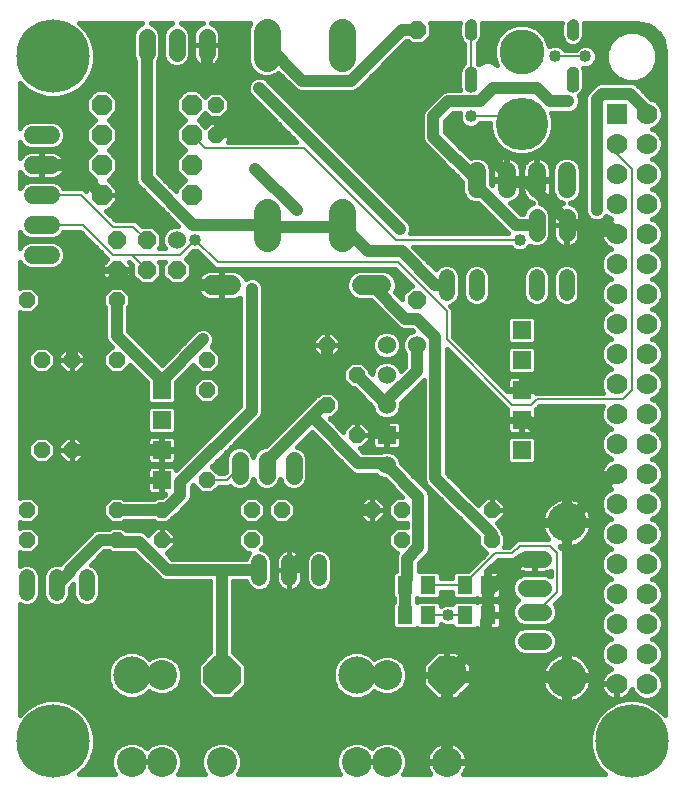
<source format=gbl>
G75*
%MOIN*%
%OFA0B0*%
%FSLAX24Y24*%
%IPPOS*%
%LPD*%
%AMOC8*
5,1,8,0,0,1.08239X$1,22.5*
%
%ADD10OC8,0.1240*%
%ADD11C,0.1240*%
%ADD12OC8,0.0520*%
%ADD13C,0.0520*%
%ADD14OC8,0.0600*%
%ADD15C,0.0560*%
%ADD16C,0.0885*%
%ADD17OC8,0.0680*%
%ADD18C,0.0600*%
%ADD19C,0.0600*%
%ADD20C,0.1000*%
%ADD21C,0.0660*%
%ADD22R,0.0600X0.0600*%
%ADD23R,0.0700X0.0700*%
%ADD24C,0.0700*%
%ADD25C,0.2441*%
%ADD26R,0.0512X0.0591*%
%ADD27C,0.0574*%
%ADD28C,0.1306*%
%ADD29C,0.0550*%
%ADD30C,0.1750*%
%ADD31C,0.1500*%
%ADD32C,0.0357*%
%ADD33C,0.0004*%
%ADD34C,0.0400*%
%ADD35C,0.0400*%
%ADD36C,0.0160*%
%ADD37C,0.0080*%
D10*
X007500Y003691D03*
X015000Y003691D03*
D11*
X012000Y003691D03*
X004500Y003691D03*
D12*
X004000Y008191D03*
X004000Y009191D03*
X005500Y009191D03*
X005500Y008191D03*
X007000Y010191D03*
X008500Y009191D03*
X009500Y009191D03*
X008500Y008191D03*
X012000Y011691D03*
X011000Y012691D03*
X012000Y013691D03*
X011000Y014691D03*
X007000Y014191D03*
X007000Y013191D03*
X004000Y014191D03*
X002500Y014191D03*
X001500Y014191D03*
X001000Y016191D03*
X004000Y016191D03*
X002500Y011191D03*
X001500Y011191D03*
X001000Y009191D03*
X001000Y008191D03*
X012500Y009191D03*
X013500Y009191D03*
X013500Y008191D03*
X016500Y008191D03*
X016500Y009191D03*
X007300Y021691D03*
X007300Y022691D03*
D13*
X015000Y016951D02*
X015000Y016431D01*
X016000Y016431D02*
X016000Y016951D01*
X018000Y016951D02*
X018000Y016431D01*
X019000Y016431D02*
X019000Y016951D01*
X010750Y007451D02*
X010750Y006931D01*
X009750Y006931D02*
X009750Y007451D01*
X008750Y007451D02*
X008750Y006931D01*
X003000Y006951D02*
X003000Y006431D01*
X002000Y006431D02*
X002000Y006951D01*
X001000Y006951D02*
X001000Y006431D01*
D14*
X004000Y017191D03*
X004000Y018191D03*
X005000Y018191D03*
X005000Y017191D03*
X006000Y017191D03*
X014000Y016191D03*
X014000Y025191D03*
D15*
X018000Y018971D02*
X018000Y018411D01*
X019000Y018411D02*
X019000Y018971D01*
X007000Y024411D02*
X007000Y024971D01*
X006000Y024971D02*
X006000Y024411D01*
X005000Y024411D02*
X005000Y024971D01*
D16*
X009000Y025133D02*
X009000Y024248D01*
X011500Y024248D02*
X011500Y025133D01*
X011500Y019133D02*
X011500Y018248D01*
X009000Y018248D02*
X009000Y019133D01*
D17*
X006500Y019691D03*
X006500Y020691D03*
X006500Y021691D03*
X006500Y022691D03*
X003500Y022691D03*
X003500Y021691D03*
X003500Y020691D03*
X003500Y019691D03*
D18*
X001800Y019691D02*
X001200Y019691D01*
X001200Y020691D02*
X001800Y020691D01*
X001800Y021691D02*
X001200Y021691D01*
X001200Y018691D02*
X001800Y018691D01*
X001800Y017691D02*
X001200Y017691D01*
X016000Y019891D02*
X016000Y020491D01*
X017000Y020491D02*
X017000Y019891D01*
X018000Y019891D02*
X018000Y020491D01*
X019000Y020491D02*
X019000Y019891D01*
D19*
X014000Y014691D03*
X013000Y014691D03*
X013000Y013691D03*
X013000Y012691D03*
X013000Y010691D03*
X006000Y018191D03*
D20*
X005500Y003691D03*
X005500Y000791D03*
X004500Y000791D03*
X007500Y000791D03*
X012000Y000791D03*
X013000Y000791D03*
X015000Y000791D03*
X013000Y003691D03*
D21*
X012830Y016691D02*
X012170Y016691D01*
X007830Y016691D02*
X007170Y016691D01*
D22*
X005500Y013191D03*
X005500Y012191D03*
X005500Y011191D03*
X005500Y010191D03*
X013000Y011691D03*
X017500Y012191D03*
X017500Y013191D03*
X017500Y014191D03*
X017500Y015191D03*
X017500Y011191D03*
D23*
X020669Y022395D03*
D24*
X020669Y021395D03*
X020669Y020395D03*
X020669Y019395D03*
X020669Y018395D03*
X020669Y017395D03*
X020669Y016395D03*
X020669Y015395D03*
X020669Y014395D03*
X020669Y013395D03*
X020669Y012395D03*
X020669Y011395D03*
X020669Y010395D03*
X020669Y009395D03*
X020669Y008395D03*
X020669Y007395D03*
X020669Y006395D03*
X020669Y005395D03*
X020669Y004395D03*
X020669Y003395D03*
X021669Y003395D03*
X021669Y004395D03*
X021669Y005395D03*
X021669Y006395D03*
X021669Y007395D03*
X021669Y008395D03*
X021669Y009395D03*
X021669Y010395D03*
X021669Y011395D03*
X021669Y012395D03*
X021669Y013395D03*
X021669Y014395D03*
X021669Y015395D03*
X021669Y016395D03*
X021669Y017395D03*
X021669Y018395D03*
X021669Y019395D03*
X021669Y020395D03*
X021669Y021395D03*
X021669Y022395D03*
D25*
X001878Y001478D03*
X021169Y001478D03*
X001878Y024313D03*
D26*
X013626Y006691D03*
X014374Y006691D03*
X014374Y005691D03*
X013626Y005691D03*
X015626Y005691D03*
X016374Y005691D03*
X016374Y006691D03*
X015626Y006691D03*
D27*
X017646Y006584D02*
X018220Y006584D01*
X018220Y005797D02*
X017646Y005797D01*
X017646Y004813D02*
X018220Y004813D01*
X018220Y007569D02*
X017646Y007569D01*
D28*
X019000Y008777D03*
X019000Y003604D03*
D29*
X009900Y010316D02*
X009900Y010866D01*
X009000Y010866D02*
X009000Y010316D01*
X008100Y010316D02*
X008100Y010866D01*
D30*
X017500Y022070D03*
D31*
X017500Y024472D03*
D32*
X015800Y025018D02*
X015800Y025375D01*
X015800Y023730D02*
X015800Y023372D01*
X019200Y023372D02*
X019200Y023730D01*
X019200Y025018D02*
X019200Y025375D01*
D33*
X019176Y025509D02*
X019224Y025509D01*
X019244Y025506D02*
X019200Y025511D01*
X019156Y025506D01*
X019244Y025506D01*
X019285Y025492D01*
X019323Y025468D01*
X019354Y025437D01*
X019377Y025400D01*
X019392Y025358D01*
X019008Y025358D01*
X019003Y025315D01*
X019003Y025078D01*
X019008Y025035D01*
X019023Y024993D01*
X019046Y024956D01*
X019077Y024924D01*
X019115Y024901D01*
X019156Y024886D01*
X019200Y024881D01*
X019244Y024886D01*
X019285Y024901D01*
X019323Y024924D01*
X019354Y024956D01*
X019377Y024993D01*
X019392Y025035D01*
X019397Y025078D01*
X019397Y025315D01*
X019392Y025358D01*
X019391Y025360D02*
X019009Y025360D01*
X019008Y025358D02*
X019023Y025400D01*
X019046Y025437D01*
X019077Y025468D01*
X019115Y025492D01*
X019156Y025506D01*
X019149Y025504D02*
X019251Y025504D01*
X019258Y025501D02*
X019142Y025501D01*
X019135Y025499D02*
X019265Y025499D01*
X019272Y025497D02*
X019128Y025497D01*
X019121Y025494D02*
X019279Y025494D01*
X019286Y025492D02*
X019114Y025492D01*
X019110Y025489D02*
X019290Y025489D01*
X019294Y025487D02*
X019106Y025487D01*
X019103Y025484D02*
X019297Y025484D01*
X019301Y025482D02*
X019099Y025482D01*
X019095Y025479D02*
X019305Y025479D01*
X019309Y025477D02*
X019091Y025477D01*
X019087Y025475D02*
X019313Y025475D01*
X019317Y025472D02*
X019083Y025472D01*
X019079Y025470D02*
X019321Y025470D01*
X019324Y025467D02*
X019076Y025467D01*
X019074Y025465D02*
X019326Y025465D01*
X019329Y025462D02*
X019071Y025462D01*
X019069Y025460D02*
X019331Y025460D01*
X019334Y025458D02*
X019066Y025458D01*
X019064Y025455D02*
X019336Y025455D01*
X019339Y025453D02*
X019061Y025453D01*
X019059Y025450D02*
X019341Y025450D01*
X019343Y025448D02*
X019057Y025448D01*
X019054Y025445D02*
X019346Y025445D01*
X019348Y025443D02*
X019052Y025443D01*
X019049Y025441D02*
X019351Y025441D01*
X019353Y025438D02*
X019047Y025438D01*
X019045Y025436D02*
X019355Y025436D01*
X019356Y025433D02*
X019044Y025433D01*
X019042Y025431D02*
X019358Y025431D01*
X019360Y025428D02*
X019040Y025428D01*
X019039Y025426D02*
X019361Y025426D01*
X019363Y025423D02*
X019037Y025423D01*
X019036Y025421D02*
X019364Y025421D01*
X019366Y025419D02*
X019034Y025419D01*
X019033Y025416D02*
X019367Y025416D01*
X019369Y025414D02*
X019031Y025414D01*
X019030Y025411D02*
X019370Y025411D01*
X019372Y025409D02*
X019028Y025409D01*
X019027Y025406D02*
X019373Y025406D01*
X019375Y025404D02*
X019025Y025404D01*
X019024Y025402D02*
X019376Y025402D01*
X019378Y025399D02*
X019022Y025399D01*
X019021Y025397D02*
X019379Y025397D01*
X019379Y025394D02*
X019021Y025394D01*
X019020Y025392D02*
X019380Y025392D01*
X019381Y025389D02*
X019019Y025389D01*
X019018Y025387D02*
X019382Y025387D01*
X019383Y025384D02*
X019017Y025384D01*
X019016Y025382D02*
X019384Y025382D01*
X019384Y025380D02*
X019016Y025380D01*
X019015Y025377D02*
X019385Y025377D01*
X019386Y025375D02*
X019014Y025375D01*
X019013Y025372D02*
X019387Y025372D01*
X019388Y025370D02*
X019012Y025370D01*
X019011Y025367D02*
X019389Y025367D01*
X019390Y025365D02*
X019010Y025365D01*
X019010Y025363D02*
X019390Y025363D01*
X019392Y025355D02*
X019008Y025355D01*
X019007Y025353D02*
X019393Y025353D01*
X019393Y025350D02*
X019007Y025350D01*
X019007Y025348D02*
X019393Y025348D01*
X019393Y025345D02*
X019007Y025345D01*
X019006Y025343D02*
X019394Y025343D01*
X019394Y025341D02*
X019006Y025341D01*
X019006Y025338D02*
X019394Y025338D01*
X019394Y025336D02*
X019006Y025336D01*
X019005Y025333D02*
X019395Y025333D01*
X019395Y025331D02*
X019005Y025331D01*
X019005Y025328D02*
X019395Y025328D01*
X019396Y025326D02*
X019004Y025326D01*
X019004Y025324D02*
X019396Y025324D01*
X019396Y025321D02*
X019004Y025321D01*
X019004Y025319D02*
X019396Y025319D01*
X019397Y025316D02*
X019003Y025316D01*
X019003Y025314D02*
X019397Y025314D01*
X019397Y025311D02*
X019003Y025311D01*
X019003Y025309D02*
X019397Y025309D01*
X019397Y025306D02*
X019003Y025306D01*
X019003Y025304D02*
X019397Y025304D01*
X019397Y025302D02*
X019003Y025302D01*
X019003Y025299D02*
X019397Y025299D01*
X019397Y025297D02*
X019003Y025297D01*
X019003Y025294D02*
X019397Y025294D01*
X019397Y025292D02*
X019003Y025292D01*
X019003Y025289D02*
X019397Y025289D01*
X019397Y025287D02*
X019003Y025287D01*
X019003Y025285D02*
X019397Y025285D01*
X019397Y025282D02*
X019003Y025282D01*
X019003Y025280D02*
X019397Y025280D01*
X019397Y025277D02*
X019003Y025277D01*
X019003Y025275D02*
X019397Y025275D01*
X019397Y025272D02*
X019003Y025272D01*
X019003Y025270D02*
X019397Y025270D01*
X019397Y025267D02*
X019003Y025267D01*
X019003Y025265D02*
X019397Y025265D01*
X019397Y025263D02*
X019003Y025263D01*
X019003Y025260D02*
X019397Y025260D01*
X019397Y025258D02*
X019003Y025258D01*
X019003Y025255D02*
X019397Y025255D01*
X019397Y025253D02*
X019003Y025253D01*
X019003Y025250D02*
X019397Y025250D01*
X019397Y025248D02*
X019003Y025248D01*
X019003Y025246D02*
X019397Y025246D01*
X019397Y025243D02*
X019003Y025243D01*
X019003Y025241D02*
X019397Y025241D01*
X019397Y025238D02*
X019003Y025238D01*
X019003Y025236D02*
X019397Y025236D01*
X019397Y025233D02*
X019003Y025233D01*
X019003Y025231D02*
X019397Y025231D01*
X019397Y025228D02*
X019003Y025228D01*
X019003Y025226D02*
X019397Y025226D01*
X019397Y025224D02*
X019003Y025224D01*
X019003Y025221D02*
X019397Y025221D01*
X019397Y025219D02*
X019003Y025219D01*
X019003Y025216D02*
X019397Y025216D01*
X019397Y025214D02*
X019003Y025214D01*
X019003Y025211D02*
X019397Y025211D01*
X019397Y025209D02*
X019003Y025209D01*
X019003Y025207D02*
X019397Y025207D01*
X019397Y025204D02*
X019003Y025204D01*
X019003Y025202D02*
X019397Y025202D01*
X019397Y025199D02*
X019003Y025199D01*
X019003Y025197D02*
X019397Y025197D01*
X019397Y025194D02*
X019003Y025194D01*
X019003Y025192D02*
X019397Y025192D01*
X019397Y025189D02*
X019003Y025189D01*
X019003Y025187D02*
X019397Y025187D01*
X019397Y025185D02*
X019003Y025185D01*
X019003Y025182D02*
X019397Y025182D01*
X019397Y025180D02*
X019003Y025180D01*
X019003Y025177D02*
X019397Y025177D01*
X019397Y025175D02*
X019003Y025175D01*
X019003Y025172D02*
X019397Y025172D01*
X019397Y025170D02*
X019003Y025170D01*
X019003Y025168D02*
X019397Y025168D01*
X019397Y025165D02*
X019003Y025165D01*
X019003Y025163D02*
X019397Y025163D01*
X019397Y025160D02*
X019003Y025160D01*
X019003Y025158D02*
X019397Y025158D01*
X019397Y025155D02*
X019003Y025155D01*
X019003Y025153D02*
X019397Y025153D01*
X019397Y025150D02*
X019003Y025150D01*
X019003Y025148D02*
X019397Y025148D01*
X019397Y025146D02*
X019003Y025146D01*
X019003Y025143D02*
X019397Y025143D01*
X019397Y025141D02*
X019003Y025141D01*
X019003Y025138D02*
X019397Y025138D01*
X019397Y025136D02*
X019003Y025136D01*
X019003Y025133D02*
X019397Y025133D01*
X019397Y025131D02*
X019003Y025131D01*
X019003Y025129D02*
X019397Y025129D01*
X019397Y025126D02*
X019003Y025126D01*
X019003Y025124D02*
X019397Y025124D01*
X019397Y025121D02*
X019003Y025121D01*
X019003Y025119D02*
X019397Y025119D01*
X019397Y025116D02*
X019003Y025116D01*
X019003Y025114D02*
X019397Y025114D01*
X019397Y025111D02*
X019003Y025111D01*
X019003Y025109D02*
X019397Y025109D01*
X019397Y025107D02*
X019003Y025107D01*
X019003Y025104D02*
X019397Y025104D01*
X019397Y025102D02*
X019003Y025102D01*
X019003Y025099D02*
X019397Y025099D01*
X019397Y025097D02*
X019003Y025097D01*
X019003Y025094D02*
X019397Y025094D01*
X019397Y025092D02*
X019003Y025092D01*
X019003Y025090D02*
X019397Y025090D01*
X019397Y025087D02*
X019003Y025087D01*
X019003Y025085D02*
X019397Y025085D01*
X019397Y025082D02*
X019003Y025082D01*
X019003Y025080D02*
X019397Y025080D01*
X019397Y025077D02*
X019003Y025077D01*
X019004Y025075D02*
X019396Y025075D01*
X019396Y025072D02*
X019004Y025072D01*
X019004Y025070D02*
X019396Y025070D01*
X019396Y025068D02*
X019004Y025068D01*
X019005Y025065D02*
X019395Y025065D01*
X019395Y025063D02*
X019005Y025063D01*
X019005Y025060D02*
X019395Y025060D01*
X019395Y025058D02*
X019005Y025058D01*
X019006Y025055D02*
X019394Y025055D01*
X019394Y025053D02*
X019006Y025053D01*
X019006Y025051D02*
X019394Y025051D01*
X019393Y025048D02*
X019007Y025048D01*
X019007Y025046D02*
X019393Y025046D01*
X019393Y025043D02*
X019007Y025043D01*
X019007Y025041D02*
X019393Y025041D01*
X019392Y025038D02*
X019008Y025038D01*
X019008Y025036D02*
X019392Y025036D01*
X019392Y025033D02*
X019008Y025033D01*
X019009Y025031D02*
X019391Y025031D01*
X019390Y025029D02*
X019010Y025029D01*
X019011Y025026D02*
X019389Y025026D01*
X019388Y025024D02*
X019012Y025024D01*
X019013Y025021D02*
X019387Y025021D01*
X019386Y025019D02*
X019014Y025019D01*
X019014Y025016D02*
X019386Y025016D01*
X019385Y025014D02*
X019015Y025014D01*
X019016Y025012D02*
X019384Y025012D01*
X019383Y025009D02*
X019017Y025009D01*
X019018Y025007D02*
X019382Y025007D01*
X019381Y025004D02*
X019019Y025004D01*
X019020Y025002D02*
X019380Y025002D01*
X019380Y024999D02*
X019020Y024999D01*
X019021Y024997D02*
X019379Y024997D01*
X019378Y024994D02*
X019022Y024994D01*
X019023Y024992D02*
X019377Y024992D01*
X019375Y024990D02*
X019025Y024990D01*
X019026Y024987D02*
X019374Y024987D01*
X019372Y024985D02*
X019028Y024985D01*
X019029Y024982D02*
X019371Y024982D01*
X019369Y024980D02*
X019031Y024980D01*
X019032Y024977D02*
X019368Y024977D01*
X019366Y024975D02*
X019034Y024975D01*
X019035Y024973D02*
X019365Y024973D01*
X019363Y024970D02*
X019037Y024970D01*
X019039Y024968D02*
X019361Y024968D01*
X019360Y024965D02*
X019040Y024965D01*
X019042Y024963D02*
X019358Y024963D01*
X019357Y024960D02*
X019043Y024960D01*
X019045Y024958D02*
X019355Y024958D01*
X019354Y024955D02*
X019046Y024955D01*
X019049Y024953D02*
X019351Y024953D01*
X019349Y024951D02*
X019051Y024951D01*
X019054Y024948D02*
X019346Y024948D01*
X019344Y024946D02*
X019056Y024946D01*
X019058Y024943D02*
X019342Y024943D01*
X019339Y024941D02*
X019061Y024941D01*
X019063Y024938D02*
X019337Y024938D01*
X019334Y024936D02*
X019066Y024936D01*
X019068Y024934D02*
X019332Y024934D01*
X019329Y024931D02*
X019071Y024931D01*
X019073Y024929D02*
X019327Y024929D01*
X019325Y024926D02*
X019075Y024926D01*
X019078Y024924D02*
X019322Y024924D01*
X019318Y024921D02*
X019082Y024921D01*
X019086Y024919D02*
X019314Y024919D01*
X019310Y024916D02*
X019090Y024916D01*
X019094Y024914D02*
X019306Y024914D01*
X019302Y024912D02*
X019098Y024912D01*
X019102Y024909D02*
X019298Y024909D01*
X019295Y024907D02*
X019105Y024907D01*
X019109Y024904D02*
X019291Y024904D01*
X019287Y024902D02*
X019113Y024902D01*
X019119Y024899D02*
X019281Y024899D01*
X019274Y024897D02*
X019126Y024897D01*
X019133Y024895D02*
X019267Y024895D01*
X019260Y024892D02*
X019140Y024892D01*
X019147Y024890D02*
X019253Y024890D01*
X019246Y024887D02*
X019154Y024887D01*
X019171Y024885D02*
X019229Y024885D01*
X019208Y024882D02*
X019192Y024882D01*
X019198Y025511D02*
X019202Y025511D01*
X019200Y023964D02*
X019156Y023959D01*
X019115Y023945D01*
X019077Y023921D01*
X019046Y023890D01*
X019023Y023853D01*
X019008Y023811D01*
X019003Y023767D01*
X019003Y023334D01*
X019008Y023290D01*
X019023Y023249D01*
X019046Y023212D01*
X019077Y023180D01*
X019115Y023157D01*
X019285Y023157D01*
X019323Y023180D01*
X019354Y023212D01*
X019377Y023249D01*
X019392Y023290D01*
X019397Y023334D01*
X019397Y023767D01*
X019392Y023811D01*
X019377Y023853D01*
X019354Y023890D01*
X019323Y023921D01*
X019285Y023945D01*
X019244Y023959D01*
X019200Y023964D01*
X019194Y023964D02*
X019206Y023964D01*
X019227Y023961D02*
X019173Y023961D01*
X019155Y023959D02*
X019245Y023959D01*
X019252Y023956D02*
X019148Y023956D01*
X019141Y023954D02*
X019259Y023954D01*
X019266Y023951D02*
X019134Y023951D01*
X019127Y023949D02*
X019273Y023949D01*
X019280Y023946D02*
X019120Y023946D01*
X019114Y023944D02*
X019286Y023944D01*
X019290Y023942D02*
X019110Y023942D01*
X019106Y023939D02*
X019294Y023939D01*
X019298Y023937D02*
X019102Y023937D01*
X019098Y023934D02*
X019302Y023934D01*
X019306Y023932D02*
X019094Y023932D01*
X019090Y023929D02*
X019310Y023929D01*
X019314Y023927D02*
X019086Y023927D01*
X019083Y023925D02*
X019317Y023925D01*
X019321Y023922D02*
X019079Y023922D01*
X019076Y023920D02*
X019324Y023920D01*
X019327Y023917D02*
X019073Y023917D01*
X019071Y023915D02*
X019329Y023915D01*
X019332Y023912D02*
X019068Y023912D01*
X019066Y023910D02*
X019334Y023910D01*
X019336Y023907D02*
X019064Y023907D01*
X019061Y023905D02*
X019339Y023905D01*
X019341Y023903D02*
X019059Y023903D01*
X019056Y023900D02*
X019344Y023900D01*
X019346Y023898D02*
X019054Y023898D01*
X019051Y023895D02*
X019349Y023895D01*
X019351Y023893D02*
X019049Y023893D01*
X019046Y023890D02*
X019354Y023890D01*
X019355Y023888D02*
X019045Y023888D01*
X019043Y023886D02*
X019357Y023886D01*
X019358Y023883D02*
X019042Y023883D01*
X019040Y023881D02*
X019360Y023881D01*
X019361Y023878D02*
X019039Y023878D01*
X019037Y023876D02*
X019363Y023876D01*
X019364Y023873D02*
X019036Y023873D01*
X019034Y023871D02*
X019366Y023871D01*
X019367Y023868D02*
X019033Y023868D01*
X019031Y023866D02*
X019369Y023866D01*
X019371Y023864D02*
X019029Y023864D01*
X019028Y023861D02*
X019372Y023861D01*
X019374Y023859D02*
X019026Y023859D01*
X019025Y023856D02*
X019375Y023856D01*
X019377Y023854D02*
X019023Y023854D01*
X019022Y023851D02*
X019378Y023851D01*
X019379Y023849D02*
X019021Y023849D01*
X019020Y023847D02*
X019380Y023847D01*
X019380Y023844D02*
X019020Y023844D01*
X019019Y023842D02*
X019381Y023842D01*
X019382Y023839D02*
X019018Y023839D01*
X019017Y023837D02*
X019383Y023837D01*
X019384Y023834D02*
X019016Y023834D01*
X019015Y023832D02*
X019385Y023832D01*
X019385Y023829D02*
X019015Y023829D01*
X019014Y023827D02*
X019386Y023827D01*
X019387Y023825D02*
X019013Y023825D01*
X019012Y023822D02*
X019388Y023822D01*
X019389Y023820D02*
X019011Y023820D01*
X019010Y023817D02*
X019390Y023817D01*
X019391Y023815D02*
X019009Y023815D01*
X019009Y023812D02*
X019391Y023812D01*
X019392Y023810D02*
X019008Y023810D01*
X019008Y023808D02*
X019392Y023808D01*
X019393Y023805D02*
X019007Y023805D01*
X019007Y023803D02*
X019393Y023803D01*
X019393Y023800D02*
X019007Y023800D01*
X019007Y023798D02*
X019393Y023798D01*
X019394Y023795D02*
X019006Y023795D01*
X019006Y023793D02*
X019394Y023793D01*
X019394Y023790D02*
X019006Y023790D01*
X019005Y023788D02*
X019395Y023788D01*
X019395Y023786D02*
X019005Y023786D01*
X019005Y023783D02*
X019395Y023783D01*
X019395Y023781D02*
X019005Y023781D01*
X019004Y023778D02*
X019396Y023778D01*
X019396Y023776D02*
X019004Y023776D01*
X019004Y023773D02*
X019396Y023773D01*
X019396Y023771D02*
X019004Y023771D01*
X019003Y023769D02*
X019397Y023769D01*
X019397Y023766D02*
X019003Y023766D01*
X019003Y023764D02*
X019397Y023764D01*
X019397Y023761D02*
X019003Y023761D01*
X019003Y023759D02*
X019397Y023759D01*
X019397Y023756D02*
X019003Y023756D01*
X019003Y023754D02*
X019397Y023754D01*
X019397Y023751D02*
X019003Y023751D01*
X019003Y023749D02*
X019397Y023749D01*
X019397Y023747D02*
X019003Y023747D01*
X019003Y023744D02*
X019397Y023744D01*
X019397Y023742D02*
X019003Y023742D01*
X019003Y023739D02*
X019397Y023739D01*
X019397Y023737D02*
X019003Y023737D01*
X019003Y023734D02*
X019397Y023734D01*
X019397Y023732D02*
X019003Y023732D01*
X019003Y023730D02*
X019397Y023730D01*
X019397Y023727D02*
X019003Y023727D01*
X019003Y023725D02*
X019397Y023725D01*
X019397Y023722D02*
X019003Y023722D01*
X019003Y023720D02*
X019397Y023720D01*
X019397Y023717D02*
X019003Y023717D01*
X019003Y023715D02*
X019397Y023715D01*
X019397Y023712D02*
X019003Y023712D01*
X019003Y023710D02*
X019397Y023710D01*
X019397Y023708D02*
X019003Y023708D01*
X019003Y023705D02*
X019397Y023705D01*
X019397Y023703D02*
X019003Y023703D01*
X019003Y023700D02*
X019397Y023700D01*
X019397Y023698D02*
X019003Y023698D01*
X019003Y023695D02*
X019397Y023695D01*
X019397Y023693D02*
X019003Y023693D01*
X019003Y023691D02*
X019397Y023691D01*
X019397Y023688D02*
X019003Y023688D01*
X019003Y023686D02*
X019397Y023686D01*
X019397Y023683D02*
X019003Y023683D01*
X019003Y023681D02*
X019397Y023681D01*
X019397Y023678D02*
X019003Y023678D01*
X019003Y023676D02*
X019397Y023676D01*
X019397Y023673D02*
X019003Y023673D01*
X019003Y023671D02*
X019397Y023671D01*
X019397Y023669D02*
X019003Y023669D01*
X019003Y023666D02*
X019397Y023666D01*
X019397Y023664D02*
X019003Y023664D01*
X019003Y023661D02*
X019397Y023661D01*
X019397Y023659D02*
X019003Y023659D01*
X019003Y023656D02*
X019397Y023656D01*
X019397Y023654D02*
X019003Y023654D01*
X019003Y023652D02*
X019397Y023652D01*
X019397Y023649D02*
X019003Y023649D01*
X019003Y023647D02*
X019397Y023647D01*
X019397Y023644D02*
X019003Y023644D01*
X019003Y023642D02*
X019397Y023642D01*
X019397Y023639D02*
X019003Y023639D01*
X019003Y023637D02*
X019397Y023637D01*
X019397Y023634D02*
X019003Y023634D01*
X019003Y023632D02*
X019397Y023632D01*
X019397Y023630D02*
X019003Y023630D01*
X019003Y023627D02*
X019397Y023627D01*
X019397Y023625D02*
X019003Y023625D01*
X019003Y023622D02*
X019397Y023622D01*
X019397Y023620D02*
X019003Y023620D01*
X019003Y023617D02*
X019397Y023617D01*
X019397Y023615D02*
X019003Y023615D01*
X019003Y023613D02*
X019397Y023613D01*
X019397Y023610D02*
X019003Y023610D01*
X019003Y023608D02*
X019397Y023608D01*
X019397Y023605D02*
X019003Y023605D01*
X019003Y023603D02*
X019397Y023603D01*
X019397Y023600D02*
X019003Y023600D01*
X019003Y023598D02*
X019397Y023598D01*
X019397Y023596D02*
X019003Y023596D01*
X019003Y023593D02*
X019397Y023593D01*
X019397Y023591D02*
X019003Y023591D01*
X019003Y023588D02*
X019397Y023588D01*
X019397Y023586D02*
X019003Y023586D01*
X019003Y023583D02*
X019397Y023583D01*
X019397Y023581D02*
X019003Y023581D01*
X019003Y023578D02*
X019397Y023578D01*
X019397Y023576D02*
X019003Y023576D01*
X019003Y023574D02*
X019397Y023574D01*
X019397Y023571D02*
X019003Y023571D01*
X019003Y023569D02*
X019397Y023569D01*
X019397Y023566D02*
X019003Y023566D01*
X019003Y023564D02*
X019397Y023564D01*
X019397Y023561D02*
X019003Y023561D01*
X019003Y023559D02*
X019397Y023559D01*
X019397Y023557D02*
X019003Y023557D01*
X019003Y023554D02*
X019397Y023554D01*
X019397Y023552D02*
X019003Y023552D01*
X019003Y023549D02*
X019397Y023549D01*
X019397Y023547D02*
X019003Y023547D01*
X019003Y023544D02*
X019397Y023544D01*
X019397Y023542D02*
X019003Y023542D01*
X019003Y023539D02*
X019397Y023539D01*
X019397Y023537D02*
X019003Y023537D01*
X019003Y023535D02*
X019397Y023535D01*
X019397Y023532D02*
X019003Y023532D01*
X019003Y023530D02*
X019397Y023530D01*
X019397Y023527D02*
X019003Y023527D01*
X019003Y023525D02*
X019397Y023525D01*
X019397Y023522D02*
X019003Y023522D01*
X019003Y023520D02*
X019397Y023520D01*
X019397Y023518D02*
X019003Y023518D01*
X019003Y023515D02*
X019397Y023515D01*
X019397Y023513D02*
X019003Y023513D01*
X019003Y023510D02*
X019397Y023510D01*
X019397Y023508D02*
X019003Y023508D01*
X019003Y023505D02*
X019397Y023505D01*
X019397Y023503D02*
X019003Y023503D01*
X019003Y023500D02*
X019397Y023500D01*
X019397Y023498D02*
X019003Y023498D01*
X019003Y023496D02*
X019397Y023496D01*
X019397Y023493D02*
X019003Y023493D01*
X019003Y023491D02*
X019397Y023491D01*
X019397Y023488D02*
X019003Y023488D01*
X019003Y023486D02*
X019397Y023486D01*
X019397Y023483D02*
X019003Y023483D01*
X019003Y023481D02*
X019397Y023481D01*
X019397Y023479D02*
X019003Y023479D01*
X019003Y023476D02*
X019397Y023476D01*
X019397Y023474D02*
X019003Y023474D01*
X019003Y023471D02*
X019397Y023471D01*
X019397Y023469D02*
X019003Y023469D01*
X019003Y023466D02*
X019397Y023466D01*
X019397Y023464D02*
X019003Y023464D01*
X019003Y023461D02*
X019397Y023461D01*
X019397Y023459D02*
X019003Y023459D01*
X019003Y023457D02*
X019397Y023457D01*
X019397Y023454D02*
X019003Y023454D01*
X019003Y023452D02*
X019397Y023452D01*
X019397Y023449D02*
X019003Y023449D01*
X019003Y023447D02*
X019397Y023447D01*
X019397Y023444D02*
X019003Y023444D01*
X019003Y023442D02*
X019397Y023442D01*
X019397Y023440D02*
X019003Y023440D01*
X019003Y023437D02*
X019397Y023437D01*
X019397Y023435D02*
X019003Y023435D01*
X019003Y023432D02*
X019397Y023432D01*
X019397Y023430D02*
X019003Y023430D01*
X019003Y023427D02*
X019397Y023427D01*
X019397Y023425D02*
X019003Y023425D01*
X019003Y023422D02*
X019397Y023422D01*
X019397Y023420D02*
X019003Y023420D01*
X019003Y023418D02*
X019397Y023418D01*
X019397Y023415D02*
X019003Y023415D01*
X019003Y023413D02*
X019397Y023413D01*
X019397Y023410D02*
X019003Y023410D01*
X019003Y023408D02*
X019397Y023408D01*
X019397Y023405D02*
X019003Y023405D01*
X019003Y023403D02*
X019397Y023403D01*
X019397Y023401D02*
X019003Y023401D01*
X019003Y023398D02*
X019397Y023398D01*
X019397Y023396D02*
X019003Y023396D01*
X019003Y023393D02*
X019397Y023393D01*
X019397Y023391D02*
X019003Y023391D01*
X019003Y023388D02*
X019397Y023388D01*
X019397Y023386D02*
X019003Y023386D01*
X019003Y023383D02*
X019397Y023383D01*
X019397Y023381D02*
X019003Y023381D01*
X019003Y023379D02*
X019397Y023379D01*
X019397Y023376D02*
X019003Y023376D01*
X019003Y023374D02*
X019397Y023374D01*
X019397Y023371D02*
X019003Y023371D01*
X019003Y023369D02*
X019397Y023369D01*
X019397Y023366D02*
X019003Y023366D01*
X019003Y023364D02*
X019397Y023364D01*
X019397Y023362D02*
X019003Y023362D01*
X019003Y023359D02*
X019397Y023359D01*
X019397Y023357D02*
X019003Y023357D01*
X019003Y023354D02*
X019397Y023354D01*
X019397Y023352D02*
X019003Y023352D01*
X019003Y023349D02*
X019397Y023349D01*
X019397Y023347D02*
X019003Y023347D01*
X019003Y023344D02*
X019397Y023344D01*
X019397Y023342D02*
X019003Y023342D01*
X019003Y023340D02*
X019397Y023340D01*
X019397Y023337D02*
X019003Y023337D01*
X019003Y023335D02*
X019397Y023335D01*
X019397Y023332D02*
X019003Y023332D01*
X019004Y023330D02*
X019396Y023330D01*
X019396Y023327D02*
X019004Y023327D01*
X019004Y023325D02*
X019396Y023325D01*
X019396Y023323D02*
X019004Y023323D01*
X019005Y023320D02*
X019395Y023320D01*
X019395Y023318D02*
X019005Y023318D01*
X019005Y023315D02*
X019395Y023315D01*
X019394Y023313D02*
X019006Y023313D01*
X019006Y023310D02*
X019394Y023310D01*
X019394Y023308D02*
X019006Y023308D01*
X019006Y023305D02*
X019394Y023305D01*
X019393Y023303D02*
X019007Y023303D01*
X019007Y023301D02*
X019393Y023301D01*
X019393Y023298D02*
X019007Y023298D01*
X019007Y023296D02*
X019393Y023296D01*
X019392Y023293D02*
X019008Y023293D01*
X019008Y023291D02*
X019392Y023291D01*
X019391Y023288D02*
X019009Y023288D01*
X019010Y023286D02*
X019390Y023286D01*
X019389Y023284D02*
X019011Y023284D01*
X019011Y023281D02*
X019389Y023281D01*
X019388Y023279D02*
X019012Y023279D01*
X019013Y023276D02*
X019387Y023276D01*
X019386Y023274D02*
X019014Y023274D01*
X019015Y023271D02*
X019385Y023271D01*
X019384Y023269D02*
X019016Y023269D01*
X019016Y023266D02*
X019384Y023266D01*
X019383Y023264D02*
X019017Y023264D01*
X019018Y023262D02*
X019382Y023262D01*
X019381Y023259D02*
X019019Y023259D01*
X019020Y023257D02*
X019380Y023257D01*
X019379Y023254D02*
X019021Y023254D01*
X019022Y023252D02*
X019378Y023252D01*
X019378Y023249D02*
X019022Y023249D01*
X019024Y023247D02*
X019376Y023247D01*
X019375Y023245D02*
X019025Y023245D01*
X019027Y023242D02*
X019373Y023242D01*
X019372Y023240D02*
X019028Y023240D01*
X019030Y023237D02*
X019370Y023237D01*
X019369Y023235D02*
X019031Y023235D01*
X019033Y023232D02*
X019367Y023232D01*
X019365Y023230D02*
X019035Y023230D01*
X019036Y023227D02*
X019364Y023227D01*
X019362Y023225D02*
X019038Y023225D01*
X019039Y023223D02*
X019361Y023223D01*
X019359Y023220D02*
X019041Y023220D01*
X019042Y023218D02*
X019358Y023218D01*
X019356Y023215D02*
X019044Y023215D01*
X019045Y023213D02*
X019355Y023213D01*
X019353Y023210D02*
X019047Y023210D01*
X019050Y023208D02*
X019350Y023208D01*
X019348Y023206D02*
X019052Y023206D01*
X019055Y023203D02*
X019345Y023203D01*
X019343Y023201D02*
X019057Y023201D01*
X019059Y023198D02*
X019341Y023198D01*
X019338Y023196D02*
X019062Y023196D01*
X019064Y023193D02*
X019336Y023193D01*
X019333Y023191D02*
X019067Y023191D01*
X019069Y023188D02*
X019331Y023188D01*
X019328Y023186D02*
X019072Y023186D01*
X019074Y023184D02*
X019326Y023184D01*
X019324Y023181D02*
X019076Y023181D01*
X019080Y023179D02*
X019320Y023179D01*
X019316Y023176D02*
X019084Y023176D01*
X019088Y023174D02*
X019312Y023174D01*
X019309Y023171D02*
X019091Y023171D01*
X019095Y023169D02*
X019305Y023169D01*
X019301Y023167D02*
X019099Y023167D01*
X019103Y023164D02*
X019297Y023164D01*
X019293Y023162D02*
X019107Y023162D01*
X019111Y023159D02*
X019289Y023159D01*
X019285Y023157D02*
X019244Y023142D01*
X019200Y023137D01*
X019156Y023142D01*
X019115Y023157D01*
X019122Y023154D02*
X019278Y023154D01*
X019271Y023152D02*
X019129Y023152D01*
X019136Y023149D02*
X019264Y023149D01*
X019257Y023147D02*
X019143Y023147D01*
X019150Y023145D02*
X019250Y023145D01*
X019242Y023142D02*
X019158Y023142D01*
X019179Y023140D02*
X019221Y023140D01*
X015997Y023334D02*
X015992Y023290D01*
X015977Y023249D01*
X015954Y023212D01*
X015923Y023180D01*
X015885Y023157D01*
X015715Y023157D01*
X015756Y023142D01*
X015800Y023137D01*
X015844Y023142D01*
X015885Y023157D01*
X015889Y023159D02*
X015711Y023159D01*
X015715Y023157D02*
X015677Y023180D01*
X015646Y023212D01*
X015623Y023249D01*
X015608Y023290D01*
X015603Y023334D01*
X015603Y023767D01*
X015608Y023811D01*
X015623Y023853D01*
X015646Y023890D01*
X015677Y023921D01*
X015715Y023945D01*
X015756Y023959D01*
X015800Y023964D01*
X015844Y023959D01*
X015885Y023945D01*
X015923Y023921D01*
X015954Y023890D01*
X015977Y023853D01*
X015992Y023811D01*
X015997Y023767D01*
X015997Y023334D01*
X015997Y023335D02*
X015603Y023335D01*
X015603Y023337D02*
X015997Y023337D01*
X015997Y023340D02*
X015603Y023340D01*
X015603Y023342D02*
X015997Y023342D01*
X015997Y023344D02*
X015603Y023344D01*
X015603Y023347D02*
X015997Y023347D01*
X015997Y023349D02*
X015603Y023349D01*
X015603Y023352D02*
X015997Y023352D01*
X015997Y023354D02*
X015603Y023354D01*
X015603Y023357D02*
X015997Y023357D01*
X015997Y023359D02*
X015603Y023359D01*
X015603Y023362D02*
X015997Y023362D01*
X015997Y023364D02*
X015603Y023364D01*
X015603Y023366D02*
X015997Y023366D01*
X015997Y023369D02*
X015603Y023369D01*
X015603Y023371D02*
X015997Y023371D01*
X015997Y023374D02*
X015603Y023374D01*
X015603Y023376D02*
X015997Y023376D01*
X015997Y023379D02*
X015603Y023379D01*
X015603Y023381D02*
X015997Y023381D01*
X015997Y023383D02*
X015603Y023383D01*
X015603Y023386D02*
X015997Y023386D01*
X015997Y023388D02*
X015603Y023388D01*
X015603Y023391D02*
X015997Y023391D01*
X015997Y023393D02*
X015603Y023393D01*
X015603Y023396D02*
X015997Y023396D01*
X015997Y023398D02*
X015603Y023398D01*
X015603Y023401D02*
X015997Y023401D01*
X015997Y023403D02*
X015603Y023403D01*
X015603Y023405D02*
X015997Y023405D01*
X015997Y023408D02*
X015603Y023408D01*
X015603Y023410D02*
X015997Y023410D01*
X015997Y023413D02*
X015603Y023413D01*
X015603Y023415D02*
X015997Y023415D01*
X015997Y023418D02*
X015603Y023418D01*
X015603Y023420D02*
X015997Y023420D01*
X015997Y023422D02*
X015603Y023422D01*
X015603Y023425D02*
X015997Y023425D01*
X015997Y023427D02*
X015603Y023427D01*
X015603Y023430D02*
X015997Y023430D01*
X015997Y023432D02*
X015603Y023432D01*
X015603Y023435D02*
X015997Y023435D01*
X015997Y023437D02*
X015603Y023437D01*
X015603Y023440D02*
X015997Y023440D01*
X015997Y023442D02*
X015603Y023442D01*
X015603Y023444D02*
X015997Y023444D01*
X015997Y023447D02*
X015603Y023447D01*
X015603Y023449D02*
X015997Y023449D01*
X015997Y023452D02*
X015603Y023452D01*
X015603Y023454D02*
X015997Y023454D01*
X015997Y023457D02*
X015603Y023457D01*
X015603Y023459D02*
X015997Y023459D01*
X015997Y023461D02*
X015603Y023461D01*
X015603Y023464D02*
X015997Y023464D01*
X015997Y023466D02*
X015603Y023466D01*
X015603Y023469D02*
X015997Y023469D01*
X015997Y023471D02*
X015603Y023471D01*
X015603Y023474D02*
X015997Y023474D01*
X015997Y023476D02*
X015603Y023476D01*
X015603Y023479D02*
X015997Y023479D01*
X015997Y023481D02*
X015603Y023481D01*
X015603Y023483D02*
X015997Y023483D01*
X015997Y023486D02*
X015603Y023486D01*
X015603Y023488D02*
X015997Y023488D01*
X015997Y023491D02*
X015603Y023491D01*
X015603Y023493D02*
X015997Y023493D01*
X015997Y023496D02*
X015603Y023496D01*
X015603Y023498D02*
X015997Y023498D01*
X015997Y023500D02*
X015603Y023500D01*
X015603Y023503D02*
X015997Y023503D01*
X015997Y023505D02*
X015603Y023505D01*
X015603Y023508D02*
X015997Y023508D01*
X015997Y023510D02*
X015603Y023510D01*
X015603Y023513D02*
X015997Y023513D01*
X015997Y023515D02*
X015603Y023515D01*
X015603Y023518D02*
X015997Y023518D01*
X015997Y023520D02*
X015603Y023520D01*
X015603Y023522D02*
X015997Y023522D01*
X015997Y023525D02*
X015603Y023525D01*
X015603Y023527D02*
X015997Y023527D01*
X015997Y023530D02*
X015603Y023530D01*
X015603Y023532D02*
X015997Y023532D01*
X015997Y023535D02*
X015603Y023535D01*
X015603Y023537D02*
X015997Y023537D01*
X015997Y023539D02*
X015603Y023539D01*
X015603Y023542D02*
X015997Y023542D01*
X015997Y023544D02*
X015603Y023544D01*
X015603Y023547D02*
X015997Y023547D01*
X015997Y023549D02*
X015603Y023549D01*
X015603Y023552D02*
X015997Y023552D01*
X015997Y023554D02*
X015603Y023554D01*
X015603Y023557D02*
X015997Y023557D01*
X015997Y023559D02*
X015603Y023559D01*
X015603Y023561D02*
X015997Y023561D01*
X015997Y023564D02*
X015603Y023564D01*
X015603Y023566D02*
X015997Y023566D01*
X015997Y023569D02*
X015603Y023569D01*
X015603Y023571D02*
X015997Y023571D01*
X015997Y023574D02*
X015603Y023574D01*
X015603Y023576D02*
X015997Y023576D01*
X015997Y023578D02*
X015603Y023578D01*
X015603Y023581D02*
X015997Y023581D01*
X015997Y023583D02*
X015603Y023583D01*
X015603Y023586D02*
X015997Y023586D01*
X015997Y023588D02*
X015603Y023588D01*
X015603Y023591D02*
X015997Y023591D01*
X015997Y023593D02*
X015603Y023593D01*
X015603Y023596D02*
X015997Y023596D01*
X015997Y023598D02*
X015603Y023598D01*
X015603Y023600D02*
X015997Y023600D01*
X015997Y023603D02*
X015603Y023603D01*
X015603Y023605D02*
X015997Y023605D01*
X015997Y023608D02*
X015603Y023608D01*
X015603Y023610D02*
X015997Y023610D01*
X015997Y023613D02*
X015603Y023613D01*
X015603Y023615D02*
X015997Y023615D01*
X015997Y023617D02*
X015603Y023617D01*
X015603Y023620D02*
X015997Y023620D01*
X015997Y023622D02*
X015603Y023622D01*
X015603Y023625D02*
X015997Y023625D01*
X015997Y023627D02*
X015603Y023627D01*
X015603Y023630D02*
X015997Y023630D01*
X015997Y023632D02*
X015603Y023632D01*
X015603Y023634D02*
X015997Y023634D01*
X015997Y023637D02*
X015603Y023637D01*
X015603Y023639D02*
X015997Y023639D01*
X015997Y023642D02*
X015603Y023642D01*
X015603Y023644D02*
X015997Y023644D01*
X015997Y023647D02*
X015603Y023647D01*
X015603Y023649D02*
X015997Y023649D01*
X015997Y023652D02*
X015603Y023652D01*
X015603Y023654D02*
X015997Y023654D01*
X015997Y023656D02*
X015603Y023656D01*
X015603Y023659D02*
X015997Y023659D01*
X015997Y023661D02*
X015603Y023661D01*
X015603Y023664D02*
X015997Y023664D01*
X015997Y023666D02*
X015603Y023666D01*
X015603Y023669D02*
X015997Y023669D01*
X015997Y023671D02*
X015603Y023671D01*
X015603Y023673D02*
X015997Y023673D01*
X015997Y023676D02*
X015603Y023676D01*
X015603Y023678D02*
X015997Y023678D01*
X015997Y023681D02*
X015603Y023681D01*
X015603Y023683D02*
X015997Y023683D01*
X015997Y023686D02*
X015603Y023686D01*
X015603Y023688D02*
X015997Y023688D01*
X015997Y023691D02*
X015603Y023691D01*
X015603Y023693D02*
X015997Y023693D01*
X015997Y023695D02*
X015603Y023695D01*
X015603Y023698D02*
X015997Y023698D01*
X015997Y023700D02*
X015603Y023700D01*
X015603Y023703D02*
X015997Y023703D01*
X015997Y023705D02*
X015603Y023705D01*
X015603Y023708D02*
X015997Y023708D01*
X015997Y023710D02*
X015603Y023710D01*
X015603Y023712D02*
X015997Y023712D01*
X015997Y023715D02*
X015603Y023715D01*
X015603Y023717D02*
X015997Y023717D01*
X015997Y023720D02*
X015603Y023720D01*
X015603Y023722D02*
X015997Y023722D01*
X015997Y023725D02*
X015603Y023725D01*
X015603Y023727D02*
X015997Y023727D01*
X015997Y023730D02*
X015603Y023730D01*
X015603Y023732D02*
X015997Y023732D01*
X015997Y023734D02*
X015603Y023734D01*
X015603Y023737D02*
X015997Y023737D01*
X015997Y023739D02*
X015603Y023739D01*
X015603Y023742D02*
X015997Y023742D01*
X015997Y023744D02*
X015603Y023744D01*
X015603Y023747D02*
X015997Y023747D01*
X015997Y023749D02*
X015603Y023749D01*
X015603Y023751D02*
X015997Y023751D01*
X015997Y023754D02*
X015603Y023754D01*
X015603Y023756D02*
X015997Y023756D01*
X015997Y023759D02*
X015603Y023759D01*
X015603Y023761D02*
X015997Y023761D01*
X015997Y023764D02*
X015603Y023764D01*
X015603Y023766D02*
X015997Y023766D01*
X015997Y023769D02*
X015603Y023769D01*
X015604Y023771D02*
X015996Y023771D01*
X015996Y023773D02*
X015604Y023773D01*
X015604Y023776D02*
X015996Y023776D01*
X015996Y023778D02*
X015604Y023778D01*
X015605Y023781D02*
X015995Y023781D01*
X015995Y023783D02*
X015605Y023783D01*
X015605Y023786D02*
X015995Y023786D01*
X015995Y023788D02*
X015605Y023788D01*
X015606Y023790D02*
X015994Y023790D01*
X015994Y023793D02*
X015606Y023793D01*
X015606Y023795D02*
X015994Y023795D01*
X015993Y023798D02*
X015607Y023798D01*
X015607Y023800D02*
X015993Y023800D01*
X015993Y023803D02*
X015607Y023803D01*
X015607Y023805D02*
X015993Y023805D01*
X015992Y023808D02*
X015608Y023808D01*
X015608Y023810D02*
X015992Y023810D01*
X015991Y023812D02*
X015609Y023812D01*
X015609Y023815D02*
X015991Y023815D01*
X015990Y023817D02*
X015610Y023817D01*
X015611Y023820D02*
X015989Y023820D01*
X015988Y023822D02*
X015612Y023822D01*
X015613Y023825D02*
X015987Y023825D01*
X015986Y023827D02*
X015614Y023827D01*
X015615Y023829D02*
X015985Y023829D01*
X015985Y023832D02*
X015615Y023832D01*
X015616Y023834D02*
X015984Y023834D01*
X015983Y023837D02*
X015617Y023837D01*
X015618Y023839D02*
X015982Y023839D01*
X015981Y023842D02*
X015619Y023842D01*
X015620Y023844D02*
X015980Y023844D01*
X015980Y023847D02*
X015620Y023847D01*
X015621Y023849D02*
X015979Y023849D01*
X015978Y023851D02*
X015622Y023851D01*
X015623Y023854D02*
X015977Y023854D01*
X015975Y023856D02*
X015625Y023856D01*
X015626Y023859D02*
X015974Y023859D01*
X015972Y023861D02*
X015628Y023861D01*
X015629Y023864D02*
X015971Y023864D01*
X015969Y023866D02*
X015631Y023866D01*
X015633Y023868D02*
X015967Y023868D01*
X015966Y023871D02*
X015634Y023871D01*
X015636Y023873D02*
X015964Y023873D01*
X015963Y023876D02*
X015637Y023876D01*
X015639Y023878D02*
X015961Y023878D01*
X015960Y023881D02*
X015640Y023881D01*
X015642Y023883D02*
X015958Y023883D01*
X015957Y023886D02*
X015643Y023886D01*
X015645Y023888D02*
X015955Y023888D01*
X015954Y023890D02*
X015646Y023890D01*
X015649Y023893D02*
X015951Y023893D01*
X015949Y023895D02*
X015651Y023895D01*
X015654Y023898D02*
X015946Y023898D01*
X015944Y023900D02*
X015656Y023900D01*
X015659Y023903D02*
X015941Y023903D01*
X015939Y023905D02*
X015661Y023905D01*
X015664Y023907D02*
X015936Y023907D01*
X015934Y023910D02*
X015666Y023910D01*
X015668Y023912D02*
X015932Y023912D01*
X015929Y023915D02*
X015671Y023915D01*
X015673Y023917D02*
X015927Y023917D01*
X015924Y023920D02*
X015676Y023920D01*
X015679Y023922D02*
X015921Y023922D01*
X015917Y023925D02*
X015683Y023925D01*
X015686Y023927D02*
X015914Y023927D01*
X015910Y023929D02*
X015690Y023929D01*
X015694Y023932D02*
X015906Y023932D01*
X015902Y023934D02*
X015698Y023934D01*
X015702Y023937D02*
X015898Y023937D01*
X015894Y023939D02*
X015706Y023939D01*
X015710Y023942D02*
X015890Y023942D01*
X015886Y023944D02*
X015714Y023944D01*
X015720Y023946D02*
X015880Y023946D01*
X015873Y023949D02*
X015727Y023949D01*
X015734Y023951D02*
X015866Y023951D01*
X015859Y023954D02*
X015741Y023954D01*
X015748Y023956D02*
X015852Y023956D01*
X015845Y023959D02*
X015755Y023959D01*
X015773Y023961D02*
X015827Y023961D01*
X015806Y023964D02*
X015794Y023964D01*
X015603Y023332D02*
X015997Y023332D01*
X015996Y023330D02*
X015604Y023330D01*
X015604Y023327D02*
X015996Y023327D01*
X015996Y023325D02*
X015604Y023325D01*
X015604Y023323D02*
X015996Y023323D01*
X015995Y023320D02*
X015605Y023320D01*
X015605Y023318D02*
X015995Y023318D01*
X015995Y023315D02*
X015605Y023315D01*
X015606Y023313D02*
X015994Y023313D01*
X015994Y023310D02*
X015606Y023310D01*
X015606Y023308D02*
X015994Y023308D01*
X015994Y023305D02*
X015606Y023305D01*
X015607Y023303D02*
X015993Y023303D01*
X015993Y023301D02*
X015607Y023301D01*
X015607Y023298D02*
X015993Y023298D01*
X015993Y023296D02*
X015607Y023296D01*
X015608Y023293D02*
X015992Y023293D01*
X015992Y023291D02*
X015608Y023291D01*
X015609Y023288D02*
X015991Y023288D01*
X015990Y023286D02*
X015610Y023286D01*
X015611Y023284D02*
X015989Y023284D01*
X015989Y023281D02*
X015611Y023281D01*
X015612Y023279D02*
X015988Y023279D01*
X015987Y023276D02*
X015613Y023276D01*
X015614Y023274D02*
X015986Y023274D01*
X015985Y023271D02*
X015615Y023271D01*
X015616Y023269D02*
X015984Y023269D01*
X015984Y023266D02*
X015616Y023266D01*
X015617Y023264D02*
X015983Y023264D01*
X015982Y023262D02*
X015618Y023262D01*
X015619Y023259D02*
X015981Y023259D01*
X015980Y023257D02*
X015620Y023257D01*
X015621Y023254D02*
X015979Y023254D01*
X015978Y023252D02*
X015622Y023252D01*
X015622Y023249D02*
X015978Y023249D01*
X015976Y023247D02*
X015624Y023247D01*
X015625Y023245D02*
X015975Y023245D01*
X015973Y023242D02*
X015627Y023242D01*
X015628Y023240D02*
X015972Y023240D01*
X015970Y023237D02*
X015630Y023237D01*
X015631Y023235D02*
X015969Y023235D01*
X015967Y023232D02*
X015633Y023232D01*
X015635Y023230D02*
X015965Y023230D01*
X015964Y023227D02*
X015636Y023227D01*
X015638Y023225D02*
X015962Y023225D01*
X015961Y023223D02*
X015639Y023223D01*
X015641Y023220D02*
X015959Y023220D01*
X015958Y023218D02*
X015642Y023218D01*
X015644Y023215D02*
X015956Y023215D01*
X015955Y023213D02*
X015645Y023213D01*
X015647Y023210D02*
X015953Y023210D01*
X015950Y023208D02*
X015650Y023208D01*
X015652Y023206D02*
X015948Y023206D01*
X015945Y023203D02*
X015655Y023203D01*
X015657Y023201D02*
X015943Y023201D01*
X015941Y023198D02*
X015659Y023198D01*
X015662Y023196D02*
X015938Y023196D01*
X015936Y023193D02*
X015664Y023193D01*
X015667Y023191D02*
X015933Y023191D01*
X015931Y023188D02*
X015669Y023188D01*
X015672Y023186D02*
X015928Y023186D01*
X015926Y023184D02*
X015674Y023184D01*
X015676Y023181D02*
X015924Y023181D01*
X015920Y023179D02*
X015680Y023179D01*
X015684Y023176D02*
X015916Y023176D01*
X015912Y023174D02*
X015688Y023174D01*
X015691Y023171D02*
X015909Y023171D01*
X015905Y023169D02*
X015695Y023169D01*
X015699Y023167D02*
X015901Y023167D01*
X015897Y023164D02*
X015703Y023164D01*
X015707Y023162D02*
X015893Y023162D01*
X015878Y023154D02*
X015722Y023154D01*
X015729Y023152D02*
X015871Y023152D01*
X015864Y023149D02*
X015736Y023149D01*
X015743Y023147D02*
X015857Y023147D01*
X015850Y023145D02*
X015750Y023145D01*
X015758Y023142D02*
X015842Y023142D01*
X015821Y023140D02*
X015779Y023140D01*
X015800Y024881D02*
X015756Y024886D01*
X015715Y024901D01*
X015677Y024924D01*
X015646Y024956D01*
X015623Y024993D01*
X015608Y025035D01*
X015603Y025078D01*
X015603Y025315D01*
X015608Y025358D01*
X015992Y025358D01*
X015977Y025400D01*
X015954Y025437D01*
X015923Y025468D01*
X015885Y025492D01*
X015844Y025506D01*
X015756Y025506D01*
X015715Y025492D01*
X015677Y025468D01*
X015646Y025437D01*
X015623Y025400D01*
X015608Y025358D01*
X015609Y025360D02*
X015991Y025360D01*
X015992Y025358D02*
X015997Y025315D01*
X015997Y025078D01*
X015992Y025035D01*
X015977Y024993D01*
X015954Y024956D01*
X015923Y024924D01*
X015885Y024901D01*
X015844Y024886D01*
X015800Y024881D01*
X015792Y024882D02*
X015808Y024882D01*
X015829Y024885D02*
X015771Y024885D01*
X015754Y024887D02*
X015846Y024887D01*
X015853Y024890D02*
X015747Y024890D01*
X015740Y024892D02*
X015860Y024892D01*
X015867Y024895D02*
X015733Y024895D01*
X015726Y024897D02*
X015874Y024897D01*
X015881Y024899D02*
X015719Y024899D01*
X015713Y024902D02*
X015887Y024902D01*
X015891Y024904D02*
X015709Y024904D01*
X015705Y024907D02*
X015895Y024907D01*
X015898Y024909D02*
X015702Y024909D01*
X015698Y024912D02*
X015902Y024912D01*
X015906Y024914D02*
X015694Y024914D01*
X015690Y024916D02*
X015910Y024916D01*
X015914Y024919D02*
X015686Y024919D01*
X015682Y024921D02*
X015918Y024921D01*
X015922Y024924D02*
X015678Y024924D01*
X015675Y024926D02*
X015925Y024926D01*
X015927Y024929D02*
X015673Y024929D01*
X015671Y024931D02*
X015929Y024931D01*
X015932Y024934D02*
X015668Y024934D01*
X015666Y024936D02*
X015934Y024936D01*
X015937Y024938D02*
X015663Y024938D01*
X015661Y024941D02*
X015939Y024941D01*
X015942Y024943D02*
X015658Y024943D01*
X015656Y024946D02*
X015944Y024946D01*
X015946Y024948D02*
X015654Y024948D01*
X015651Y024951D02*
X015949Y024951D01*
X015951Y024953D02*
X015649Y024953D01*
X015646Y024955D02*
X015954Y024955D01*
X015955Y024958D02*
X015645Y024958D01*
X015643Y024960D02*
X015957Y024960D01*
X015958Y024963D02*
X015642Y024963D01*
X015640Y024965D02*
X015960Y024965D01*
X015961Y024968D02*
X015639Y024968D01*
X015637Y024970D02*
X015963Y024970D01*
X015965Y024973D02*
X015635Y024973D01*
X015634Y024975D02*
X015966Y024975D01*
X015968Y024977D02*
X015632Y024977D01*
X015631Y024980D02*
X015969Y024980D01*
X015971Y024982D02*
X015629Y024982D01*
X015628Y024985D02*
X015972Y024985D01*
X015974Y024987D02*
X015626Y024987D01*
X015625Y024990D02*
X015975Y024990D01*
X015977Y024992D02*
X015623Y024992D01*
X015622Y024994D02*
X015978Y024994D01*
X015979Y024997D02*
X015621Y024997D01*
X015620Y024999D02*
X015980Y024999D01*
X015980Y025002D02*
X015620Y025002D01*
X015619Y025004D02*
X015981Y025004D01*
X015982Y025007D02*
X015618Y025007D01*
X015617Y025009D02*
X015983Y025009D01*
X015984Y025012D02*
X015616Y025012D01*
X015615Y025014D02*
X015985Y025014D01*
X015986Y025016D02*
X015614Y025016D01*
X015614Y025019D02*
X015986Y025019D01*
X015987Y025021D02*
X015613Y025021D01*
X015612Y025024D02*
X015988Y025024D01*
X015989Y025026D02*
X015611Y025026D01*
X015610Y025029D02*
X015990Y025029D01*
X015991Y025031D02*
X015609Y025031D01*
X015608Y025033D02*
X015992Y025033D01*
X015992Y025036D02*
X015608Y025036D01*
X015608Y025038D02*
X015992Y025038D01*
X015993Y025041D02*
X015607Y025041D01*
X015607Y025043D02*
X015993Y025043D01*
X015993Y025046D02*
X015607Y025046D01*
X015607Y025048D02*
X015993Y025048D01*
X015994Y025051D02*
X015606Y025051D01*
X015606Y025053D02*
X015994Y025053D01*
X015994Y025055D02*
X015606Y025055D01*
X015605Y025058D02*
X015995Y025058D01*
X015995Y025060D02*
X015605Y025060D01*
X015605Y025063D02*
X015995Y025063D01*
X015995Y025065D02*
X015605Y025065D01*
X015604Y025068D02*
X015996Y025068D01*
X015996Y025070D02*
X015604Y025070D01*
X015604Y025072D02*
X015996Y025072D01*
X015996Y025075D02*
X015604Y025075D01*
X015603Y025077D02*
X015997Y025077D01*
X015997Y025080D02*
X015603Y025080D01*
X015603Y025082D02*
X015997Y025082D01*
X015997Y025085D02*
X015603Y025085D01*
X015603Y025087D02*
X015997Y025087D01*
X015997Y025090D02*
X015603Y025090D01*
X015603Y025092D02*
X015997Y025092D01*
X015997Y025094D02*
X015603Y025094D01*
X015603Y025097D02*
X015997Y025097D01*
X015997Y025099D02*
X015603Y025099D01*
X015603Y025102D02*
X015997Y025102D01*
X015997Y025104D02*
X015603Y025104D01*
X015603Y025107D02*
X015997Y025107D01*
X015997Y025109D02*
X015603Y025109D01*
X015603Y025111D02*
X015997Y025111D01*
X015997Y025114D02*
X015603Y025114D01*
X015603Y025116D02*
X015997Y025116D01*
X015997Y025119D02*
X015603Y025119D01*
X015603Y025121D02*
X015997Y025121D01*
X015997Y025124D02*
X015603Y025124D01*
X015603Y025126D02*
X015997Y025126D01*
X015997Y025129D02*
X015603Y025129D01*
X015603Y025131D02*
X015997Y025131D01*
X015997Y025133D02*
X015603Y025133D01*
X015603Y025136D02*
X015997Y025136D01*
X015997Y025138D02*
X015603Y025138D01*
X015603Y025141D02*
X015997Y025141D01*
X015997Y025143D02*
X015603Y025143D01*
X015603Y025146D02*
X015997Y025146D01*
X015997Y025148D02*
X015603Y025148D01*
X015603Y025150D02*
X015997Y025150D01*
X015997Y025153D02*
X015603Y025153D01*
X015603Y025155D02*
X015997Y025155D01*
X015997Y025158D02*
X015603Y025158D01*
X015603Y025160D02*
X015997Y025160D01*
X015997Y025163D02*
X015603Y025163D01*
X015603Y025165D02*
X015997Y025165D01*
X015997Y025168D02*
X015603Y025168D01*
X015603Y025170D02*
X015997Y025170D01*
X015997Y025172D02*
X015603Y025172D01*
X015603Y025175D02*
X015997Y025175D01*
X015997Y025177D02*
X015603Y025177D01*
X015603Y025180D02*
X015997Y025180D01*
X015997Y025182D02*
X015603Y025182D01*
X015603Y025185D02*
X015997Y025185D01*
X015997Y025187D02*
X015603Y025187D01*
X015603Y025189D02*
X015997Y025189D01*
X015997Y025192D02*
X015603Y025192D01*
X015603Y025194D02*
X015997Y025194D01*
X015997Y025197D02*
X015603Y025197D01*
X015603Y025199D02*
X015997Y025199D01*
X015997Y025202D02*
X015603Y025202D01*
X015603Y025204D02*
X015997Y025204D01*
X015997Y025207D02*
X015603Y025207D01*
X015603Y025209D02*
X015997Y025209D01*
X015997Y025211D02*
X015603Y025211D01*
X015603Y025214D02*
X015997Y025214D01*
X015997Y025216D02*
X015603Y025216D01*
X015603Y025219D02*
X015997Y025219D01*
X015997Y025221D02*
X015603Y025221D01*
X015603Y025224D02*
X015997Y025224D01*
X015997Y025226D02*
X015603Y025226D01*
X015603Y025228D02*
X015997Y025228D01*
X015997Y025231D02*
X015603Y025231D01*
X015603Y025233D02*
X015997Y025233D01*
X015997Y025236D02*
X015603Y025236D01*
X015603Y025238D02*
X015997Y025238D01*
X015997Y025241D02*
X015603Y025241D01*
X015603Y025243D02*
X015997Y025243D01*
X015997Y025246D02*
X015603Y025246D01*
X015603Y025248D02*
X015997Y025248D01*
X015997Y025250D02*
X015603Y025250D01*
X015603Y025253D02*
X015997Y025253D01*
X015997Y025255D02*
X015603Y025255D01*
X015603Y025258D02*
X015997Y025258D01*
X015997Y025260D02*
X015603Y025260D01*
X015603Y025263D02*
X015997Y025263D01*
X015997Y025265D02*
X015603Y025265D01*
X015603Y025267D02*
X015997Y025267D01*
X015997Y025270D02*
X015603Y025270D01*
X015603Y025272D02*
X015997Y025272D01*
X015997Y025275D02*
X015603Y025275D01*
X015603Y025277D02*
X015997Y025277D01*
X015997Y025280D02*
X015603Y025280D01*
X015603Y025282D02*
X015997Y025282D01*
X015997Y025285D02*
X015603Y025285D01*
X015603Y025287D02*
X015997Y025287D01*
X015997Y025289D02*
X015603Y025289D01*
X015603Y025292D02*
X015997Y025292D01*
X015997Y025294D02*
X015603Y025294D01*
X015603Y025297D02*
X015997Y025297D01*
X015997Y025299D02*
X015603Y025299D01*
X015603Y025302D02*
X015997Y025302D01*
X015997Y025304D02*
X015603Y025304D01*
X015603Y025306D02*
X015997Y025306D01*
X015997Y025309D02*
X015603Y025309D01*
X015603Y025311D02*
X015997Y025311D01*
X015997Y025314D02*
X015603Y025314D01*
X015603Y025316D02*
X015997Y025316D01*
X015996Y025319D02*
X015604Y025319D01*
X015604Y025321D02*
X015996Y025321D01*
X015996Y025324D02*
X015604Y025324D01*
X015604Y025326D02*
X015996Y025326D01*
X015995Y025328D02*
X015605Y025328D01*
X015605Y025331D02*
X015995Y025331D01*
X015995Y025333D02*
X015605Y025333D01*
X015606Y025336D02*
X015994Y025336D01*
X015994Y025338D02*
X015606Y025338D01*
X015606Y025341D02*
X015994Y025341D01*
X015994Y025343D02*
X015606Y025343D01*
X015607Y025345D02*
X015993Y025345D01*
X015993Y025348D02*
X015607Y025348D01*
X015607Y025350D02*
X015993Y025350D01*
X015993Y025353D02*
X015607Y025353D01*
X015608Y025355D02*
X015992Y025355D01*
X015990Y025363D02*
X015610Y025363D01*
X015610Y025365D02*
X015990Y025365D01*
X015989Y025367D02*
X015611Y025367D01*
X015612Y025370D02*
X015988Y025370D01*
X015987Y025372D02*
X015613Y025372D01*
X015614Y025375D02*
X015986Y025375D01*
X015985Y025377D02*
X015615Y025377D01*
X015616Y025380D02*
X015984Y025380D01*
X015984Y025382D02*
X015616Y025382D01*
X015617Y025384D02*
X015983Y025384D01*
X015982Y025387D02*
X015618Y025387D01*
X015619Y025389D02*
X015981Y025389D01*
X015980Y025392D02*
X015620Y025392D01*
X015621Y025394D02*
X015979Y025394D01*
X015979Y025397D02*
X015621Y025397D01*
X015622Y025399D02*
X015978Y025399D01*
X015976Y025402D02*
X015624Y025402D01*
X015625Y025404D02*
X015975Y025404D01*
X015973Y025406D02*
X015627Y025406D01*
X015628Y025409D02*
X015972Y025409D01*
X015970Y025411D02*
X015630Y025411D01*
X015631Y025414D02*
X015969Y025414D01*
X015967Y025416D02*
X015633Y025416D01*
X015634Y025419D02*
X015966Y025419D01*
X015964Y025421D02*
X015636Y025421D01*
X015637Y025423D02*
X015963Y025423D01*
X015961Y025426D02*
X015639Y025426D01*
X015640Y025428D02*
X015960Y025428D01*
X015958Y025431D02*
X015642Y025431D01*
X015644Y025433D02*
X015956Y025433D01*
X015955Y025436D02*
X015645Y025436D01*
X015647Y025438D02*
X015953Y025438D01*
X015951Y025441D02*
X015649Y025441D01*
X015652Y025443D02*
X015948Y025443D01*
X015946Y025445D02*
X015654Y025445D01*
X015657Y025448D02*
X015943Y025448D01*
X015941Y025450D02*
X015659Y025450D01*
X015661Y025453D02*
X015939Y025453D01*
X015936Y025455D02*
X015664Y025455D01*
X015666Y025458D02*
X015934Y025458D01*
X015931Y025460D02*
X015669Y025460D01*
X015671Y025462D02*
X015929Y025462D01*
X015926Y025465D02*
X015674Y025465D01*
X015676Y025467D02*
X015924Y025467D01*
X015921Y025470D02*
X015679Y025470D01*
X015683Y025472D02*
X015917Y025472D01*
X015913Y025475D02*
X015687Y025475D01*
X015691Y025477D02*
X015909Y025477D01*
X015905Y025479D02*
X015695Y025479D01*
X015699Y025482D02*
X015901Y025482D01*
X015897Y025484D02*
X015703Y025484D01*
X015706Y025487D02*
X015894Y025487D01*
X015890Y025489D02*
X015710Y025489D01*
X015714Y025492D02*
X015886Y025492D01*
X015879Y025494D02*
X015721Y025494D01*
X015728Y025497D02*
X015872Y025497D01*
X015865Y025499D02*
X015735Y025499D01*
X015742Y025501D02*
X015858Y025501D01*
X015851Y025504D02*
X015749Y025504D01*
X015756Y025506D02*
X015800Y025511D01*
X015844Y025506D01*
X015824Y025509D02*
X015776Y025509D01*
X015798Y025511D02*
X015802Y025511D01*
D34*
X014000Y025191D02*
X013500Y025191D01*
X011813Y023503D01*
X010188Y023503D01*
X009000Y024691D01*
X008750Y023253D02*
X013438Y018566D01*
X013500Y017816D02*
X012375Y017816D01*
X011500Y018691D01*
X011313Y018628D01*
X009188Y018628D01*
X009000Y018691D01*
X006563Y018691D01*
X005000Y020253D01*
X005000Y024691D01*
X007000Y024691D02*
X007000Y023816D01*
X007875Y022941D01*
X007875Y022253D01*
X007313Y021691D01*
X007300Y021691D01*
X008625Y020566D02*
X010000Y019191D01*
X008500Y016566D02*
X008500Y012503D01*
X006125Y010128D01*
X006125Y009691D01*
X005688Y009253D01*
X005500Y009191D01*
X004000Y009191D01*
X004000Y008191D02*
X003438Y008191D01*
X002438Y007191D01*
X002438Y007128D01*
X002000Y006691D01*
X004000Y008191D02*
X004188Y008128D01*
X004750Y008128D01*
X005688Y007191D01*
X007500Y007191D01*
X007500Y003691D01*
X007500Y007191D02*
X008750Y007191D01*
X009750Y007191D02*
X010188Y007628D01*
X010188Y007691D01*
X011688Y009191D01*
X012500Y009191D01*
X013000Y010691D02*
X012813Y010753D01*
X012063Y010753D01*
X010500Y012316D01*
X010875Y012691D01*
X011000Y012691D01*
X010500Y012316D02*
X009000Y010816D01*
X009000Y010591D01*
X011000Y013691D02*
X013000Y011691D01*
X013000Y012691D02*
X013063Y012878D01*
X014000Y013816D01*
X014000Y014691D01*
X014625Y014941D02*
X014000Y015566D01*
X013625Y015566D01*
X012500Y016691D01*
X013500Y017816D02*
X014625Y016691D01*
X015000Y016691D01*
X014625Y014941D02*
X014625Y010253D01*
X016500Y008378D01*
X016500Y008191D01*
X017500Y007566D02*
X016563Y006628D01*
X016374Y006691D01*
X016375Y006691D01*
X016375Y005691D01*
X016374Y005691D01*
X016313Y005503D01*
X016313Y005003D01*
X015000Y003691D01*
X015188Y003628D01*
X019000Y003628D01*
X019000Y003604D01*
X017933Y007569D02*
X017875Y007566D01*
X017500Y007566D01*
X019000Y008753D02*
X019000Y008777D01*
X019000Y008753D02*
X020063Y009816D01*
X017688Y012191D01*
X017500Y012191D01*
X017500Y013191D02*
X017563Y013191D01*
X019563Y015191D01*
X019563Y018691D01*
X019000Y018691D01*
X018938Y018878D01*
X017688Y020128D01*
X017188Y020128D01*
X017000Y020191D01*
X017000Y020378D01*
X015250Y022128D01*
X014563Y022316D02*
X015063Y022816D01*
X016125Y022816D01*
X016563Y023253D01*
X018000Y023253D01*
X018438Y022816D01*
X019063Y022816D01*
X020000Y022878D02*
X020000Y019191D01*
X020375Y018691D02*
X019563Y018691D01*
X020375Y018691D02*
X020625Y018441D01*
X020669Y018395D01*
X018000Y018691D02*
X017313Y018691D01*
X016000Y020003D01*
X016000Y020191D01*
X014563Y021628D01*
X014563Y022316D01*
X020000Y022878D02*
X020188Y023066D01*
X021125Y023066D01*
X021625Y022566D01*
X021625Y022441D01*
X021669Y022395D01*
X012000Y013691D02*
X013000Y012691D01*
X013000Y010691D02*
X014063Y009628D01*
X014063Y007941D01*
X013688Y007566D01*
X013688Y006878D01*
X013626Y006691D01*
X013625Y006691D01*
X013625Y005691D01*
X013626Y005691D01*
X015000Y003691D02*
X015000Y000791D01*
X020063Y009816D02*
X020625Y010378D01*
X020669Y010395D01*
X011000Y013691D02*
X011000Y014691D01*
X007500Y016691D02*
X006375Y016691D01*
X006250Y016566D01*
X004563Y016566D01*
X004188Y016941D01*
X004000Y017003D01*
X002500Y015503D01*
X002500Y014191D01*
X004000Y015003D02*
X004000Y016191D01*
X004000Y017003D02*
X004000Y017191D01*
X004000Y015003D02*
X005500Y013503D01*
X006875Y014878D01*
X005500Y013503D02*
X005500Y013191D01*
X005500Y011191D02*
X002500Y011191D01*
X003500Y019691D02*
X002500Y020691D01*
X001500Y020691D01*
D35*
X006625Y018191D03*
X008500Y016566D03*
X006875Y014878D03*
X010000Y019191D03*
X008625Y020566D03*
X008750Y023253D03*
X013438Y018566D03*
X015250Y022128D03*
X015813Y022316D03*
X018625Y024316D03*
X019625Y024316D03*
X019063Y022816D03*
X020000Y019191D03*
X017438Y018191D03*
X015063Y005691D03*
D36*
X015190Y006049D02*
X015138Y006071D01*
X014987Y006071D01*
X014847Y006013D01*
X014810Y005975D01*
X014810Y006060D01*
X014704Y006166D01*
X014044Y006166D01*
X014005Y006127D01*
X014005Y006254D01*
X014044Y006215D01*
X014704Y006215D01*
X014810Y006321D01*
X014810Y006471D01*
X015190Y006471D01*
X015190Y006321D01*
X015296Y006215D01*
X015956Y006215D01*
X016000Y006259D01*
X016008Y006251D01*
X016049Y006228D01*
X016094Y006215D01*
X016326Y006215D01*
X016326Y006643D01*
X016422Y006643D01*
X016422Y006739D01*
X016326Y006739D01*
X016326Y007143D01*
X016716Y007533D01*
X017179Y007533D01*
X017179Y007532D01*
X017191Y007459D01*
X017213Y007389D01*
X017247Y007324D01*
X017290Y007264D01*
X017342Y007212D01*
X017401Y007169D01*
X017467Y007136D01*
X017537Y007113D01*
X017609Y007101D01*
X017920Y007101D01*
X017920Y007555D01*
X017947Y007555D01*
X017947Y007101D01*
X018257Y007101D01*
X018329Y007113D01*
X018399Y007136D01*
X018465Y007169D01*
X018468Y007171D01*
X018468Y006987D01*
X018313Y007051D01*
X017553Y007051D01*
X017382Y006980D01*
X017250Y006849D01*
X017179Y006677D01*
X017179Y006491D01*
X017250Y006320D01*
X017379Y006191D01*
X017250Y006061D01*
X017179Y005890D01*
X017179Y005704D01*
X017250Y005532D01*
X017382Y005401D01*
X017553Y005330D01*
X018313Y005330D01*
X018485Y005401D01*
X018616Y005532D01*
X018687Y005704D01*
X018687Y005890D01*
X018617Y006059D01*
X018907Y006349D01*
X018907Y007844D01*
X018779Y007973D01*
X018777Y007975D01*
X018837Y007959D01*
X018920Y007948D01*
X018920Y008697D01*
X019080Y008697D01*
X019080Y007948D01*
X019163Y007959D01*
X019268Y007987D01*
X019369Y008029D01*
X019464Y008083D01*
X019550Y008150D01*
X019627Y008227D01*
X019694Y008314D01*
X019748Y008408D01*
X019790Y008509D01*
X019819Y008614D01*
X019829Y008697D01*
X019080Y008697D01*
X019080Y008857D01*
X019829Y008857D01*
X019819Y008940D01*
X019790Y009045D01*
X019748Y009146D01*
X019694Y009241D01*
X019627Y009327D01*
X019550Y009405D01*
X019464Y009471D01*
X019369Y009526D01*
X019268Y009567D01*
X019163Y009596D01*
X019080Y009607D01*
X019080Y008857D01*
X018920Y008857D01*
X018920Y008697D01*
X018171Y008697D01*
X018181Y008614D01*
X018210Y008509D01*
X018252Y008408D01*
X018306Y008314D01*
X018373Y008227D01*
X018376Y008223D01*
X017346Y008223D01*
X017218Y008094D01*
X017096Y007973D01*
X016905Y007973D01*
X016940Y008008D01*
X016940Y008373D01*
X016880Y008433D01*
X016880Y008454D01*
X016822Y008593D01*
X016665Y008751D01*
X016682Y008751D01*
X016940Y009008D01*
X016940Y009191D01*
X016940Y009373D01*
X016682Y009631D01*
X016500Y009631D01*
X016318Y009631D01*
X016060Y009373D01*
X016060Y009355D01*
X015005Y010410D01*
X015005Y014562D01*
X016968Y012599D01*
X017027Y012540D01*
X017020Y012514D01*
X017020Y012211D01*
X017480Y012211D01*
X017480Y012171D01*
X017020Y012171D01*
X017020Y011867D01*
X017032Y011821D01*
X017056Y011780D01*
X017089Y011747D01*
X017131Y011723D01*
X017176Y011711D01*
X017480Y011711D01*
X017480Y012171D01*
X017520Y012171D01*
X017520Y012211D01*
X017980Y012211D01*
X017980Y012514D01*
X017973Y012540D01*
X018032Y012599D01*
X018091Y012658D01*
X020204Y012658D01*
X020139Y012501D01*
X020139Y012290D01*
X020220Y012095D01*
X020369Y011946D01*
X020491Y011895D01*
X020369Y011845D01*
X020220Y011695D01*
X020139Y011501D01*
X020139Y011290D01*
X020220Y011095D01*
X020369Y010946D01*
X020492Y010895D01*
X020466Y010886D01*
X020392Y010849D01*
X020324Y010800D01*
X020265Y010741D01*
X020216Y010673D01*
X020178Y010599D01*
X020152Y010519D01*
X020139Y010437D01*
X020139Y010414D01*
X020651Y010414D01*
X020651Y010377D01*
X020139Y010377D01*
X020139Y010354D01*
X020152Y010271D01*
X020178Y010192D01*
X020216Y010117D01*
X020265Y010050D01*
X020324Y009991D01*
X020392Y009942D01*
X020466Y009904D01*
X020492Y009896D01*
X020369Y009845D01*
X020220Y009695D01*
X020139Y009501D01*
X020139Y009290D01*
X020220Y009095D01*
X020369Y008946D01*
X020491Y008895D01*
X020369Y008845D01*
X020220Y008695D01*
X020139Y008501D01*
X020139Y008290D01*
X020220Y008095D01*
X020369Y007946D01*
X020491Y007895D01*
X020369Y007845D01*
X020220Y007695D01*
X020139Y007501D01*
X020139Y007290D01*
X020220Y007095D01*
X020369Y006946D01*
X020491Y006895D01*
X020369Y006845D01*
X020220Y006695D01*
X020139Y006501D01*
X020139Y006290D01*
X020220Y006095D01*
X020369Y005946D01*
X020491Y005895D01*
X020369Y005845D01*
X020220Y005695D01*
X020139Y005501D01*
X020139Y005290D01*
X020220Y005095D01*
X020369Y004946D01*
X020491Y004895D01*
X020369Y004845D01*
X020220Y004695D01*
X020139Y004501D01*
X020139Y004290D01*
X020220Y004095D01*
X020369Y003946D01*
X020492Y003895D01*
X020466Y003886D01*
X020392Y003849D01*
X020324Y003800D01*
X020265Y003741D01*
X020216Y003673D01*
X020178Y003599D01*
X020152Y003519D01*
X019829Y003519D01*
X019829Y003524D02*
X019080Y003524D01*
X019080Y003684D01*
X018920Y003684D01*
X018920Y004433D01*
X018837Y004422D01*
X018732Y004394D01*
X018631Y004352D01*
X018536Y004298D01*
X018450Y004231D01*
X018373Y004154D01*
X018306Y004068D01*
X018252Y003973D01*
X018210Y003872D01*
X018181Y003767D01*
X018171Y003684D01*
X018920Y003684D01*
X018920Y003524D01*
X018171Y003524D01*
X018181Y003441D01*
X018210Y003336D01*
X018252Y003235D01*
X018306Y003140D01*
X018373Y003054D01*
X018450Y002976D01*
X018536Y002910D01*
X018631Y002855D01*
X018732Y002814D01*
X018837Y002785D01*
X018920Y002775D01*
X018920Y003524D01*
X019080Y003524D01*
X019080Y002775D01*
X019163Y002785D01*
X019268Y002814D01*
X019369Y002855D01*
X019464Y002910D01*
X019550Y002976D01*
X019627Y003054D01*
X019694Y003140D01*
X019748Y003235D01*
X019790Y003336D01*
X019819Y003441D01*
X019829Y003524D01*
X019829Y003684D02*
X019819Y003767D01*
X019790Y003872D01*
X019748Y003973D01*
X019694Y004068D01*
X019627Y004154D01*
X019550Y004231D01*
X019464Y004298D01*
X019369Y004352D01*
X019268Y004394D01*
X019163Y004422D01*
X019080Y004433D01*
X019080Y003684D01*
X019829Y003684D01*
X019800Y003836D02*
X020374Y003836D01*
X020320Y003995D02*
X019736Y003995D01*
X019628Y004153D02*
X020196Y004153D01*
X020139Y004312D02*
X019440Y004312D01*
X019080Y004312D02*
X018920Y004312D01*
X018920Y004153D02*
X019080Y004153D01*
X019080Y003995D02*
X018920Y003995D01*
X018920Y003836D02*
X019080Y003836D01*
X019080Y003678D02*
X020219Y003678D01*
X020152Y003519D02*
X020139Y003437D01*
X020139Y003414D01*
X020651Y003414D01*
X020651Y003377D01*
X020139Y003377D01*
X020139Y003354D01*
X020152Y003271D01*
X020178Y003192D01*
X020216Y003117D01*
X020265Y003050D01*
X020324Y002991D01*
X020392Y002942D01*
X020466Y002904D01*
X020545Y002878D01*
X020628Y002865D01*
X020651Y002865D01*
X020651Y003377D01*
X020688Y003377D01*
X020688Y002865D01*
X020711Y002865D01*
X020793Y002878D01*
X020873Y002904D01*
X020947Y002942D01*
X021015Y002991D01*
X021074Y003050D01*
X021123Y003117D01*
X021160Y003192D01*
X021169Y003218D01*
X021220Y003095D01*
X021369Y002946D01*
X021564Y002865D01*
X021775Y002865D01*
X021970Y002946D01*
X022119Y003095D01*
X022199Y003290D01*
X022199Y003501D01*
X022119Y003695D01*
X021970Y003845D01*
X021847Y003895D01*
X021970Y003946D01*
X022119Y004095D01*
X022199Y004290D01*
X022199Y004501D01*
X022119Y004695D01*
X021970Y004845D01*
X021847Y004895D01*
X021970Y004946D01*
X022119Y005095D01*
X022199Y005290D01*
X022199Y005501D01*
X022119Y005695D01*
X021970Y005845D01*
X021847Y005895D01*
X021970Y005946D01*
X022119Y006095D01*
X022199Y006290D01*
X022199Y006501D01*
X022119Y006695D01*
X021970Y006845D01*
X021847Y006895D01*
X021970Y006946D01*
X022119Y007095D01*
X022199Y007290D01*
X022199Y007501D01*
X022119Y007695D01*
X021970Y007845D01*
X021847Y007895D01*
X021970Y007946D01*
X022119Y008095D01*
X022199Y008290D01*
X022199Y008501D01*
X022119Y008695D01*
X021970Y008845D01*
X021847Y008895D01*
X021970Y008946D01*
X022119Y009095D01*
X022199Y009290D01*
X022199Y009501D01*
X022119Y009695D01*
X021970Y009845D01*
X021847Y009895D01*
X021970Y009946D01*
X022119Y010095D01*
X022199Y010290D01*
X022199Y010501D01*
X022119Y010695D01*
X021970Y010845D01*
X021847Y010895D01*
X021970Y010946D01*
X022119Y011095D01*
X022199Y011290D01*
X022199Y011501D01*
X022119Y011695D01*
X021970Y011845D01*
X021847Y011895D01*
X021970Y011946D01*
X022119Y012095D01*
X022199Y012290D01*
X022199Y012501D01*
X022119Y012695D01*
X021970Y012845D01*
X021847Y012895D01*
X021970Y012946D01*
X022119Y013095D01*
X022199Y013290D01*
X022199Y013501D01*
X022119Y013695D01*
X021970Y013845D01*
X021847Y013895D01*
X021970Y013946D01*
X022119Y014095D01*
X022199Y014290D01*
X022199Y014501D01*
X022119Y014695D01*
X021970Y014845D01*
X021847Y014895D01*
X021970Y014946D01*
X022119Y015095D01*
X022199Y015290D01*
X022199Y015501D01*
X022119Y015695D01*
X021970Y015845D01*
X021847Y015895D01*
X021970Y015946D01*
X022119Y016095D01*
X022199Y016290D01*
X022199Y016501D01*
X022119Y016695D01*
X021970Y016845D01*
X021847Y016895D01*
X021970Y016946D01*
X022119Y017095D01*
X022199Y017290D01*
X022199Y017501D01*
X022119Y017695D01*
X021970Y017845D01*
X021847Y017895D01*
X021970Y017946D01*
X022119Y018095D01*
X022199Y018290D01*
X022199Y018501D01*
X022119Y018695D01*
X021970Y018845D01*
X021847Y018895D01*
X021970Y018946D01*
X022119Y019095D01*
X022199Y019290D01*
X022199Y019501D01*
X022119Y019695D01*
X021970Y019845D01*
X022267Y019845D01*
X022267Y020003D02*
X022027Y020003D01*
X021970Y019946D02*
X022119Y020095D01*
X022199Y020290D01*
X022199Y020501D01*
X022119Y020695D01*
X021970Y020845D01*
X021847Y020895D01*
X021970Y020946D01*
X022119Y021095D01*
X022199Y021290D01*
X022199Y021501D01*
X022119Y021695D01*
X021970Y021845D01*
X021847Y021895D01*
X021970Y021946D01*
X022119Y022095D01*
X022199Y022290D01*
X022199Y022501D01*
X022119Y022695D01*
X021970Y022845D01*
X021822Y022906D01*
X021447Y023281D01*
X021340Y023388D01*
X021201Y023446D01*
X020112Y023446D01*
X019972Y023388D01*
X019785Y023200D01*
X019678Y023093D01*
X019620Y022954D01*
X019620Y019115D01*
X019678Y018975D01*
X019785Y018868D01*
X019924Y018811D01*
X020076Y018811D01*
X020215Y018868D01*
X020322Y018975D01*
X020327Y018988D01*
X020369Y018946D01*
X020492Y018895D01*
X020466Y018886D01*
X020392Y018849D01*
X020324Y018800D01*
X020265Y018741D01*
X020216Y018673D01*
X020178Y018599D01*
X020152Y018519D01*
X020139Y018437D01*
X020139Y018414D01*
X020651Y018414D01*
X020651Y018377D01*
X020139Y018377D01*
X020139Y018354D01*
X020152Y018271D01*
X020178Y018192D01*
X020216Y018117D01*
X020265Y018050D01*
X020324Y017991D01*
X020392Y017942D01*
X020466Y017904D01*
X020492Y017896D01*
X020369Y017845D01*
X020220Y017695D01*
X020139Y017501D01*
X020139Y017290D01*
X020220Y017095D01*
X020369Y016946D01*
X020491Y016895D01*
X020369Y016845D01*
X020220Y016695D01*
X020139Y016501D01*
X020139Y016290D01*
X020220Y016095D01*
X020369Y015946D01*
X020491Y015895D01*
X020369Y015845D01*
X020220Y015695D01*
X020139Y015501D01*
X020139Y015290D01*
X020220Y015095D01*
X020369Y014946D01*
X020491Y014895D01*
X020369Y014845D01*
X020220Y014695D01*
X020139Y014501D01*
X020139Y014290D01*
X020220Y014095D01*
X020369Y013946D01*
X020491Y013895D01*
X020369Y013845D01*
X020220Y013695D01*
X020139Y013501D01*
X020139Y013290D01*
X020219Y013098D01*
X017980Y013098D01*
X017980Y013171D01*
X017520Y013171D01*
X017520Y013211D01*
X017480Y013211D01*
X017480Y013671D01*
X017176Y013671D01*
X017131Y013658D01*
X017089Y013635D01*
X017056Y013601D01*
X017032Y013560D01*
X017020Y013514D01*
X017020Y013211D01*
X017480Y013211D01*
X017480Y013171D01*
X017020Y013171D01*
X017020Y013169D01*
X015220Y014969D01*
X015220Y015907D01*
X015122Y016005D01*
X015249Y016058D01*
X015373Y016181D01*
X015440Y016343D01*
X015440Y017038D01*
X015373Y017200D01*
X015249Y017324D01*
X015088Y017391D01*
X014912Y017391D01*
X014751Y017324D01*
X014640Y017213D01*
X013882Y017971D01*
X017120Y017971D01*
X017222Y017868D01*
X017362Y017811D01*
X017513Y017811D01*
X017653Y017868D01*
X017760Y017975D01*
X017773Y018007D01*
X017908Y017951D01*
X018091Y017951D01*
X018261Y018021D01*
X018390Y018150D01*
X018460Y018319D01*
X018460Y019062D01*
X018390Y019231D01*
X018261Y019361D01*
X018112Y019422D01*
X018112Y019422D01*
X018184Y019446D01*
X018252Y019480D01*
X018313Y019524D01*
X018366Y019578D01*
X018411Y019639D01*
X018445Y019706D01*
X018468Y019778D01*
X018480Y019853D01*
X018480Y020171D01*
X018020Y020171D01*
X018020Y020211D01*
X017980Y020211D01*
X017980Y020971D01*
X017962Y020971D01*
X017888Y020959D01*
X017816Y020935D01*
X017748Y020901D01*
X017687Y020857D01*
X017634Y020803D01*
X017589Y020742D01*
X017555Y020675D01*
X017532Y020603D01*
X017520Y020528D01*
X017520Y020211D01*
X017980Y020211D01*
X017980Y020171D01*
X017520Y020171D01*
X017520Y019853D01*
X017532Y019778D01*
X017555Y019706D01*
X017589Y019639D01*
X017634Y019578D01*
X017687Y019524D01*
X017748Y019480D01*
X017816Y019446D01*
X017888Y019422D01*
X017739Y019361D01*
X017610Y019231D01*
X017544Y019071D01*
X017470Y019071D01*
X017117Y019424D01*
X017184Y019446D01*
X017252Y019480D01*
X017313Y019524D01*
X017366Y019578D01*
X017411Y019639D01*
X017445Y019706D01*
X017468Y019778D01*
X017480Y019853D01*
X017480Y020171D01*
X017020Y020171D01*
X017020Y020211D01*
X016980Y020211D01*
X016980Y020971D01*
X016962Y020971D01*
X016888Y020959D01*
X016816Y020935D01*
X016748Y020901D01*
X016687Y020857D01*
X016634Y020803D01*
X016589Y020742D01*
X016555Y020675D01*
X016532Y020603D01*
X016520Y020528D01*
X016520Y020211D01*
X016980Y020211D01*
X016980Y020171D01*
X016520Y020171D01*
X016520Y020020D01*
X016480Y020060D01*
X016480Y020586D01*
X016407Y020762D01*
X016272Y020897D01*
X016095Y020971D01*
X015905Y020971D01*
X015800Y020927D01*
X014942Y021785D01*
X014942Y022158D01*
X015220Y022436D01*
X015451Y022436D01*
X015433Y022391D01*
X015433Y022240D01*
X015490Y022100D01*
X015597Y021993D01*
X015737Y021936D01*
X015888Y021936D01*
X016028Y021993D01*
X016130Y022096D01*
X016445Y022096D01*
X016445Y021931D01*
X016517Y021663D01*
X016656Y021422D01*
X016852Y021226D01*
X017093Y021087D01*
X017361Y021015D01*
X017639Y021015D01*
X017907Y021087D01*
X018148Y021226D01*
X018344Y021422D01*
X018483Y021663D01*
X018555Y021931D01*
X018555Y022209D01*
X018494Y022436D01*
X019138Y022436D01*
X019278Y022493D01*
X019385Y022600D01*
X019442Y022740D01*
X019442Y022891D01*
X019398Y022998D01*
X019398Y022998D01*
X019406Y023006D01*
X019417Y023010D01*
X019423Y023023D01*
X019437Y023037D01*
X019453Y023048D01*
X019468Y023051D01*
X019474Y023060D01*
X019483Y023066D01*
X019487Y023081D01*
X019497Y023097D01*
X019511Y023111D01*
X019524Y023118D01*
X019528Y023128D01*
X019536Y023136D01*
X019536Y023151D01*
X019542Y023169D01*
X019553Y023186D01*
X019564Y023195D01*
X019566Y023206D01*
X019572Y023216D01*
X019568Y023230D01*
X019570Y023250D01*
X019571Y023251D01*
X019579Y023259D01*
X019579Y023274D01*
X019589Y023301D01*
X019579Y023322D01*
X019579Y023324D01*
X019586Y023389D01*
X019579Y023398D01*
X019579Y023704D01*
X019586Y023713D01*
X019579Y023778D01*
X019579Y023780D01*
X019589Y023800D01*
X019579Y023828D01*
X019579Y023843D01*
X019571Y023851D01*
X019570Y023852D01*
X019568Y023871D01*
X019572Y023886D01*
X019566Y023895D01*
X019564Y023906D01*
X019553Y023916D01*
X019542Y023932D01*
X019540Y023940D01*
X019549Y023936D01*
X019701Y023936D01*
X019840Y023993D01*
X019947Y024100D01*
X020005Y024240D01*
X020005Y024391D01*
X019947Y024531D01*
X019840Y024638D01*
X019701Y024696D01*
X019549Y024696D01*
X019410Y024638D01*
X019308Y024536D01*
X018942Y024536D01*
X018840Y024638D01*
X018701Y024696D01*
X018549Y024696D01*
X018430Y024646D01*
X018430Y024657D01*
X018288Y024998D01*
X018027Y025260D01*
X017685Y025402D01*
X017315Y025402D01*
X016973Y025260D01*
X016712Y024998D01*
X016570Y024657D01*
X016570Y024287D01*
X016682Y024017D01*
X016593Y024105D01*
X016443Y024167D01*
X016281Y024167D01*
X016131Y024105D01*
X016071Y024045D01*
X016068Y024051D01*
X016053Y024054D01*
X016037Y024064D01*
X016032Y024069D01*
X016032Y024743D01*
X016104Y024815D01*
X016124Y024861D01*
X016124Y024862D01*
X016127Y024870D01*
X016128Y024873D01*
X016136Y024880D01*
X016136Y024891D01*
X016151Y024926D01*
X016153Y024930D01*
X016164Y024939D01*
X016166Y024950D01*
X016172Y024960D01*
X016168Y024974D01*
X016170Y024994D01*
X016171Y024995D01*
X016179Y025003D01*
X016179Y025018D01*
X016189Y025046D01*
X016179Y025066D01*
X016179Y025068D01*
X016186Y025133D01*
X016179Y025142D01*
X016179Y025251D01*
X016186Y025260D01*
X016179Y025325D01*
X016179Y025327D01*
X016189Y025347D01*
X016179Y025375D01*
X016179Y025390D01*
X016171Y025398D01*
X016170Y025399D01*
X016169Y025411D01*
X018831Y025411D01*
X018830Y025399D01*
X018829Y025398D01*
X018821Y025390D01*
X018821Y025375D01*
X018811Y025347D01*
X018821Y025327D01*
X018821Y025325D01*
X018814Y025260D01*
X018821Y025251D01*
X018821Y025142D01*
X018814Y025133D01*
X018821Y025068D01*
X018821Y025066D01*
X018811Y025046D01*
X018821Y025018D01*
X018821Y025003D01*
X018829Y024995D01*
X018830Y024994D01*
X018832Y024974D01*
X018828Y024960D01*
X018834Y024950D01*
X018836Y024939D01*
X018847Y024930D01*
X018849Y024926D01*
X018864Y024891D01*
X018864Y024880D01*
X018872Y024873D01*
X018873Y024870D01*
X018876Y024862D01*
X018876Y024861D01*
X018896Y024815D01*
X018997Y024714D01*
X019129Y024659D01*
X019271Y024659D01*
X019403Y024714D01*
X019504Y024815D01*
X019524Y024861D01*
X019524Y024862D01*
X019527Y024870D01*
X019528Y024873D01*
X019536Y024880D01*
X019536Y024891D01*
X019551Y024926D01*
X019553Y024930D01*
X019564Y024939D01*
X019566Y024950D01*
X019572Y024960D01*
X019568Y024974D01*
X019570Y024994D01*
X019571Y024995D01*
X019579Y025003D01*
X019579Y025018D01*
X019589Y025046D01*
X019579Y025066D01*
X019579Y025068D01*
X019586Y025133D01*
X019579Y025142D01*
X019579Y025251D01*
X019586Y025260D01*
X019579Y025325D01*
X019579Y025327D01*
X019589Y025347D01*
X019579Y025375D01*
X019579Y025390D01*
X019571Y025398D01*
X019570Y025399D01*
X019569Y025411D01*
X021366Y025411D01*
X021484Y025403D01*
X021711Y025342D01*
X021915Y025224D01*
X022081Y025058D01*
X022199Y024854D01*
X022260Y024627D01*
X022267Y024509D01*
X022267Y002361D01*
X022029Y002599D01*
X021710Y002783D01*
X021354Y002878D01*
X020985Y002878D01*
X020629Y002783D01*
X020309Y002599D01*
X020049Y002338D01*
X019864Y002019D01*
X019769Y001662D01*
X019769Y001294D01*
X019864Y000937D01*
X020049Y000618D01*
X020287Y000380D01*
X015542Y000380D01*
X015567Y000412D01*
X015611Y000489D01*
X015645Y000572D01*
X015668Y000658D01*
X015680Y000746D01*
X015680Y000771D01*
X015020Y000771D01*
X015020Y000811D01*
X014980Y000811D01*
X014980Y001471D01*
X014955Y001471D01*
X014867Y001459D01*
X014781Y001436D01*
X014699Y001402D01*
X014621Y001357D01*
X014551Y001303D01*
X014488Y001240D01*
X014433Y001169D01*
X014389Y001092D01*
X014355Y001010D01*
X014332Y000923D01*
X014320Y000835D01*
X014320Y000811D01*
X014980Y000811D01*
X014980Y000771D01*
X014320Y000771D01*
X014320Y000746D01*
X014332Y000658D01*
X014355Y000572D01*
X014389Y000489D01*
X014433Y000412D01*
X014458Y000380D01*
X013551Y000380D01*
X013576Y000405D01*
X013680Y000655D01*
X013680Y000926D01*
X013576Y001176D01*
X013385Y001367D01*
X013135Y001471D01*
X012865Y001471D01*
X012615Y001367D01*
X012500Y001252D01*
X012385Y001367D01*
X012135Y001471D01*
X011865Y001471D01*
X011615Y001367D01*
X011424Y001176D01*
X011320Y000926D01*
X011320Y000655D01*
X011424Y000405D01*
X011449Y000380D01*
X008051Y000380D01*
X008076Y000405D01*
X008180Y000655D01*
X008180Y000926D01*
X008076Y001176D01*
X007885Y001367D01*
X007635Y001471D01*
X007365Y001471D01*
X007115Y001367D01*
X006924Y001176D01*
X006820Y000926D01*
X006820Y000655D01*
X006924Y000405D01*
X006949Y000380D01*
X006051Y000380D01*
X006076Y000405D01*
X006180Y000655D01*
X006180Y000926D01*
X006076Y001176D01*
X005885Y001367D01*
X005635Y001471D01*
X005365Y001471D01*
X005115Y001367D01*
X005000Y001252D01*
X004885Y001367D01*
X004635Y001471D01*
X004365Y001471D01*
X004115Y001367D01*
X003924Y001176D01*
X003820Y000926D01*
X003820Y000655D01*
X003924Y000405D01*
X003949Y000380D01*
X002761Y000380D01*
X002999Y000618D01*
X003183Y000937D01*
X003278Y001294D01*
X003278Y001662D01*
X003183Y002019D01*
X002999Y002338D01*
X002738Y002599D01*
X002419Y002783D01*
X002062Y002878D01*
X001694Y002878D01*
X001337Y002783D01*
X001018Y002599D01*
X000780Y002361D01*
X000780Y006045D01*
X000912Y005991D01*
X001088Y005991D01*
X001249Y006058D01*
X001373Y006181D01*
X001440Y006343D01*
X001440Y007038D01*
X001373Y007200D01*
X001249Y007324D01*
X001088Y007391D01*
X000912Y007391D01*
X000780Y007336D01*
X000780Y007788D01*
X000818Y007751D01*
X001182Y007751D01*
X001440Y008008D01*
X001440Y008373D01*
X001182Y008631D01*
X000818Y008631D01*
X000780Y008593D01*
X000780Y008788D01*
X000818Y008751D01*
X001182Y008751D01*
X001440Y009008D01*
X001440Y009373D01*
X001182Y009631D01*
X000818Y009631D01*
X000780Y009593D01*
X000780Y015788D01*
X000818Y015751D01*
X001182Y015751D01*
X001440Y016008D01*
X001440Y016373D01*
X001182Y016631D01*
X000818Y016631D01*
X000780Y016593D01*
X000780Y017450D01*
X000793Y017419D01*
X000928Y017284D01*
X001105Y017211D01*
X001895Y017211D01*
X002072Y017284D01*
X002207Y017419D01*
X002280Y017595D01*
X002280Y017786D01*
X002207Y017962D01*
X002072Y018097D01*
X001895Y018171D01*
X001105Y018171D01*
X000928Y018097D01*
X000793Y017962D01*
X000780Y017931D01*
X000780Y018450D01*
X000793Y018419D01*
X000928Y018284D01*
X001105Y018211D01*
X001895Y018211D01*
X002072Y018284D01*
X002207Y018419D01*
X002228Y018471D01*
X002784Y018471D01*
X003655Y017599D01*
X003693Y017562D01*
X003520Y017389D01*
X003520Y017211D01*
X003980Y017211D01*
X003980Y017171D01*
X003520Y017171D01*
X003520Y016992D01*
X003801Y016711D01*
X003980Y016711D01*
X003980Y017171D01*
X004020Y017171D01*
X004020Y017211D01*
X004480Y017211D01*
X004480Y017389D01*
X004399Y017471D01*
X004409Y017471D01*
X004520Y017359D01*
X004520Y016992D01*
X004801Y016711D01*
X005199Y016711D01*
X005480Y016992D01*
X005480Y017389D01*
X005399Y017471D01*
X005601Y017471D01*
X005520Y017389D01*
X005520Y016992D01*
X005801Y016711D01*
X006199Y016711D01*
X006480Y016992D01*
X006480Y017389D01*
X006307Y017562D01*
X006345Y017599D01*
X006556Y017811D01*
X006694Y017811D01*
X007284Y017221D01*
X013284Y017221D01*
X013834Y016671D01*
X013801Y016671D01*
X013520Y016389D01*
X013520Y016208D01*
X013281Y016447D01*
X013340Y016589D01*
X013340Y016792D01*
X013262Y016979D01*
X013119Y017123D01*
X012931Y017201D01*
X012069Y017201D01*
X011881Y017123D01*
X011738Y016979D01*
X011660Y016792D01*
X011660Y016589D01*
X011738Y016402D01*
X011881Y016258D01*
X012069Y016181D01*
X012473Y016181D01*
X013410Y015243D01*
X013549Y015186D01*
X013843Y015186D01*
X013871Y015157D01*
X013728Y015097D01*
X013593Y014962D01*
X013520Y014786D01*
X013520Y014595D01*
X013593Y014419D01*
X013620Y014392D01*
X013620Y013973D01*
X013466Y013819D01*
X013407Y013962D01*
X013272Y014097D01*
X013095Y014171D01*
X012905Y014171D01*
X012728Y014097D01*
X012593Y013962D01*
X012520Y013786D01*
X012520Y013708D01*
X012440Y013788D01*
X012440Y013873D01*
X012182Y014131D01*
X011818Y014131D01*
X011560Y013873D01*
X011560Y013508D01*
X011818Y013251D01*
X011903Y013251D01*
X012520Y012633D01*
X012520Y012595D01*
X012593Y012419D01*
X012728Y012284D01*
X012905Y012211D01*
X013095Y012211D01*
X013272Y012284D01*
X013407Y012419D01*
X013480Y012595D01*
X013480Y012758D01*
X014245Y013523D01*
X014245Y010177D01*
X014303Y010038D01*
X014410Y009931D01*
X016060Y008281D01*
X016060Y008008D01*
X016315Y007754D01*
X015727Y007166D01*
X015296Y007166D01*
X015190Y007060D01*
X015190Y006911D01*
X014810Y006911D01*
X014810Y007060D01*
X014704Y007166D01*
X014067Y007166D01*
X014067Y007408D01*
X014278Y007618D01*
X014385Y007725D01*
X014442Y007865D01*
X014442Y009704D01*
X014385Y009843D01*
X013480Y010748D01*
X013480Y010786D01*
X013407Y010962D01*
X013272Y011097D01*
X013095Y011171D01*
X012905Y011171D01*
X012817Y011134D01*
X012799Y011133D01*
X012220Y011133D01*
X012102Y011251D01*
X012182Y011251D01*
X012440Y011508D01*
X012440Y011691D01*
X012440Y011873D01*
X012182Y012131D01*
X012000Y012131D01*
X011818Y012131D01*
X011560Y011873D01*
X011560Y011793D01*
X011102Y012251D01*
X011182Y012251D01*
X011440Y012508D01*
X011440Y012873D01*
X011182Y013131D01*
X010818Y013131D01*
X010728Y013041D01*
X010660Y013013D01*
X010553Y012906D01*
X010285Y012638D01*
X010285Y012638D01*
X010178Y012531D01*
X008968Y011321D01*
X008909Y011321D01*
X008742Y011251D01*
X008614Y011123D01*
X008550Y010968D01*
X008486Y011123D01*
X008358Y011251D01*
X008191Y011321D01*
X008009Y011321D01*
X007842Y011251D01*
X007714Y011123D01*
X007645Y010956D01*
X007645Y010459D01*
X007596Y010411D01*
X007402Y010411D01*
X007182Y010631D01*
X007165Y010631D01*
X008822Y012288D01*
X008880Y012427D01*
X008880Y016641D01*
X008822Y016781D01*
X008715Y016888D01*
X008576Y016946D01*
X008424Y016946D01*
X008299Y016894D01*
X008266Y016958D01*
X008219Y017023D01*
X008162Y017080D01*
X008097Y017127D01*
X008026Y017163D01*
X007949Y017188D01*
X007870Y017201D01*
X007530Y017201D01*
X007530Y016721D01*
X007470Y016721D01*
X007470Y017201D01*
X007130Y017201D01*
X007051Y017188D01*
X006974Y017163D01*
X006903Y017127D01*
X006838Y017080D01*
X006781Y017023D01*
X006734Y016958D01*
X006697Y016886D01*
X006673Y016810D01*
X006660Y016731D01*
X006660Y016721D01*
X007470Y016721D01*
X007470Y016661D01*
X006660Y016661D01*
X006660Y016650D01*
X006673Y016571D01*
X006697Y016495D01*
X006734Y016423D01*
X006781Y016358D01*
X006838Y016302D01*
X006903Y016254D01*
X006974Y016218D01*
X007051Y016193D01*
X007130Y016181D01*
X007470Y016181D01*
X007470Y016661D01*
X007530Y016661D01*
X007530Y016181D01*
X007870Y016181D01*
X007949Y016193D01*
X008026Y016218D01*
X008097Y016254D01*
X008120Y016271D01*
X008120Y012660D01*
X005979Y010519D01*
X005968Y010560D01*
X005944Y010601D01*
X005911Y010635D01*
X005869Y010658D01*
X005824Y010671D01*
X005520Y010671D01*
X005520Y010211D01*
X005480Y010211D01*
X005480Y010671D01*
X005176Y010671D01*
X005131Y010658D01*
X005089Y010635D01*
X005056Y010601D01*
X005032Y010560D01*
X005020Y010514D01*
X005020Y010211D01*
X005480Y010211D01*
X005480Y010171D01*
X005020Y010171D01*
X005020Y009867D01*
X005032Y009821D01*
X005056Y009780D01*
X005089Y009747D01*
X005131Y009723D01*
X005176Y009711D01*
X005480Y009711D01*
X005480Y010171D01*
X005520Y010171D01*
X005520Y009711D01*
X005608Y009711D01*
X005528Y009631D01*
X005318Y009631D01*
X005258Y009571D01*
X004242Y009571D01*
X004182Y009631D01*
X003818Y009631D01*
X003560Y009373D01*
X003560Y009008D01*
X003818Y008751D01*
X004182Y008751D01*
X004242Y008811D01*
X005258Y008811D01*
X005318Y008751D01*
X005682Y008751D01*
X005833Y008901D01*
X005879Y008916D01*
X005890Y008926D01*
X005903Y008931D01*
X005947Y008975D01*
X005994Y009016D01*
X006000Y009028D01*
X006447Y009475D01*
X006505Y009615D01*
X006505Y009971D01*
X006560Y010026D01*
X006560Y010008D01*
X006818Y009751D01*
X007182Y009751D01*
X007402Y009971D01*
X007779Y009971D01*
X007790Y009982D01*
X007842Y009930D01*
X008009Y009861D01*
X008191Y009861D01*
X008358Y009930D01*
X008486Y010058D01*
X008550Y010213D01*
X008614Y010058D01*
X008742Y009930D01*
X008909Y009861D01*
X009091Y009861D01*
X009258Y009930D01*
X009386Y010058D01*
X009450Y010213D01*
X009514Y010058D01*
X009642Y009930D01*
X009809Y009861D01*
X009991Y009861D01*
X010158Y009930D01*
X010286Y010058D01*
X010355Y010225D01*
X010355Y010956D01*
X010286Y011123D01*
X010158Y011251D01*
X010027Y011305D01*
X010500Y011778D01*
X011740Y010538D01*
X011847Y010431D01*
X011987Y010373D01*
X012639Y010373D01*
X012728Y010284D01*
X012905Y010211D01*
X012943Y010211D01*
X013523Y009631D01*
X013318Y009631D01*
X013060Y009373D01*
X013060Y009008D01*
X013318Y008751D01*
X013682Y008751D01*
X013683Y008751D01*
X013683Y008630D01*
X013682Y008631D01*
X013318Y008631D01*
X013060Y008373D01*
X013060Y008008D01*
X013318Y007751D01*
X013353Y007751D01*
X013308Y007641D01*
X013308Y007166D01*
X013296Y007166D01*
X013190Y007060D01*
X013190Y006321D01*
X013245Y006266D01*
X013245Y006115D01*
X013190Y006060D01*
X013190Y005321D01*
X013296Y005215D01*
X013956Y005215D01*
X014000Y005259D01*
X014044Y005215D01*
X014704Y005215D01*
X014810Y005321D01*
X014810Y005406D01*
X014847Y005368D01*
X014987Y005311D01*
X015138Y005311D01*
X015190Y005332D01*
X015190Y005321D01*
X015296Y005215D01*
X015956Y005215D01*
X016000Y005259D01*
X016008Y005251D01*
X016049Y005228D01*
X016094Y005215D01*
X016326Y005215D01*
X016326Y005643D01*
X016422Y005643D01*
X016422Y005739D01*
X016326Y005739D01*
X016326Y006166D01*
X016094Y006166D01*
X016049Y006154D01*
X016008Y006130D01*
X016000Y006122D01*
X015956Y006166D01*
X015296Y006166D01*
X015190Y006060D01*
X015190Y006049D01*
X015190Y006055D02*
X015175Y006055D01*
X014950Y006055D02*
X014810Y006055D01*
X014810Y006372D02*
X015190Y006372D01*
X015190Y007006D02*
X014810Y007006D01*
X014706Y007165D02*
X015294Y007165D01*
X015884Y007323D02*
X014067Y007323D01*
X014141Y007482D02*
X016042Y007482D01*
X016201Y007640D02*
X014299Y007640D01*
X014415Y007799D02*
X016270Y007799D01*
X016111Y007957D02*
X014442Y007957D01*
X014442Y008116D02*
X016060Y008116D01*
X016060Y008274D02*
X014442Y008274D01*
X014442Y008433D02*
X015908Y008433D01*
X015750Y008591D02*
X014442Y008591D01*
X014442Y008750D02*
X015591Y008750D01*
X015433Y008908D02*
X014442Y008908D01*
X014442Y009067D02*
X015274Y009067D01*
X015116Y009225D02*
X014442Y009225D01*
X014442Y009384D02*
X014957Y009384D01*
X014799Y009542D02*
X014442Y009542D01*
X014442Y009701D02*
X014640Y009701D01*
X014482Y009859D02*
X014369Y009859D01*
X014323Y010018D02*
X014210Y010018D01*
X014246Y010176D02*
X014052Y010176D01*
X013893Y010335D02*
X014245Y010335D01*
X014245Y010493D02*
X013735Y010493D01*
X013576Y010652D02*
X014245Y010652D01*
X014245Y010810D02*
X013470Y010810D01*
X013401Y010969D02*
X014245Y010969D01*
X014245Y011127D02*
X013200Y011127D01*
X013324Y011211D02*
X013020Y011211D01*
X013020Y011671D01*
X013020Y011711D01*
X012980Y011711D01*
X012980Y012171D01*
X012676Y012171D01*
X012631Y012158D01*
X012589Y012135D01*
X012556Y012101D01*
X012532Y012060D01*
X012520Y012014D01*
X012520Y011711D01*
X012980Y011711D01*
X012980Y011671D01*
X012520Y011671D01*
X012520Y011367D01*
X012532Y011321D01*
X012556Y011280D01*
X012589Y011247D01*
X012631Y011223D01*
X012676Y011211D01*
X012980Y011211D01*
X012980Y011671D01*
X013020Y011671D01*
X013480Y011671D01*
X013480Y011367D01*
X013468Y011321D01*
X013444Y011280D01*
X013411Y011247D01*
X013369Y011223D01*
X013324Y011211D01*
X013447Y011286D02*
X014245Y011286D01*
X014245Y011444D02*
X013480Y011444D01*
X013480Y011603D02*
X014245Y011603D01*
X014245Y011761D02*
X013480Y011761D01*
X013480Y011711D02*
X013480Y012014D01*
X013468Y012060D01*
X013444Y012101D01*
X013411Y012135D01*
X013369Y012158D01*
X013324Y012171D01*
X013020Y012171D01*
X013020Y011711D01*
X013480Y011711D01*
X013480Y011920D02*
X014245Y011920D01*
X014245Y012078D02*
X013457Y012078D01*
X013383Y012395D02*
X014245Y012395D01*
X014245Y012237D02*
X013158Y012237D01*
X013020Y012078D02*
X012980Y012078D01*
X012980Y011920D02*
X013020Y011920D01*
X013020Y011761D02*
X012980Y011761D01*
X012980Y011603D02*
X013020Y011603D01*
X013020Y011444D02*
X012980Y011444D01*
X012980Y011286D02*
X013020Y011286D01*
X012553Y011286D02*
X012217Y011286D01*
X012376Y011444D02*
X012520Y011444D01*
X012520Y011603D02*
X012440Y011603D01*
X012440Y011691D02*
X012000Y011691D01*
X012000Y012131D01*
X012000Y011691D01*
X012000Y011691D01*
X012440Y011691D01*
X012440Y011761D02*
X012520Y011761D01*
X012520Y011920D02*
X012393Y011920D01*
X012543Y012078D02*
X012235Y012078D01*
X012000Y012078D02*
X012000Y012078D01*
X012000Y011920D02*
X012000Y011920D01*
X012000Y011761D02*
X012000Y011761D01*
X012000Y011691D02*
X012000Y011691D01*
X011765Y012078D02*
X011275Y012078D01*
X011433Y011920D02*
X011607Y011920D01*
X011327Y012395D02*
X012617Y012395D01*
X012537Y012554D02*
X011440Y012554D01*
X011440Y012712D02*
X012441Y012712D01*
X012283Y012871D02*
X011440Y012871D01*
X011284Y013029D02*
X012124Y013029D01*
X011966Y013188D02*
X008880Y013188D01*
X008880Y013346D02*
X011722Y013346D01*
X011564Y013505D02*
X008880Y013505D01*
X008880Y013663D02*
X011560Y013663D01*
X011560Y013822D02*
X008880Y013822D01*
X008880Y013980D02*
X011667Y013980D01*
X011229Y014297D02*
X012715Y014297D01*
X012728Y014284D02*
X012905Y014211D01*
X013095Y014211D01*
X013272Y014284D01*
X013407Y014419D01*
X013480Y014595D01*
X013480Y014786D01*
X013407Y014962D01*
X013272Y015097D01*
X013095Y015171D01*
X012905Y015171D01*
X012728Y015097D01*
X012593Y014962D01*
X012520Y014786D01*
X012520Y014595D01*
X012593Y014419D01*
X012728Y014284D01*
X012827Y014139D02*
X008880Y014139D01*
X008880Y014297D02*
X010771Y014297D01*
X010818Y014251D02*
X010560Y014508D01*
X010560Y014691D01*
X011000Y014691D01*
X011000Y015131D01*
X010818Y015131D01*
X010560Y014873D01*
X010560Y014691D01*
X011000Y014691D01*
X011000Y014691D01*
X011000Y015131D01*
X011182Y015131D01*
X011440Y014873D01*
X011440Y014691D01*
X011000Y014691D01*
X011000Y014691D01*
X011000Y014691D01*
X011440Y014691D01*
X011440Y014508D01*
X011182Y014251D01*
X011000Y014251D01*
X011000Y014691D01*
X011000Y014691D01*
X011000Y014251D01*
X010818Y014251D01*
X011000Y014297D02*
X011000Y014297D01*
X011000Y014456D02*
X011000Y014456D01*
X011000Y014614D02*
X011000Y014614D01*
X011000Y014773D02*
X011000Y014773D01*
X011000Y014931D02*
X011000Y014931D01*
X011000Y015090D02*
X011000Y015090D01*
X011223Y015090D02*
X012720Y015090D01*
X012580Y014931D02*
X011382Y014931D01*
X011440Y014773D02*
X012520Y014773D01*
X012520Y014614D02*
X011440Y014614D01*
X011387Y014456D02*
X012578Y014456D01*
X012611Y013980D02*
X012333Y013980D01*
X012440Y013822D02*
X012535Y013822D01*
X013173Y014139D02*
X013620Y014139D01*
X013620Y014297D02*
X013285Y014297D01*
X013422Y014456D02*
X013578Y014456D01*
X013520Y014614D02*
X013480Y014614D01*
X013480Y014773D02*
X013520Y014773D01*
X013580Y014931D02*
X013420Y014931D01*
X013280Y015090D02*
X013720Y015090D01*
X013405Y015248D02*
X008880Y015248D01*
X008880Y015090D02*
X010777Y015090D01*
X010618Y014931D02*
X008880Y014931D01*
X008880Y014773D02*
X010560Y014773D01*
X010560Y014614D02*
X008880Y014614D01*
X008880Y014456D02*
X010613Y014456D01*
X010699Y013029D02*
X008880Y013029D01*
X008880Y012871D02*
X010518Y012871D01*
X010553Y012906D02*
X010553Y012906D01*
X010359Y012712D02*
X008880Y012712D01*
X008880Y012554D02*
X010201Y012554D01*
X010178Y012531D02*
X010178Y012531D01*
X010042Y012395D02*
X008867Y012395D01*
X008771Y012237D02*
X009884Y012237D01*
X009725Y012078D02*
X008612Y012078D01*
X008454Y011920D02*
X009567Y011920D01*
X009408Y011761D02*
X008295Y011761D01*
X008137Y011603D02*
X009250Y011603D01*
X009091Y011444D02*
X007978Y011444D01*
X007925Y011286D02*
X007820Y011286D01*
X007718Y011127D02*
X007661Y011127D01*
X007650Y010969D02*
X007503Y010969D01*
X007645Y010810D02*
X007344Y010810D01*
X007186Y010652D02*
X007645Y010652D01*
X007645Y010493D02*
X007320Y010493D01*
X007291Y009859D02*
X013294Y009859D01*
X013136Y010018D02*
X010245Y010018D01*
X010335Y010176D02*
X012977Y010176D01*
X012677Y010335D02*
X010355Y010335D01*
X010355Y010493D02*
X011785Y010493D01*
X011627Y010652D02*
X010355Y010652D01*
X010355Y010810D02*
X011468Y010810D01*
X011310Y010969D02*
X010350Y010969D01*
X010282Y011127D02*
X011151Y011127D01*
X010993Y011286D02*
X010075Y011286D01*
X010166Y011444D02*
X010834Y011444D01*
X010676Y011603D02*
X010324Y011603D01*
X010483Y011761D02*
X010517Y011761D01*
X011116Y012237D02*
X012842Y012237D01*
X013463Y012554D02*
X014245Y012554D01*
X014245Y012712D02*
X013480Y012712D01*
X013592Y012871D02*
X014245Y012871D01*
X014245Y013029D02*
X013751Y013029D01*
X013909Y013188D02*
X014245Y013188D01*
X014245Y013346D02*
X014068Y013346D01*
X014226Y013505D02*
X014245Y013505D01*
X015005Y013505D02*
X016062Y013505D01*
X015904Y013663D02*
X015005Y013663D01*
X015005Y013822D02*
X015745Y013822D01*
X015587Y013980D02*
X015005Y013980D01*
X015005Y014139D02*
X015428Y014139D01*
X015270Y014297D02*
X015005Y014297D01*
X015005Y014456D02*
X015111Y014456D01*
X015417Y014773D02*
X017063Y014773D01*
X017020Y014816D02*
X017125Y014711D01*
X017875Y014711D01*
X017980Y014816D01*
X017980Y015565D01*
X020166Y015565D01*
X020139Y015407D02*
X017980Y015407D01*
X017980Y015565D02*
X017875Y015671D01*
X017125Y015671D01*
X017020Y015565D01*
X015220Y015565D01*
X015220Y015407D02*
X017020Y015407D01*
X017020Y015565D02*
X017020Y014816D01*
X017020Y014931D02*
X015258Y014931D01*
X015220Y015090D02*
X017020Y015090D01*
X017020Y015248D02*
X015220Y015248D01*
X015220Y015724D02*
X020248Y015724D01*
X020460Y015882D02*
X015220Y015882D01*
X015208Y016041D02*
X015792Y016041D01*
X015751Y016058D02*
X015912Y015991D01*
X016088Y015991D01*
X016249Y016058D01*
X016373Y016181D01*
X016440Y016343D01*
X016440Y017038D01*
X016373Y017200D01*
X016249Y017324D01*
X016088Y017391D01*
X015912Y017391D01*
X015751Y017324D01*
X015627Y017200D01*
X015560Y017038D01*
X015560Y016343D01*
X015627Y016181D01*
X015751Y016058D01*
X015620Y016199D02*
X015380Y016199D01*
X015440Y016358D02*
X015560Y016358D01*
X015560Y016516D02*
X015440Y016516D01*
X015440Y016675D02*
X015560Y016675D01*
X015560Y016833D02*
X015440Y016833D01*
X015440Y016992D02*
X015560Y016992D01*
X015606Y017150D02*
X015394Y017150D01*
X015264Y017309D02*
X015736Y017309D01*
X016264Y017309D02*
X017736Y017309D01*
X017751Y017324D02*
X017627Y017200D01*
X017560Y017038D01*
X017560Y016343D01*
X017627Y016181D01*
X017751Y016058D01*
X017912Y015991D01*
X018088Y015991D01*
X018249Y016058D01*
X018373Y016181D01*
X018440Y016343D01*
X018440Y017038D01*
X018373Y017200D01*
X018249Y017324D01*
X018088Y017391D01*
X017912Y017391D01*
X017751Y017324D01*
X017606Y017150D02*
X016394Y017150D01*
X016440Y016992D02*
X017560Y016992D01*
X017560Y016833D02*
X016440Y016833D01*
X016440Y016675D02*
X017560Y016675D01*
X017560Y016516D02*
X016440Y016516D01*
X016440Y016358D02*
X017560Y016358D01*
X017620Y016199D02*
X016380Y016199D01*
X016208Y016041D02*
X017792Y016041D01*
X018208Y016041D02*
X018792Y016041D01*
X018751Y016058D02*
X018912Y015991D01*
X019088Y015991D01*
X019249Y016058D01*
X019373Y016181D01*
X019440Y016343D01*
X019440Y017038D01*
X019373Y017200D01*
X019249Y017324D01*
X019088Y017391D01*
X018912Y017391D01*
X018751Y017324D01*
X018627Y017200D01*
X018560Y017038D01*
X018560Y016343D01*
X018627Y016181D01*
X018751Y016058D01*
X018620Y016199D02*
X018380Y016199D01*
X018440Y016358D02*
X018560Y016358D01*
X018560Y016516D02*
X018440Y016516D01*
X018440Y016675D02*
X018560Y016675D01*
X018560Y016833D02*
X018440Y016833D01*
X018440Y016992D02*
X018560Y016992D01*
X018606Y017150D02*
X018394Y017150D01*
X018264Y017309D02*
X018736Y017309D01*
X019264Y017309D02*
X020139Y017309D01*
X020139Y017467D02*
X014386Y017467D01*
X014544Y017309D02*
X014736Y017309D01*
X014227Y017626D02*
X020191Y017626D01*
X020309Y017784D02*
X014069Y017784D01*
X013910Y017943D02*
X017148Y017943D01*
X017055Y018411D02*
X013785Y018411D01*
X013817Y018490D01*
X013817Y018641D01*
X013760Y018781D01*
X013653Y018888D01*
X013653Y018888D01*
X009072Y023468D01*
X009072Y023468D01*
X008965Y023575D01*
X008826Y023633D01*
X008674Y023633D01*
X008535Y023575D01*
X008428Y023468D01*
X008370Y023329D01*
X008370Y023177D01*
X008428Y023038D01*
X008535Y022931D01*
X009993Y021473D01*
X007705Y021473D01*
X007740Y021508D01*
X007740Y021691D01*
X007740Y021873D01*
X007482Y022131D01*
X007300Y022131D01*
X007118Y022131D01*
X006957Y021969D01*
X006735Y022191D01*
X006957Y022412D01*
X007118Y022251D01*
X007482Y022251D01*
X007740Y022508D01*
X007740Y022873D01*
X007482Y023131D01*
X007118Y023131D01*
X006957Y022969D01*
X006715Y023211D01*
X006285Y023211D01*
X005980Y022906D01*
X005980Y022475D01*
X006265Y022191D01*
X005980Y021906D01*
X005980Y021475D01*
X006265Y021191D01*
X005980Y020906D01*
X005980Y020475D01*
X006265Y020191D01*
X005980Y019906D01*
X005980Y019810D01*
X005380Y020410D01*
X005380Y024140D01*
X005390Y024150D01*
X005460Y024319D01*
X005460Y025062D01*
X005390Y025231D01*
X005261Y025361D01*
X005140Y025411D01*
X005860Y025411D01*
X005739Y025361D01*
X005610Y025231D01*
X005540Y025062D01*
X005540Y024319D01*
X005610Y024150D01*
X005739Y024021D01*
X005908Y023951D01*
X006091Y023951D01*
X006261Y024021D01*
X006390Y024150D01*
X006460Y024319D01*
X006460Y025062D01*
X006390Y025231D01*
X006261Y025361D01*
X006140Y025411D01*
X006866Y025411D01*
X006823Y025397D01*
X006759Y025364D01*
X006700Y025321D01*
X006649Y025270D01*
X006607Y025212D01*
X006574Y025147D01*
X006551Y025078D01*
X006540Y025007D01*
X006540Y024701D01*
X006990Y024701D01*
X006990Y024681D01*
X006540Y024681D01*
X006540Y024374D01*
X006551Y024303D01*
X006574Y024234D01*
X006607Y024169D01*
X006649Y024111D01*
X006700Y024060D01*
X006759Y024017D01*
X006823Y023984D01*
X006892Y023962D01*
X006964Y023951D01*
X006990Y023951D01*
X006990Y024681D01*
X007010Y024681D01*
X007010Y024701D01*
X007460Y024701D01*
X007460Y025007D01*
X007449Y025078D01*
X007426Y025147D01*
X007393Y025212D01*
X007351Y025270D01*
X007300Y025321D01*
X007241Y025364D01*
X007177Y025397D01*
X007134Y025411D01*
X008441Y025411D01*
X008378Y025257D01*
X008378Y024124D01*
X007360Y024124D01*
X007351Y024111D02*
X007393Y024169D01*
X007426Y024234D01*
X007449Y024303D01*
X007460Y024374D01*
X007460Y024681D01*
X007010Y024681D01*
X007010Y023951D01*
X007036Y023951D01*
X007108Y023962D01*
X007177Y023984D01*
X007241Y024017D01*
X007300Y024060D01*
X007351Y024111D01*
X007442Y024283D02*
X008378Y024283D01*
X008378Y024441D02*
X007460Y024441D01*
X007460Y024600D02*
X008378Y024600D01*
X008378Y024758D02*
X007460Y024758D01*
X007460Y024917D02*
X008378Y024917D01*
X008378Y025075D02*
X007449Y025075D01*
X007377Y025234D02*
X008378Y025234D01*
X008434Y025392D02*
X007186Y025392D01*
X006814Y025392D02*
X006184Y025392D01*
X006387Y025234D02*
X006623Y025234D01*
X006551Y025075D02*
X006455Y025075D01*
X006460Y024917D02*
X006540Y024917D01*
X006540Y024758D02*
X006460Y024758D01*
X006460Y024600D02*
X006540Y024600D01*
X006540Y024441D02*
X006460Y024441D01*
X006445Y024283D02*
X006558Y024283D01*
X006640Y024124D02*
X006364Y024124D01*
X006128Y023966D02*
X006881Y023966D01*
X006990Y023966D02*
X007010Y023966D01*
X007119Y023966D02*
X008443Y023966D01*
X008472Y023895D02*
X008378Y024124D01*
X008472Y023895D02*
X008647Y023720D01*
X008876Y023626D01*
X009124Y023626D01*
X009353Y023720D01*
X009393Y023760D01*
X009972Y023181D01*
X010112Y023123D01*
X011888Y023123D01*
X012028Y023181D01*
X012135Y023288D01*
X013657Y024811D01*
X013701Y024811D01*
X013801Y024711D01*
X014199Y024711D01*
X014480Y024992D01*
X014480Y025389D01*
X014459Y025411D01*
X015431Y025411D01*
X015430Y025399D01*
X015429Y025398D01*
X015421Y025390D01*
X015421Y025375D01*
X015411Y025347D01*
X015421Y025327D01*
X015421Y025325D01*
X015414Y025260D01*
X015421Y025251D01*
X015421Y025142D01*
X015414Y025133D01*
X015421Y025068D01*
X015421Y025066D01*
X015411Y025046D01*
X015421Y025018D01*
X015421Y025003D01*
X015429Y024995D01*
X015430Y024994D01*
X015432Y024974D01*
X015428Y024960D01*
X015434Y024950D01*
X015436Y024939D01*
X015447Y024930D01*
X015449Y024926D01*
X015464Y024891D01*
X015464Y024880D01*
X015472Y024873D01*
X015473Y024870D01*
X015476Y024862D01*
X015476Y024861D01*
X015496Y024815D01*
X015593Y024718D01*
X015593Y024095D01*
X015583Y024092D01*
X015577Y024078D01*
X015563Y024064D01*
X015547Y024054D01*
X015532Y024051D01*
X015526Y024041D01*
X015517Y024035D01*
X015513Y024021D01*
X015503Y024004D01*
X015489Y023990D01*
X015476Y023984D01*
X015472Y023973D01*
X015464Y023965D01*
X015464Y023951D01*
X015458Y023932D01*
X015447Y023916D01*
X015436Y023906D01*
X015434Y023895D01*
X015428Y023886D01*
X015432Y023871D01*
X015430Y023852D01*
X015429Y023851D01*
X015421Y023843D01*
X015421Y023828D01*
X015411Y023800D01*
X015421Y023780D01*
X015421Y023778D01*
X015414Y023713D01*
X015421Y023704D01*
X015421Y023398D01*
X015414Y023389D01*
X015421Y023324D01*
X015421Y023322D01*
X015411Y023301D01*
X015421Y023274D01*
X015421Y023259D01*
X015429Y023251D01*
X015430Y023250D01*
X015432Y023230D01*
X015428Y023216D01*
X015434Y023206D01*
X015436Y023196D01*
X014987Y023196D01*
X014847Y023138D01*
X014347Y022638D01*
X014240Y022531D01*
X014183Y022391D01*
X014183Y021552D01*
X014240Y021413D01*
X015520Y020133D01*
X015520Y019795D01*
X015593Y019619D01*
X015728Y019484D01*
X015905Y019411D01*
X016055Y019411D01*
X017055Y018411D01*
X017048Y018418D02*
X013788Y018418D01*
X013817Y018577D02*
X016889Y018577D01*
X016731Y018735D02*
X013779Y018735D01*
X013647Y018894D02*
X016572Y018894D01*
X016414Y019052D02*
X013488Y019052D01*
X013330Y019211D02*
X016255Y019211D01*
X016097Y019369D02*
X013171Y019369D01*
X013013Y019528D02*
X015684Y019528D01*
X015565Y019686D02*
X012854Y019686D01*
X012696Y019845D02*
X015520Y019845D01*
X015520Y020003D02*
X012537Y020003D01*
X012379Y020162D02*
X015492Y020162D01*
X015333Y020320D02*
X012220Y020320D01*
X012062Y020479D02*
X015175Y020479D01*
X015016Y020637D02*
X011903Y020637D01*
X011745Y020796D02*
X014858Y020796D01*
X014699Y020954D02*
X011586Y020954D01*
X011428Y021113D02*
X014541Y021113D01*
X014382Y021271D02*
X011269Y021271D01*
X011111Y021430D02*
X014233Y021430D01*
X014183Y021588D02*
X010952Y021588D01*
X010794Y021747D02*
X014183Y021747D01*
X014183Y021905D02*
X010635Y021905D01*
X010477Y022064D02*
X014183Y022064D01*
X014183Y022222D02*
X010318Y022222D01*
X010160Y022381D02*
X014183Y022381D01*
X014249Y022539D02*
X010001Y022539D01*
X009843Y022698D02*
X014407Y022698D01*
X014566Y022856D02*
X009684Y022856D01*
X009526Y023015D02*
X014724Y023015D01*
X014933Y023173D02*
X012009Y023173D01*
X012178Y023332D02*
X015420Y023332D01*
X015421Y023490D02*
X012337Y023490D01*
X012495Y023649D02*
X015421Y023649D01*
X015414Y023807D02*
X012654Y023807D01*
X012812Y023966D02*
X015464Y023966D01*
X015593Y024124D02*
X012971Y024124D01*
X013129Y024283D02*
X015593Y024283D01*
X015593Y024441D02*
X013288Y024441D01*
X013446Y024600D02*
X015593Y024600D01*
X015552Y024758D02*
X014246Y024758D01*
X014405Y024917D02*
X015454Y024917D01*
X015420Y025075D02*
X014480Y025075D01*
X014480Y025234D02*
X015421Y025234D01*
X015423Y025392D02*
X014477Y025392D01*
X013754Y024758D02*
X013605Y024758D01*
X015165Y022381D02*
X015433Y022381D01*
X015440Y022222D02*
X015006Y022222D01*
X014942Y022064D02*
X015527Y022064D01*
X014942Y021905D02*
X016452Y021905D01*
X016445Y022064D02*
X016098Y022064D01*
X016494Y021747D02*
X014981Y021747D01*
X015140Y021588D02*
X016560Y021588D01*
X016652Y021430D02*
X015298Y021430D01*
X015457Y021271D02*
X016807Y021271D01*
X017048Y021113D02*
X015615Y021113D01*
X015774Y020954D02*
X015865Y020954D01*
X016135Y020954D02*
X016873Y020954D01*
X016980Y020954D02*
X017020Y020954D01*
X017020Y020971D02*
X017020Y020211D01*
X017480Y020211D01*
X017480Y020528D01*
X017468Y020603D01*
X017445Y020675D01*
X017411Y020742D01*
X017366Y020803D01*
X017313Y020857D01*
X017252Y020901D01*
X017184Y020935D01*
X017112Y020959D01*
X017038Y020971D01*
X017020Y020971D01*
X017127Y020954D02*
X017873Y020954D01*
X017980Y020954D02*
X018020Y020954D01*
X018020Y020971D02*
X018020Y020211D01*
X018480Y020211D01*
X018480Y020528D01*
X018468Y020603D01*
X018445Y020675D01*
X018411Y020742D01*
X018366Y020803D01*
X018313Y020857D01*
X018252Y020901D01*
X018184Y020935D01*
X018112Y020959D01*
X018038Y020971D01*
X018020Y020971D01*
X018127Y020954D02*
X018865Y020954D01*
X018905Y020971D02*
X018728Y020897D01*
X018593Y020762D01*
X018520Y020586D01*
X018520Y019795D01*
X018593Y019619D01*
X018728Y019484D01*
X018887Y019418D01*
X018823Y019397D01*
X018759Y019364D01*
X018700Y019321D01*
X018649Y019270D01*
X018607Y019212D01*
X018574Y019147D01*
X018551Y019078D01*
X018540Y019007D01*
X018540Y018701D01*
X018990Y018701D01*
X018990Y018681D01*
X018540Y018681D01*
X018540Y018374D01*
X018551Y018303D01*
X018574Y018234D01*
X018607Y018169D01*
X018649Y018111D01*
X018700Y018060D01*
X018759Y018017D01*
X018823Y017984D01*
X018892Y017962D01*
X018964Y017951D01*
X018990Y017951D01*
X018990Y018681D01*
X019010Y018681D01*
X019010Y018701D01*
X019460Y018701D01*
X019460Y019007D01*
X019449Y019078D01*
X019426Y019147D01*
X019393Y019212D01*
X019351Y019270D01*
X019300Y019321D01*
X019241Y019364D01*
X019177Y019397D01*
X019113Y019418D01*
X019272Y019484D01*
X019407Y019619D01*
X019480Y019795D01*
X019480Y020586D01*
X019407Y020762D01*
X019272Y020897D01*
X019095Y020971D01*
X018905Y020971D01*
X019135Y020954D02*
X019620Y020954D01*
X019620Y020796D02*
X019374Y020796D01*
X019459Y020637D02*
X019620Y020637D01*
X019620Y020479D02*
X019480Y020479D01*
X019480Y020320D02*
X019620Y020320D01*
X019620Y020162D02*
X019480Y020162D01*
X019480Y020003D02*
X019620Y020003D01*
X019620Y019845D02*
X019480Y019845D01*
X019435Y019686D02*
X019620Y019686D01*
X019620Y019528D02*
X019316Y019528D01*
X019231Y019369D02*
X019620Y019369D01*
X019620Y019211D02*
X019394Y019211D01*
X019453Y019052D02*
X019646Y019052D01*
X019760Y018894D02*
X019460Y018894D01*
X019460Y018735D02*
X020261Y018735D01*
X020240Y018894D02*
X020488Y018894D01*
X020171Y018577D02*
X019460Y018577D01*
X019460Y018681D02*
X019010Y018681D01*
X019010Y017951D01*
X019036Y017951D01*
X019108Y017962D01*
X019177Y017984D01*
X019241Y018017D01*
X019300Y018060D01*
X019351Y018111D01*
X019393Y018169D01*
X019426Y018234D01*
X019449Y018303D01*
X019460Y018374D01*
X019460Y018681D01*
X019460Y018418D02*
X020139Y018418D01*
X020156Y018260D02*
X019435Y018260D01*
X019341Y018101D02*
X020228Y018101D01*
X020391Y017943D02*
X017727Y017943D01*
X018341Y018101D02*
X018659Y018101D01*
X018565Y018260D02*
X018435Y018260D01*
X018460Y018418D02*
X018540Y018418D01*
X018540Y018577D02*
X018460Y018577D01*
X018460Y018735D02*
X018540Y018735D01*
X018540Y018894D02*
X018460Y018894D01*
X018460Y019052D02*
X018547Y019052D01*
X018606Y019211D02*
X018398Y019211D01*
X018240Y019369D02*
X018769Y019369D01*
X018684Y019528D02*
X018316Y019528D01*
X018435Y019686D02*
X018565Y019686D01*
X018520Y019845D02*
X018479Y019845D01*
X018480Y020003D02*
X018520Y020003D01*
X018520Y020162D02*
X018480Y020162D01*
X018480Y020320D02*
X018520Y020320D01*
X018520Y020479D02*
X018480Y020479D01*
X018457Y020637D02*
X018541Y020637D01*
X018626Y020796D02*
X018372Y020796D01*
X018020Y020796D02*
X017980Y020796D01*
X017980Y020637D02*
X018020Y020637D01*
X018020Y020479D02*
X017980Y020479D01*
X017980Y020320D02*
X018020Y020320D01*
X017520Y020320D02*
X017480Y020320D01*
X017480Y020162D02*
X017520Y020162D01*
X017520Y020003D02*
X017480Y020003D01*
X017479Y019845D02*
X017521Y019845D01*
X017565Y019686D02*
X017435Y019686D01*
X017316Y019528D02*
X017684Y019528D01*
X017760Y019369D02*
X017171Y019369D01*
X017330Y019211D02*
X017602Y019211D01*
X017888Y019422D02*
X017888Y019422D01*
X017520Y020479D02*
X017480Y020479D01*
X017457Y020637D02*
X017543Y020637D01*
X017628Y020796D02*
X017372Y020796D01*
X017020Y020796D02*
X016980Y020796D01*
X016980Y020637D02*
X017020Y020637D01*
X017020Y020479D02*
X016980Y020479D01*
X016980Y020320D02*
X017020Y020320D01*
X016520Y020320D02*
X016480Y020320D01*
X016480Y020162D02*
X016520Y020162D01*
X016520Y020479D02*
X016480Y020479D01*
X016459Y020637D02*
X016543Y020637D01*
X016628Y020796D02*
X016374Y020796D01*
X017952Y021113D02*
X019620Y021113D01*
X019620Y021271D02*
X018193Y021271D01*
X018348Y021430D02*
X019620Y021430D01*
X019620Y021588D02*
X018440Y021588D01*
X018506Y021747D02*
X019620Y021747D01*
X019620Y021905D02*
X018548Y021905D01*
X018555Y022064D02*
X019620Y022064D01*
X019620Y022222D02*
X018551Y022222D01*
X018509Y022381D02*
X019620Y022381D01*
X019620Y022539D02*
X019323Y022539D01*
X019425Y022698D02*
X019620Y022698D01*
X019620Y022856D02*
X019442Y022856D01*
X019419Y023015D02*
X019645Y023015D01*
X019545Y023173D02*
X019758Y023173D01*
X019916Y023332D02*
X019580Y023332D01*
X019579Y023490D02*
X020917Y023490D01*
X021000Y023456D02*
X021340Y023456D01*
X021654Y023586D01*
X021895Y023826D01*
X022025Y024140D01*
X022025Y024481D01*
X021895Y024795D01*
X021654Y025035D01*
X021340Y025166D01*
X021000Y025166D01*
X020686Y025035D01*
X020445Y024795D01*
X020315Y024481D01*
X020315Y024140D01*
X020445Y023826D01*
X020686Y023586D01*
X021000Y023456D01*
X021396Y023332D02*
X022267Y023332D01*
X022267Y023490D02*
X021423Y023490D01*
X021717Y023649D02*
X022267Y023649D01*
X022267Y023807D02*
X021876Y023807D01*
X021953Y023966D02*
X022267Y023966D01*
X022267Y024124D02*
X022018Y024124D01*
X022025Y024283D02*
X022267Y024283D01*
X022267Y024441D02*
X022025Y024441D01*
X021976Y024600D02*
X022261Y024600D01*
X022224Y024758D02*
X021910Y024758D01*
X021773Y024917D02*
X022163Y024917D01*
X022064Y025075D02*
X021558Y025075D01*
X021524Y025392D02*
X019577Y025392D01*
X019579Y025234D02*
X021899Y025234D01*
X020782Y025075D02*
X019580Y025075D01*
X019546Y024917D02*
X020567Y024917D01*
X020430Y024758D02*
X019448Y024758D01*
X019372Y024600D02*
X018878Y024600D01*
X018952Y024758D02*
X018388Y024758D01*
X018322Y024917D02*
X018854Y024917D01*
X018820Y025075D02*
X018212Y025075D01*
X018053Y025234D02*
X018821Y025234D01*
X018823Y025392D02*
X017708Y025392D01*
X017292Y025392D02*
X016177Y025392D01*
X016179Y025234D02*
X016947Y025234D01*
X016788Y025075D02*
X016180Y025075D01*
X016146Y024917D02*
X016678Y024917D01*
X016612Y024758D02*
X016048Y024758D01*
X016032Y024600D02*
X016570Y024600D01*
X016570Y024441D02*
X016032Y024441D01*
X016032Y024283D02*
X016572Y024283D01*
X016548Y024124D02*
X016637Y024124D01*
X016176Y024124D02*
X016032Y024124D01*
X019586Y023807D02*
X020464Y023807D01*
X020387Y023966D02*
X019773Y023966D01*
X019957Y024124D02*
X020322Y024124D01*
X020315Y024283D02*
X020005Y024283D01*
X019984Y024441D02*
X020315Y024441D01*
X020364Y024600D02*
X019878Y024600D01*
X019579Y023649D02*
X020623Y023649D01*
X021555Y023173D02*
X022267Y023173D01*
X022267Y023015D02*
X021713Y023015D01*
X021942Y022856D02*
X022267Y022856D01*
X022267Y022698D02*
X022117Y022698D01*
X022183Y022539D02*
X022267Y022539D01*
X022267Y022381D02*
X022199Y022381D01*
X022171Y022222D02*
X022267Y022222D01*
X022267Y022064D02*
X022087Y022064D01*
X022267Y021905D02*
X021871Y021905D01*
X022068Y021747D02*
X022267Y021747D01*
X022267Y021588D02*
X022163Y021588D01*
X022199Y021430D02*
X022267Y021430D01*
X022267Y021271D02*
X022192Y021271D01*
X022126Y021113D02*
X022267Y021113D01*
X022267Y020954D02*
X021978Y020954D01*
X022019Y020796D02*
X022267Y020796D01*
X022267Y020637D02*
X022143Y020637D01*
X022199Y020479D02*
X022267Y020479D01*
X022267Y020320D02*
X022199Y020320D01*
X022146Y020162D02*
X022267Y020162D01*
X021970Y019946D02*
X021847Y019895D01*
X021970Y019845D01*
X022123Y019686D02*
X022267Y019686D01*
X022267Y019528D02*
X022188Y019528D01*
X022199Y019369D02*
X022267Y019369D01*
X022267Y019211D02*
X022166Y019211D01*
X022076Y019052D02*
X022267Y019052D01*
X022267Y018894D02*
X021851Y018894D01*
X022079Y018735D02*
X022267Y018735D01*
X022267Y018577D02*
X022168Y018577D01*
X022199Y018418D02*
X022267Y018418D01*
X022267Y018260D02*
X022187Y018260D01*
X022121Y018101D02*
X022267Y018101D01*
X022267Y017943D02*
X021961Y017943D01*
X022030Y017784D02*
X022267Y017784D01*
X022267Y017626D02*
X022148Y017626D01*
X022199Y017467D02*
X022267Y017467D01*
X022267Y017309D02*
X022199Y017309D01*
X022141Y017150D02*
X022267Y017150D01*
X022267Y016992D02*
X022015Y016992D01*
X021981Y016833D02*
X022267Y016833D01*
X022267Y016675D02*
X022127Y016675D01*
X022193Y016516D02*
X022267Y016516D01*
X022267Y016358D02*
X022199Y016358D01*
X022162Y016199D02*
X022267Y016199D01*
X022267Y016041D02*
X022064Y016041D01*
X021879Y015882D02*
X022267Y015882D01*
X022267Y015724D02*
X022091Y015724D01*
X022173Y015565D02*
X022267Y015565D01*
X022267Y015407D02*
X022199Y015407D01*
X022182Y015248D02*
X022267Y015248D01*
X022267Y015090D02*
X022113Y015090D01*
X022267Y014931D02*
X021934Y014931D01*
X022042Y014773D02*
X022267Y014773D01*
X022267Y014614D02*
X022152Y014614D01*
X022199Y014456D02*
X022267Y014456D01*
X022267Y014297D02*
X022199Y014297D01*
X022137Y014139D02*
X022267Y014139D01*
X022267Y013980D02*
X022004Y013980D01*
X021993Y013822D02*
X022267Y013822D01*
X022267Y013663D02*
X022132Y013663D01*
X022198Y013505D02*
X022267Y013505D01*
X022267Y013346D02*
X022199Y013346D01*
X022157Y013188D02*
X022267Y013188D01*
X022267Y013029D02*
X022053Y013029D01*
X021907Y012871D02*
X022267Y012871D01*
X022267Y012712D02*
X022102Y012712D01*
X022177Y012554D02*
X022267Y012554D01*
X022267Y012395D02*
X022199Y012395D01*
X022177Y012237D02*
X022267Y012237D01*
X022267Y012078D02*
X022102Y012078D01*
X022267Y011920D02*
X021906Y011920D01*
X022053Y011761D02*
X022267Y011761D01*
X022267Y011603D02*
X022157Y011603D01*
X022199Y011444D02*
X022267Y011444D01*
X022267Y011286D02*
X022198Y011286D01*
X022132Y011127D02*
X022267Y011127D01*
X022267Y010969D02*
X021992Y010969D01*
X022004Y010810D02*
X022267Y010810D01*
X022267Y010652D02*
X022137Y010652D01*
X022199Y010493D02*
X022267Y010493D01*
X022267Y010335D02*
X022199Y010335D01*
X022152Y010176D02*
X022267Y010176D01*
X022267Y010018D02*
X022041Y010018D01*
X021935Y009859D02*
X022267Y009859D01*
X022267Y009701D02*
X022114Y009701D01*
X022182Y009542D02*
X022267Y009542D01*
X022267Y009384D02*
X022199Y009384D01*
X022172Y009225D02*
X022267Y009225D01*
X022267Y009067D02*
X022090Y009067D01*
X022267Y008908D02*
X021878Y008908D01*
X022065Y008750D02*
X022267Y008750D01*
X022267Y008591D02*
X022162Y008591D01*
X022199Y008433D02*
X022267Y008433D01*
X022267Y008274D02*
X022193Y008274D01*
X022127Y008116D02*
X022267Y008116D01*
X022267Y007957D02*
X021981Y007957D01*
X022016Y007799D02*
X022267Y007799D01*
X022267Y007640D02*
X022142Y007640D01*
X022199Y007482D02*
X022267Y007482D01*
X022267Y007323D02*
X022199Y007323D01*
X022147Y007165D02*
X022267Y007165D01*
X022267Y007006D02*
X022030Y007006D01*
X021962Y006848D02*
X022267Y006848D01*
X022267Y006689D02*
X022121Y006689D01*
X022187Y006531D02*
X022267Y006531D01*
X022267Y006372D02*
X022199Y006372D01*
X022168Y006214D02*
X022267Y006214D01*
X022267Y006055D02*
X022079Y006055D01*
X022267Y005897D02*
X021850Y005897D01*
X022076Y005738D02*
X022267Y005738D01*
X022267Y005580D02*
X022167Y005580D01*
X022199Y005421D02*
X022267Y005421D01*
X022267Y005263D02*
X022188Y005263D01*
X022122Y005104D02*
X022267Y005104D01*
X022267Y004946D02*
X021969Y004946D01*
X022027Y004787D02*
X022267Y004787D01*
X022267Y004629D02*
X022146Y004629D01*
X022199Y004470D02*
X022267Y004470D01*
X022267Y004312D02*
X022199Y004312D01*
X022143Y004153D02*
X022267Y004153D01*
X022267Y003995D02*
X022018Y003995D01*
X021978Y003836D02*
X022267Y003836D01*
X022267Y003678D02*
X022126Y003678D01*
X022192Y003519D02*
X022267Y003519D01*
X022267Y003361D02*
X022199Y003361D01*
X022163Y003202D02*
X022267Y003202D01*
X022267Y003044D02*
X022067Y003044D01*
X022267Y002885D02*
X021822Y002885D01*
X021808Y002727D02*
X022267Y002727D01*
X022267Y002568D02*
X022060Y002568D01*
X022218Y002410D02*
X022267Y002410D01*
X021516Y002885D02*
X020814Y002885D01*
X020688Y002885D02*
X020651Y002885D01*
X020524Y002885D02*
X019420Y002885D01*
X019617Y003044D02*
X020271Y003044D01*
X020175Y003202D02*
X019730Y003202D01*
X019797Y003361D02*
X020139Y003361D01*
X020651Y003361D02*
X020688Y003361D01*
X020688Y003202D02*
X020651Y003202D01*
X020651Y003044D02*
X020688Y003044D01*
X021067Y003044D02*
X021271Y003044D01*
X021176Y003202D02*
X021164Y003202D01*
X020531Y002727D02*
X002516Y002727D01*
X002768Y002568D02*
X020279Y002568D01*
X020120Y002410D02*
X002927Y002410D01*
X003049Y002251D02*
X019999Y002251D01*
X019907Y002093D02*
X003140Y002093D01*
X003206Y001934D02*
X019842Y001934D01*
X019799Y001776D02*
X003248Y001776D01*
X003278Y001617D02*
X019769Y001617D01*
X019769Y001459D02*
X015134Y001459D01*
X015133Y001459D02*
X015045Y001471D01*
X015020Y001471D01*
X015020Y000811D01*
X015680Y000811D01*
X015680Y000835D01*
X015668Y000923D01*
X015645Y001010D01*
X015611Y001092D01*
X015567Y001169D01*
X015512Y001240D01*
X015449Y001303D01*
X015379Y001357D01*
X015301Y001402D01*
X015219Y001436D01*
X015133Y001459D01*
X015020Y001459D02*
X014980Y001459D01*
X014866Y001459D02*
X013164Y001459D01*
X012836Y001459D02*
X012164Y001459D01*
X011836Y001459D02*
X007664Y001459D01*
X007952Y001300D02*
X011548Y001300D01*
X011409Y001142D02*
X008091Y001142D01*
X008156Y000983D02*
X011344Y000983D01*
X011320Y000825D02*
X008180Y000825D01*
X008180Y000666D02*
X011320Y000666D01*
X011381Y000508D02*
X008119Y000508D01*
X007336Y001459D02*
X005664Y001459D01*
X005336Y001459D02*
X004664Y001459D01*
X004952Y001300D02*
X005048Y001300D01*
X004336Y001459D02*
X003278Y001459D01*
X003278Y001300D02*
X004048Y001300D01*
X003909Y001142D02*
X003238Y001142D01*
X003195Y000983D02*
X003844Y000983D01*
X003820Y000825D02*
X003118Y000825D01*
X003026Y000666D02*
X003820Y000666D01*
X003881Y000508D02*
X002888Y000508D01*
X001240Y002727D02*
X000780Y002727D01*
X000780Y002885D02*
X018580Y002885D01*
X018383Y003044D02*
X015484Y003044D01*
X015331Y002891D02*
X015800Y003359D01*
X015800Y003671D01*
X015020Y003671D01*
X015020Y003711D01*
X014980Y003711D01*
X014980Y004491D01*
X014669Y004491D01*
X014200Y004022D01*
X014200Y003711D01*
X014980Y003711D01*
X014980Y003671D01*
X014200Y003671D01*
X014200Y003359D01*
X014669Y002891D01*
X014980Y002891D01*
X014980Y003671D01*
X015020Y003671D01*
X015020Y002891D01*
X015331Y002891D01*
X015643Y003202D02*
X018270Y003202D01*
X018203Y003361D02*
X015800Y003361D01*
X015800Y003519D02*
X018171Y003519D01*
X018200Y003836D02*
X015800Y003836D01*
X015800Y003711D02*
X015800Y004022D01*
X015331Y004491D01*
X015020Y004491D01*
X015020Y003711D01*
X015800Y003711D01*
X015800Y003995D02*
X018264Y003995D01*
X018372Y004153D02*
X015669Y004153D01*
X015510Y004312D02*
X018560Y004312D01*
X018485Y004417D02*
X018616Y004548D01*
X018687Y004720D01*
X018687Y004905D01*
X018616Y005077D01*
X018485Y005209D01*
X018313Y005280D01*
X017553Y005280D01*
X017382Y005209D01*
X017250Y005077D01*
X017179Y004905D01*
X017179Y004720D01*
X017250Y004548D01*
X017382Y004417D01*
X017553Y004346D01*
X018313Y004346D01*
X018485Y004417D01*
X018538Y004470D02*
X020139Y004470D01*
X020192Y004629D02*
X018649Y004629D01*
X018687Y004787D02*
X020312Y004787D01*
X020370Y004946D02*
X018670Y004946D01*
X018589Y005104D02*
X020216Y005104D01*
X020151Y005263D02*
X018354Y005263D01*
X018505Y005421D02*
X020139Y005421D01*
X020172Y005580D02*
X018636Y005580D01*
X018687Y005738D02*
X020263Y005738D01*
X020488Y005897D02*
X018684Y005897D01*
X018619Y006055D02*
X020260Y006055D01*
X020171Y006214D02*
X018772Y006214D01*
X018907Y006372D02*
X020139Y006372D01*
X020152Y006531D02*
X018907Y006531D01*
X018907Y006689D02*
X020217Y006689D01*
X020376Y006848D02*
X018907Y006848D01*
X018907Y007006D02*
X020309Y007006D01*
X020191Y007165D02*
X018907Y007165D01*
X018907Y007323D02*
X020139Y007323D01*
X020139Y007482D02*
X018907Y007482D01*
X018907Y007640D02*
X020197Y007640D01*
X020323Y007799D02*
X018907Y007799D01*
X018920Y007957D02*
X019080Y007957D01*
X019151Y007957D02*
X020358Y007957D01*
X020211Y008116D02*
X019506Y008116D01*
X019664Y008274D02*
X020146Y008274D01*
X020139Y008433D02*
X019759Y008433D01*
X019812Y008591D02*
X020177Y008591D01*
X020274Y008750D02*
X019080Y008750D01*
X019080Y008908D02*
X018920Y008908D01*
X018920Y008857D02*
X018920Y009607D01*
X018837Y009596D01*
X018732Y009567D01*
X018631Y009526D01*
X018536Y009471D01*
X018450Y009405D01*
X018373Y009327D01*
X018306Y009241D01*
X018252Y009146D01*
X018210Y009045D01*
X018181Y008940D01*
X018171Y008857D01*
X018920Y008857D01*
X018920Y008750D02*
X016666Y008750D01*
X016823Y008591D02*
X018188Y008591D01*
X018241Y008433D02*
X016880Y008433D01*
X016940Y008274D02*
X018336Y008274D01*
X018795Y007957D02*
X018849Y007957D01*
X018920Y008116D02*
X019080Y008116D01*
X019080Y008274D02*
X018920Y008274D01*
X018920Y008433D02*
X019080Y008433D01*
X019080Y008591D02*
X018920Y008591D01*
X018920Y009067D02*
X019080Y009067D01*
X019080Y009225D02*
X018920Y009225D01*
X018920Y009384D02*
X019080Y009384D01*
X019080Y009542D02*
X018920Y009542D01*
X018671Y009542D02*
X016771Y009542D01*
X016929Y009384D02*
X018429Y009384D01*
X018297Y009225D02*
X016940Y009225D01*
X016940Y009191D02*
X016500Y009191D01*
X016500Y009631D01*
X016500Y009191D01*
X016500Y009191D01*
X016500Y009191D01*
X016940Y009191D01*
X016940Y009067D02*
X018219Y009067D01*
X018177Y008908D02*
X016840Y008908D01*
X016500Y009225D02*
X016500Y009225D01*
X016500Y009384D02*
X016500Y009384D01*
X016500Y009542D02*
X016500Y009542D01*
X016229Y009542D02*
X015873Y009542D01*
X015715Y009701D02*
X020225Y009701D01*
X020156Y009542D02*
X019329Y009542D01*
X019571Y009384D02*
X020139Y009384D01*
X020166Y009225D02*
X019703Y009225D01*
X019781Y009067D02*
X020248Y009067D01*
X020461Y008908D02*
X019823Y008908D01*
X020404Y009859D02*
X015556Y009859D01*
X015398Y010018D02*
X020297Y010018D01*
X020186Y010176D02*
X015239Y010176D01*
X015081Y010335D02*
X020142Y010335D01*
X020148Y010493D02*
X015005Y010493D01*
X015005Y010652D02*
X020205Y010652D01*
X020339Y010810D02*
X017974Y010810D01*
X017980Y010816D02*
X017980Y011565D01*
X017875Y011671D01*
X017125Y011671D01*
X017020Y011565D01*
X017020Y010816D01*
X017125Y010711D01*
X017875Y010711D01*
X017980Y010816D01*
X017980Y010969D02*
X020346Y010969D01*
X020207Y011127D02*
X017980Y011127D01*
X017980Y011286D02*
X020141Y011286D01*
X020139Y011444D02*
X017980Y011444D01*
X017943Y011603D02*
X020181Y011603D01*
X020286Y011761D02*
X017925Y011761D01*
X017911Y011747D02*
X017944Y011780D01*
X017968Y011821D01*
X017980Y011867D01*
X017980Y012171D01*
X017520Y012171D01*
X017520Y011711D01*
X017824Y011711D01*
X017869Y011723D01*
X017911Y011747D01*
X017980Y011920D02*
X020433Y011920D01*
X020237Y012078D02*
X017980Y012078D01*
X017980Y012237D02*
X020161Y012237D01*
X020139Y012395D02*
X017980Y012395D01*
X017987Y012554D02*
X020161Y012554D01*
X020182Y013188D02*
X017520Y013188D01*
X017520Y013211D02*
X017980Y013211D01*
X017980Y013514D01*
X017968Y013560D01*
X017944Y013601D01*
X017911Y013635D01*
X017869Y013658D01*
X017824Y013671D01*
X017520Y013671D01*
X017520Y013211D01*
X017480Y013188D02*
X017002Y013188D01*
X017020Y013346D02*
X016843Y013346D01*
X016685Y013505D02*
X017020Y013505D01*
X017148Y013663D02*
X016526Y013663D01*
X016368Y013822D02*
X017020Y013822D01*
X017020Y013816D02*
X017125Y013711D01*
X017875Y013711D01*
X017980Y013816D01*
X017980Y014565D01*
X017875Y014671D01*
X017125Y014671D01*
X017020Y014565D01*
X017020Y013816D01*
X017020Y013980D02*
X016209Y013980D01*
X016051Y014139D02*
X017020Y014139D01*
X017020Y014297D02*
X015892Y014297D01*
X015734Y014456D02*
X017020Y014456D01*
X017069Y014614D02*
X015575Y014614D01*
X015005Y013346D02*
X016221Y013346D01*
X016379Y013188D02*
X015005Y013188D01*
X015005Y013029D02*
X016538Y013029D01*
X016696Y012871D02*
X015005Y012871D01*
X015005Y012712D02*
X016855Y012712D01*
X016968Y012599D02*
X016968Y012599D01*
X017013Y012554D02*
X015005Y012554D01*
X015005Y012395D02*
X017020Y012395D01*
X017020Y012237D02*
X015005Y012237D01*
X015005Y012078D02*
X017020Y012078D01*
X017020Y011920D02*
X015005Y011920D01*
X015005Y011761D02*
X017075Y011761D01*
X017057Y011603D02*
X015005Y011603D01*
X015005Y011444D02*
X017020Y011444D01*
X017020Y011286D02*
X015005Y011286D01*
X015005Y011127D02*
X017020Y011127D01*
X017020Y010969D02*
X015005Y010969D01*
X015005Y010810D02*
X017026Y010810D01*
X017480Y011761D02*
X017520Y011761D01*
X017520Y011920D02*
X017480Y011920D01*
X017480Y012078D02*
X017520Y012078D01*
X017480Y013346D02*
X017520Y013346D01*
X017520Y013505D02*
X017480Y013505D01*
X017480Y013663D02*
X017520Y013663D01*
X017852Y013663D02*
X020207Y013663D01*
X020141Y013505D02*
X017980Y013505D01*
X017980Y013346D02*
X020139Y013346D01*
X020346Y013822D02*
X017980Y013822D01*
X017980Y013980D02*
X020335Y013980D01*
X020202Y014139D02*
X017980Y014139D01*
X017980Y014297D02*
X020139Y014297D01*
X020139Y014456D02*
X017980Y014456D01*
X017931Y014614D02*
X020186Y014614D01*
X020297Y014773D02*
X017937Y014773D01*
X017980Y014931D02*
X020405Y014931D01*
X020225Y015090D02*
X017980Y015090D01*
X017980Y015248D02*
X020157Y015248D01*
X020274Y016041D02*
X019208Y016041D01*
X019380Y016199D02*
X020177Y016199D01*
X020139Y016358D02*
X019440Y016358D01*
X019440Y016516D02*
X020146Y016516D01*
X020211Y016675D02*
X019440Y016675D01*
X019440Y016833D02*
X020358Y016833D01*
X020323Y016992D02*
X019440Y016992D01*
X019394Y017150D02*
X020197Y017150D01*
X019010Y018101D02*
X018990Y018101D01*
X018990Y018260D02*
X019010Y018260D01*
X019010Y018418D02*
X018990Y018418D01*
X018990Y018577D02*
X019010Y018577D01*
X013830Y016675D02*
X013340Y016675D01*
X013323Y016833D02*
X013671Y016833D01*
X013513Y016992D02*
X013250Y016992D01*
X013354Y017150D02*
X013053Y017150D01*
X013310Y016516D02*
X013647Y016516D01*
X013520Y016358D02*
X013370Y016358D01*
X012771Y015882D02*
X008880Y015882D01*
X008880Y015724D02*
X012930Y015724D01*
X013088Y015565D02*
X008880Y015565D01*
X008880Y015407D02*
X013247Y015407D01*
X012613Y016041D02*
X008880Y016041D01*
X008880Y016199D02*
X012024Y016199D01*
X011782Y016358D02*
X008880Y016358D01*
X008880Y016516D02*
X011690Y016516D01*
X011660Y016675D02*
X008866Y016675D01*
X008770Y016833D02*
X011677Y016833D01*
X011750Y016992D02*
X008242Y016992D01*
X008051Y017150D02*
X011947Y017150D01*
X013389Y013980D02*
X013620Y013980D01*
X013469Y013822D02*
X013465Y013822D01*
X013453Y009701D02*
X006505Y009701D01*
X006505Y009859D02*
X006709Y009859D01*
X006560Y010018D02*
X006552Y010018D01*
X006475Y009542D02*
X008229Y009542D01*
X008318Y009631D02*
X008060Y009373D01*
X008060Y009008D01*
X008318Y008751D01*
X008682Y008751D01*
X008940Y009008D01*
X008940Y009373D01*
X008682Y009631D01*
X008318Y009631D01*
X008071Y009384D02*
X006355Y009384D01*
X006197Y009225D02*
X008060Y009225D01*
X008060Y009067D02*
X006038Y009067D01*
X005854Y008908D02*
X008160Y008908D01*
X008318Y008631D02*
X008060Y008373D01*
X008060Y008008D01*
X008318Y007751D01*
X008428Y007751D01*
X008377Y007700D01*
X008323Y007571D01*
X005845Y007571D01*
X005665Y007751D01*
X005682Y007751D01*
X005940Y008008D01*
X005940Y008191D01*
X005940Y008373D01*
X005682Y008631D01*
X005500Y008631D01*
X005318Y008631D01*
X005060Y008373D01*
X005060Y008355D01*
X004965Y008450D01*
X004826Y008508D01*
X004305Y008508D01*
X004182Y008631D01*
X003818Y008631D01*
X003758Y008571D01*
X003362Y008571D01*
X003222Y008513D01*
X003115Y008406D01*
X002115Y007406D01*
X002106Y007383D01*
X002088Y007391D01*
X001912Y007391D01*
X001751Y007324D01*
X001627Y007200D01*
X001560Y007038D01*
X001560Y006343D01*
X001627Y006181D01*
X001751Y006058D01*
X001912Y005991D01*
X002088Y005991D01*
X002249Y006058D01*
X002373Y006181D01*
X002440Y006343D01*
X002440Y006593D01*
X002560Y006713D01*
X002560Y006343D01*
X002627Y006181D01*
X002751Y006058D01*
X002912Y005991D01*
X003088Y005991D01*
X003249Y006058D01*
X003373Y006181D01*
X003440Y006343D01*
X003440Y007038D01*
X003373Y007200D01*
X003249Y007324D01*
X003149Y007365D01*
X003595Y007811D01*
X003758Y007811D01*
X003818Y007751D01*
X004106Y007751D01*
X004112Y007748D01*
X004126Y007748D01*
X004139Y007744D01*
X004201Y007748D01*
X004593Y007748D01*
X005365Y006975D01*
X005472Y006868D01*
X005612Y006811D01*
X007120Y006811D01*
X007120Y004442D01*
X006700Y004022D01*
X006700Y003359D01*
X007169Y002891D01*
X007831Y002891D01*
X008300Y003359D01*
X008300Y004022D01*
X007880Y004442D01*
X007880Y006811D01*
X008323Y006811D01*
X008377Y006681D01*
X008501Y006558D01*
X008662Y006491D01*
X008838Y006491D01*
X008999Y006558D01*
X009123Y006681D01*
X009190Y006843D01*
X009190Y007538D01*
X009123Y007700D01*
X008999Y007824D01*
X008838Y007891D01*
X008822Y007891D01*
X008940Y008008D01*
X008940Y008373D01*
X008682Y008631D01*
X008318Y008631D01*
X008278Y008591D02*
X005722Y008591D01*
X005500Y008591D02*
X005500Y008591D01*
X005500Y008631D02*
X005500Y008191D01*
X005500Y008191D01*
X005500Y008631D01*
X005500Y008433D02*
X005500Y008433D01*
X005500Y008274D02*
X005500Y008274D01*
X005500Y008191D02*
X005940Y008191D01*
X005500Y008191D01*
X005500Y008191D01*
X005120Y008433D02*
X004983Y008433D01*
X005278Y008591D02*
X004222Y008591D01*
X003778Y008591D02*
X001222Y008591D01*
X001380Y008433D02*
X003142Y008433D01*
X002984Y008274D02*
X001440Y008274D01*
X001440Y008116D02*
X002825Y008116D01*
X002667Y007957D02*
X001389Y007957D01*
X001230Y007799D02*
X002508Y007799D01*
X002350Y007640D02*
X000780Y007640D01*
X000780Y007482D02*
X002191Y007482D01*
X001750Y007323D02*
X001250Y007323D01*
X001388Y007165D02*
X001612Y007165D01*
X001560Y007006D02*
X001440Y007006D01*
X001440Y006848D02*
X001560Y006848D01*
X001560Y006689D02*
X001440Y006689D01*
X001440Y006531D02*
X001560Y006531D01*
X001560Y006372D02*
X001440Y006372D01*
X001386Y006214D02*
X001614Y006214D01*
X001757Y006055D02*
X001243Y006055D01*
X000780Y005897D02*
X007120Y005897D01*
X007120Y006055D02*
X003243Y006055D01*
X003386Y006214D02*
X007120Y006214D01*
X007120Y006372D02*
X003440Y006372D01*
X003440Y006531D02*
X007120Y006531D01*
X007120Y006689D02*
X003440Y006689D01*
X003440Y006848D02*
X005523Y006848D01*
X005335Y007006D02*
X003440Y007006D01*
X003388Y007165D02*
X005176Y007165D01*
X005018Y007323D02*
X003250Y007323D01*
X003266Y007482D02*
X004859Y007482D01*
X004701Y007640D02*
X003424Y007640D01*
X003583Y007799D02*
X003770Y007799D01*
X003660Y008908D02*
X001340Y008908D01*
X001440Y009067D02*
X003560Y009067D01*
X003560Y009225D02*
X001440Y009225D01*
X001429Y009384D02*
X003571Y009384D01*
X003729Y009542D02*
X001271Y009542D01*
X000780Y009701D02*
X005598Y009701D01*
X005520Y009859D02*
X005480Y009859D01*
X005480Y010018D02*
X005520Y010018D01*
X005480Y010176D02*
X000780Y010176D01*
X000780Y010018D02*
X005020Y010018D01*
X005022Y009859D02*
X000780Y009859D01*
X000780Y010335D02*
X005020Y010335D01*
X005020Y010493D02*
X000780Y010493D01*
X000780Y010652D02*
X005119Y010652D01*
X005131Y010723D02*
X005176Y010711D01*
X005480Y010711D01*
X005480Y011171D01*
X005020Y011171D01*
X005020Y010867D01*
X005032Y010821D01*
X005056Y010780D01*
X005089Y010747D01*
X005131Y010723D01*
X005039Y010810D02*
X002742Y010810D01*
X002682Y010751D02*
X002940Y011008D01*
X002940Y011191D01*
X002940Y011373D01*
X002682Y011631D01*
X002500Y011631D01*
X002318Y011631D01*
X002060Y011373D01*
X002060Y011191D01*
X002500Y011191D01*
X002500Y011631D01*
X002500Y011191D01*
X002500Y011191D01*
X002940Y011191D01*
X002500Y011191D01*
X002500Y011191D01*
X002500Y011191D01*
X002060Y011191D01*
X002060Y011008D01*
X002318Y010751D01*
X002500Y010751D01*
X002682Y010751D01*
X002500Y010751D02*
X002500Y011191D01*
X002500Y011191D01*
X002500Y010751D01*
X002500Y010810D02*
X002500Y010810D01*
X002500Y010969D02*
X002500Y010969D01*
X002500Y011127D02*
X002500Y011127D01*
X002500Y011286D02*
X002500Y011286D01*
X002500Y011444D02*
X002500Y011444D01*
X002500Y011603D02*
X002500Y011603D01*
X002710Y011603D02*
X005057Y011603D01*
X005056Y011601D02*
X005032Y011560D01*
X005020Y011514D01*
X005020Y011211D01*
X005480Y011211D01*
X005480Y011671D01*
X005176Y011671D01*
X005131Y011658D01*
X005089Y011635D01*
X005056Y011601D01*
X005125Y011711D02*
X005020Y011816D01*
X005020Y012565D01*
X005125Y012671D01*
X005875Y012671D01*
X005980Y012565D01*
X005980Y011816D01*
X005875Y011711D01*
X005125Y011711D01*
X005075Y011761D02*
X000780Y011761D01*
X000780Y011603D02*
X001290Y011603D01*
X001318Y011631D02*
X001060Y011373D01*
X001060Y011008D01*
X001318Y010751D01*
X001682Y010751D01*
X001940Y011008D01*
X001940Y011373D01*
X001682Y011631D01*
X001318Y011631D01*
X001131Y011444D02*
X000780Y011444D01*
X000780Y011286D02*
X001060Y011286D01*
X001060Y011127D02*
X000780Y011127D01*
X000780Y010969D02*
X001100Y010969D01*
X001258Y010810D02*
X000780Y010810D01*
X001742Y010810D02*
X002258Y010810D01*
X002100Y010969D02*
X001900Y010969D01*
X001940Y011127D02*
X002060Y011127D01*
X002060Y011286D02*
X001940Y011286D01*
X001869Y011444D02*
X002131Y011444D01*
X002290Y011603D02*
X001710Y011603D01*
X000780Y011920D02*
X005020Y011920D01*
X005020Y012078D02*
X000780Y012078D01*
X000780Y012237D02*
X005020Y012237D01*
X005020Y012395D02*
X000780Y012395D01*
X000780Y012554D02*
X005020Y012554D01*
X005125Y012711D02*
X005020Y012816D01*
X005020Y013446D01*
X004440Y014026D01*
X004440Y014008D01*
X004182Y013751D01*
X003818Y013751D01*
X003560Y014008D01*
X003560Y014373D01*
X003818Y014631D01*
X003835Y014631D01*
X003678Y014788D01*
X003620Y014927D01*
X003620Y015948D01*
X003560Y016008D01*
X003560Y016373D01*
X003818Y016631D01*
X004182Y016631D01*
X004440Y016373D01*
X004440Y016008D01*
X004380Y015948D01*
X004380Y015160D01*
X005500Y014040D01*
X006553Y015093D01*
X006660Y015200D01*
X006799Y015258D01*
X006951Y015258D01*
X007090Y015200D01*
X007197Y015093D01*
X007255Y014954D01*
X007255Y014802D01*
X007197Y014663D01*
X007165Y014631D01*
X007182Y014631D01*
X007440Y014373D01*
X007440Y014008D01*
X007182Y013751D01*
X006818Y013751D01*
X006560Y014008D01*
X006560Y014026D01*
X005980Y013446D01*
X005980Y012816D01*
X005875Y012711D01*
X005125Y012711D01*
X005124Y012712D02*
X000780Y012712D01*
X000780Y012871D02*
X005020Y012871D01*
X005020Y013029D02*
X000780Y013029D01*
X000780Y013188D02*
X005020Y013188D01*
X005020Y013346D02*
X000780Y013346D01*
X000780Y013505D02*
X004961Y013505D01*
X004803Y013663D02*
X000780Y013663D01*
X000780Y013822D02*
X001247Y013822D01*
X001318Y013751D02*
X001682Y013751D01*
X001940Y014008D01*
X001940Y014373D01*
X001682Y014631D01*
X001318Y014631D01*
X001060Y014373D01*
X001060Y014008D01*
X001318Y013751D01*
X001088Y013980D02*
X000780Y013980D01*
X000780Y014139D02*
X001060Y014139D01*
X001060Y014297D02*
X000780Y014297D01*
X000780Y014456D02*
X001143Y014456D01*
X001301Y014614D02*
X000780Y014614D01*
X000780Y014773D02*
X003693Y014773D01*
X003620Y014931D02*
X000780Y014931D01*
X000780Y015090D02*
X003620Y015090D01*
X003620Y015248D02*
X000780Y015248D01*
X000780Y015407D02*
X003620Y015407D01*
X003620Y015565D02*
X000780Y015565D01*
X000780Y015724D02*
X003620Y015724D01*
X003620Y015882D02*
X001314Y015882D01*
X001440Y016041D02*
X003560Y016041D01*
X003560Y016199D02*
X001440Y016199D01*
X001440Y016358D02*
X003560Y016358D01*
X003703Y016516D02*
X001297Y016516D01*
X000780Y016675D02*
X007470Y016675D01*
X007470Y016833D02*
X007530Y016833D01*
X007530Y016992D02*
X007470Y016992D01*
X007470Y017150D02*
X007530Y017150D01*
X007196Y017309D02*
X006480Y017309D01*
X006480Y017150D02*
X006949Y017150D01*
X006758Y016992D02*
X006480Y016992D01*
X006321Y016833D02*
X006680Y016833D01*
X006690Y016516D02*
X004297Y016516D01*
X004440Y016358D02*
X006782Y016358D01*
X007032Y016199D02*
X004440Y016199D01*
X004440Y016041D02*
X008120Y016041D01*
X008120Y016199D02*
X007968Y016199D01*
X008120Y015882D02*
X004380Y015882D01*
X004380Y015724D02*
X008120Y015724D01*
X008120Y015565D02*
X004380Y015565D01*
X004380Y015407D02*
X008120Y015407D01*
X008120Y015248D02*
X006975Y015248D01*
X006775Y015248D02*
X004380Y015248D01*
X004451Y015090D02*
X006549Y015090D01*
X006391Y014931D02*
X004609Y014931D01*
X004768Y014773D02*
X006232Y014773D01*
X006074Y014614D02*
X004926Y014614D01*
X005085Y014456D02*
X005915Y014456D01*
X005757Y014297D02*
X005243Y014297D01*
X005402Y014139D02*
X005598Y014139D01*
X006197Y013663D02*
X008120Y013663D01*
X008120Y013505D02*
X007308Y013505D01*
X007182Y013631D02*
X007440Y013373D01*
X007440Y013008D01*
X007182Y012751D01*
X006818Y012751D01*
X006560Y013008D01*
X006560Y013373D01*
X006818Y013631D01*
X007182Y013631D01*
X007253Y013822D02*
X008120Y013822D01*
X008120Y013980D02*
X007412Y013980D01*
X007440Y014139D02*
X008120Y014139D01*
X008120Y014297D02*
X007440Y014297D01*
X007357Y014456D02*
X008120Y014456D01*
X008120Y014614D02*
X007199Y014614D01*
X007243Y014773D02*
X008120Y014773D01*
X008120Y014931D02*
X007255Y014931D01*
X007199Y015090D02*
X008120Y015090D01*
X007530Y016199D02*
X007470Y016199D01*
X007470Y016358D02*
X007530Y016358D01*
X007530Y016516D02*
X007470Y016516D01*
X007037Y017467D02*
X006402Y017467D01*
X006371Y017626D02*
X006879Y017626D01*
X006720Y017784D02*
X006530Y017784D01*
X006045Y018671D02*
X005905Y018671D01*
X005728Y018597D01*
X005593Y018462D01*
X005520Y018286D01*
X005520Y018095D01*
X005593Y017919D01*
X005601Y017911D01*
X005399Y017911D01*
X005480Y017992D01*
X005480Y018389D01*
X005199Y018671D01*
X004831Y018671D01*
X004654Y018848D01*
X003966Y018848D01*
X003644Y019171D01*
X003715Y019171D01*
X004020Y019475D01*
X004020Y019691D01*
X004020Y019906D01*
X003735Y020191D01*
X004020Y020475D01*
X004020Y020906D01*
X003735Y021191D01*
X004020Y021475D01*
X004020Y021906D01*
X003735Y022191D01*
X004020Y022475D01*
X004020Y022906D01*
X003715Y023211D01*
X003285Y023211D01*
X002980Y022906D01*
X002980Y022475D01*
X003265Y022191D01*
X002980Y021906D01*
X002980Y021475D01*
X003265Y021191D01*
X002980Y020906D01*
X002980Y020475D01*
X003265Y020191D01*
X002980Y019906D01*
X002980Y019834D01*
X002904Y019911D01*
X002228Y019911D01*
X002207Y019962D01*
X002072Y020097D01*
X001895Y020171D01*
X001105Y020171D01*
X000928Y020097D01*
X000793Y019962D01*
X000780Y019931D01*
X000780Y020458D01*
X000789Y020439D01*
X000834Y020378D01*
X000887Y020324D01*
X000948Y020280D01*
X001016Y020246D01*
X001088Y020222D01*
X001162Y020211D01*
X001480Y020211D01*
X001480Y020671D01*
X001520Y020671D01*
X001520Y020711D01*
X001480Y020711D01*
X001480Y021171D01*
X001162Y021171D01*
X001088Y021159D01*
X001016Y021135D01*
X000948Y021101D01*
X000887Y021057D01*
X000834Y021003D01*
X000789Y020942D01*
X000780Y020924D01*
X000780Y021450D01*
X000793Y021419D01*
X000928Y021284D01*
X001105Y021211D01*
X001895Y021211D01*
X002072Y021284D01*
X002207Y021419D01*
X002280Y021595D01*
X002280Y021786D01*
X002207Y021962D01*
X002072Y022097D01*
X001895Y022171D01*
X001105Y022171D01*
X000928Y022097D01*
X000793Y021962D01*
X000780Y021931D01*
X000780Y023430D01*
X001018Y023192D01*
X001337Y023008D01*
X001694Y022912D01*
X002062Y022912D01*
X002419Y023008D01*
X002738Y023192D01*
X002999Y023453D01*
X003183Y023772D01*
X003278Y024128D01*
X003278Y024497D01*
X003183Y024853D01*
X002999Y025173D01*
X002761Y025411D01*
X004860Y025411D01*
X004739Y025361D01*
X004610Y025231D01*
X004540Y025062D01*
X004540Y024319D01*
X004610Y024150D01*
X004620Y024140D01*
X004620Y020177D01*
X004678Y020038D01*
X006045Y018671D01*
X005981Y018735D02*
X004767Y018735D01*
X005293Y018577D02*
X005707Y018577D01*
X005575Y018418D02*
X005451Y018418D01*
X005480Y018260D02*
X005520Y018260D01*
X005520Y018101D02*
X005480Y018101D01*
X005431Y017943D02*
X005583Y017943D01*
X005598Y017467D02*
X005402Y017467D01*
X005480Y017309D02*
X005520Y017309D01*
X005520Y017150D02*
X005480Y017150D01*
X005480Y016992D02*
X005520Y016992D01*
X005679Y016833D02*
X005321Y016833D01*
X004679Y016833D02*
X004321Y016833D01*
X004199Y016711D02*
X004020Y016711D01*
X004020Y017171D01*
X004480Y017171D01*
X004480Y016992D01*
X004199Y016711D01*
X004020Y016833D02*
X003980Y016833D01*
X003980Y016992D02*
X004020Y016992D01*
X004020Y017150D02*
X003980Y017150D01*
X004402Y017467D02*
X004412Y017467D01*
X004480Y017309D02*
X004520Y017309D01*
X004520Y017150D02*
X004480Y017150D01*
X004480Y016992D02*
X004520Y016992D01*
X003679Y016833D02*
X000780Y016833D01*
X000780Y016992D02*
X003520Y016992D01*
X003520Y017150D02*
X000780Y017150D01*
X000780Y017309D02*
X000903Y017309D01*
X000785Y017943D02*
X000780Y017943D01*
X000780Y018101D02*
X000937Y018101D01*
X000986Y018260D02*
X000780Y018260D01*
X000780Y018418D02*
X000794Y018418D01*
X002014Y018260D02*
X002995Y018260D01*
X002836Y018418D02*
X002206Y018418D01*
X002063Y018101D02*
X003153Y018101D01*
X003312Y017943D02*
X002215Y017943D01*
X002280Y017784D02*
X003470Y017784D01*
X003629Y017626D02*
X002280Y017626D01*
X002227Y017467D02*
X003598Y017467D01*
X003520Y017309D02*
X002097Y017309D01*
X003762Y019052D02*
X005664Y019052D01*
X005822Y018894D02*
X003921Y018894D01*
X003755Y019211D02*
X005505Y019211D01*
X005347Y019369D02*
X003914Y019369D01*
X004020Y019528D02*
X005188Y019528D01*
X005030Y019686D02*
X004020Y019686D01*
X004020Y019691D02*
X003500Y019691D01*
X004020Y019691D01*
X004020Y019845D02*
X004871Y019845D01*
X004713Y020003D02*
X003923Y020003D01*
X003764Y020162D02*
X004627Y020162D01*
X004620Y020320D02*
X003865Y020320D01*
X004020Y020479D02*
X004620Y020479D01*
X004620Y020637D02*
X004020Y020637D01*
X004020Y020796D02*
X004620Y020796D01*
X004620Y020954D02*
X003972Y020954D01*
X003813Y021113D02*
X004620Y021113D01*
X004620Y021271D02*
X003816Y021271D01*
X003974Y021430D02*
X004620Y021430D01*
X004620Y021588D02*
X004020Y021588D01*
X004020Y021747D02*
X004620Y021747D01*
X004620Y021905D02*
X004020Y021905D01*
X003862Y022064D02*
X004620Y022064D01*
X004620Y022222D02*
X003767Y022222D01*
X003925Y022381D02*
X004620Y022381D01*
X004620Y022539D02*
X004020Y022539D01*
X004020Y022698D02*
X004620Y022698D01*
X004620Y022856D02*
X004020Y022856D01*
X003911Y023015D02*
X004620Y023015D01*
X004620Y023173D02*
X003753Y023173D01*
X003247Y023173D02*
X002705Y023173D01*
X002878Y023332D02*
X004620Y023332D01*
X004620Y023490D02*
X003020Y023490D01*
X003112Y023649D02*
X004620Y023649D01*
X004620Y023807D02*
X003192Y023807D01*
X003235Y023966D02*
X004620Y023966D01*
X004620Y024124D02*
X003277Y024124D01*
X003278Y024283D02*
X004555Y024283D01*
X004540Y024441D02*
X003278Y024441D01*
X003251Y024600D02*
X004540Y024600D01*
X004540Y024758D02*
X003208Y024758D01*
X003146Y024917D02*
X004540Y024917D01*
X004545Y025075D02*
X003055Y025075D01*
X002938Y025234D02*
X004613Y025234D01*
X004816Y025392D02*
X002779Y025392D01*
X000878Y023332D02*
X000780Y023332D01*
X000780Y023173D02*
X001051Y023173D01*
X000780Y023015D02*
X001325Y023015D01*
X000780Y022856D02*
X002980Y022856D01*
X002980Y022698D02*
X000780Y022698D01*
X000780Y022539D02*
X002980Y022539D01*
X003075Y022381D02*
X000780Y022381D01*
X000780Y022222D02*
X003233Y022222D01*
X003138Y022064D02*
X002106Y022064D01*
X002231Y021905D02*
X002980Y021905D01*
X002980Y021747D02*
X002280Y021747D01*
X002277Y021588D02*
X002980Y021588D01*
X003026Y021430D02*
X002211Y021430D01*
X002042Y021271D02*
X003184Y021271D01*
X003187Y021113D02*
X002029Y021113D01*
X002052Y021101D02*
X001984Y021135D01*
X001912Y021159D01*
X001838Y021171D01*
X001520Y021171D01*
X001520Y020711D01*
X002280Y020711D01*
X002280Y020728D01*
X002268Y020803D01*
X002245Y020875D01*
X002211Y020942D01*
X002166Y021003D01*
X002113Y021057D01*
X002052Y021101D01*
X002202Y020954D02*
X003028Y020954D01*
X002980Y020796D02*
X002269Y020796D01*
X002280Y020671D02*
X001520Y020671D01*
X001520Y020211D01*
X001838Y020211D01*
X001912Y020222D01*
X001984Y020246D01*
X002052Y020280D01*
X002113Y020324D01*
X002166Y020378D01*
X002211Y020439D01*
X002245Y020506D01*
X002268Y020578D01*
X002280Y020653D01*
X002280Y020671D01*
X002278Y020637D02*
X002980Y020637D01*
X002980Y020479D02*
X002231Y020479D01*
X002107Y020320D02*
X003135Y020320D01*
X003236Y020162D02*
X001917Y020162D01*
X002166Y020003D02*
X003077Y020003D01*
X002980Y019845D02*
X002970Y019845D01*
X003500Y019691D02*
X003500Y019691D01*
X005380Y020479D02*
X005980Y020479D01*
X005980Y020637D02*
X005380Y020637D01*
X005380Y020796D02*
X005980Y020796D01*
X006028Y020954D02*
X005380Y020954D01*
X005380Y021113D02*
X006187Y021113D01*
X006184Y021271D02*
X005380Y021271D01*
X005380Y021430D02*
X006026Y021430D01*
X005980Y021588D02*
X005380Y021588D01*
X005380Y021747D02*
X005980Y021747D01*
X005980Y021905D02*
X005380Y021905D01*
X005380Y022064D02*
X006138Y022064D01*
X006233Y022222D02*
X005380Y022222D01*
X005380Y022381D02*
X006075Y022381D01*
X005980Y022539D02*
X005380Y022539D01*
X005380Y022698D02*
X005980Y022698D01*
X005980Y022856D02*
X005380Y022856D01*
X005380Y023015D02*
X006089Y023015D01*
X006247Y023173D02*
X005380Y023173D01*
X005380Y023332D02*
X008371Y023332D01*
X008372Y023173D02*
X006753Y023173D01*
X006911Y023015D02*
X007002Y023015D01*
X007598Y023015D02*
X008451Y023015D01*
X008535Y022931D02*
X008535Y022931D01*
X008610Y022856D02*
X007740Y022856D01*
X007740Y022698D02*
X008768Y022698D01*
X008927Y022539D02*
X007740Y022539D01*
X007612Y022381D02*
X009085Y022381D01*
X009244Y022222D02*
X006767Y022222D01*
X006862Y022064D02*
X007051Y022064D01*
X007300Y022064D02*
X007300Y022064D01*
X007300Y022131D02*
X007300Y021691D01*
X007300Y021691D01*
X007300Y022131D01*
X007300Y021905D02*
X007300Y021905D01*
X007300Y021747D02*
X007300Y021747D01*
X007300Y021691D02*
X007740Y021691D01*
X007300Y021691D01*
X007300Y021691D01*
X007740Y021747D02*
X009719Y021747D01*
X009561Y021905D02*
X007708Y021905D01*
X007549Y022064D02*
X009402Y022064D01*
X009878Y021588D02*
X007740Y021588D01*
X006988Y022381D02*
X006925Y022381D01*
X006990Y024124D02*
X007010Y024124D01*
X007010Y024283D02*
X006990Y024283D01*
X006990Y024441D02*
X007010Y024441D01*
X007010Y024600D02*
X006990Y024600D01*
X005872Y023966D02*
X005380Y023966D01*
X005380Y024124D02*
X005636Y024124D01*
X005555Y024283D02*
X005445Y024283D01*
X005460Y024441D02*
X005540Y024441D01*
X005540Y024600D02*
X005460Y024600D01*
X005460Y024758D02*
X005540Y024758D01*
X005540Y024917D02*
X005460Y024917D01*
X005455Y025075D02*
X005545Y025075D01*
X005613Y025234D02*
X005387Y025234D01*
X005184Y025392D02*
X005816Y025392D01*
X005380Y023807D02*
X008561Y023807D01*
X008450Y023490D02*
X005380Y023490D01*
X005380Y023649D02*
X008821Y023649D01*
X009050Y023490D02*
X009663Y023490D01*
X009822Y023332D02*
X009209Y023332D01*
X009367Y023173D02*
X009991Y023173D01*
X009505Y023649D02*
X009179Y023649D01*
X006135Y020320D02*
X005470Y020320D01*
X005629Y020162D02*
X006236Y020162D01*
X006077Y020003D02*
X005787Y020003D01*
X005946Y019845D02*
X005980Y019845D01*
X003089Y023015D02*
X002431Y023015D01*
X000958Y021271D02*
X000780Y021271D01*
X000780Y021113D02*
X000971Y021113D01*
X000798Y020954D02*
X000780Y020954D01*
X000780Y021430D02*
X000789Y021430D01*
X000780Y022064D02*
X000894Y022064D01*
X001480Y021113D02*
X001520Y021113D01*
X001520Y020954D02*
X001480Y020954D01*
X001480Y020796D02*
X001520Y020796D01*
X001520Y020637D02*
X001480Y020637D01*
X001480Y020479D02*
X001520Y020479D01*
X001520Y020320D02*
X001480Y020320D01*
X001083Y020162D02*
X000780Y020162D01*
X000780Y020320D02*
X000893Y020320D01*
X000834Y020003D02*
X000780Y020003D01*
X001699Y014614D02*
X002301Y014614D01*
X002318Y014631D02*
X002060Y014373D01*
X002060Y014191D01*
X002500Y014191D01*
X002500Y014631D01*
X002682Y014631D01*
X002940Y014373D01*
X002940Y014191D01*
X002500Y014191D01*
X002500Y014191D01*
X002500Y014631D01*
X002318Y014631D01*
X002500Y014614D02*
X002500Y014614D01*
X002500Y014456D02*
X002500Y014456D01*
X002500Y014297D02*
X002500Y014297D01*
X002500Y014191D02*
X002500Y014191D01*
X002500Y014191D01*
X002940Y014191D01*
X002940Y014008D01*
X002682Y013751D01*
X002500Y013751D01*
X002500Y014191D01*
X002060Y014191D01*
X002060Y014008D01*
X002318Y013751D01*
X002500Y013751D01*
X002500Y014191D01*
X002500Y014191D01*
X002500Y014139D02*
X002500Y014139D01*
X002500Y013980D02*
X002500Y013980D01*
X002500Y013822D02*
X002500Y013822D01*
X002753Y013822D02*
X003747Y013822D01*
X003588Y013980D02*
X002912Y013980D01*
X002940Y014139D02*
X003560Y014139D01*
X003560Y014297D02*
X002940Y014297D01*
X002857Y014456D02*
X003643Y014456D01*
X003801Y014614D02*
X002699Y014614D01*
X002143Y014456D02*
X001857Y014456D01*
X001940Y014297D02*
X002060Y014297D01*
X002060Y014139D02*
X001940Y014139D01*
X001912Y013980D02*
X002088Y013980D01*
X002247Y013822D02*
X001753Y013822D01*
X002869Y011444D02*
X005020Y011444D01*
X005020Y011286D02*
X002940Y011286D01*
X002940Y011127D02*
X005020Y011127D01*
X005020Y010969D02*
X002900Y010969D01*
X000780Y008750D02*
X013683Y008750D01*
X013278Y008591D02*
X008722Y008591D01*
X008880Y008433D02*
X013120Y008433D01*
X013060Y008274D02*
X008940Y008274D01*
X008940Y008116D02*
X013060Y008116D01*
X013111Y007957D02*
X008889Y007957D01*
X009024Y007799D02*
X009480Y007799D01*
X009463Y007786D02*
X009414Y007737D01*
X009374Y007681D01*
X009342Y007619D01*
X009321Y007554D01*
X009310Y007485D01*
X009310Y007191D01*
X009750Y007191D01*
X009750Y007891D01*
X009715Y007891D01*
X009647Y007880D01*
X009581Y007858D01*
X009519Y007827D01*
X009463Y007786D01*
X009353Y007640D02*
X009148Y007640D01*
X009190Y007482D02*
X009310Y007482D01*
X009310Y007323D02*
X009190Y007323D01*
X009190Y007165D02*
X009310Y007165D01*
X009310Y007191D02*
X009310Y006896D01*
X009321Y006828D01*
X009342Y006762D01*
X009374Y006700D01*
X009414Y006644D01*
X009463Y006595D01*
X009519Y006554D01*
X009581Y006523D01*
X009647Y006501D01*
X009715Y006491D01*
X009750Y006491D01*
X009785Y006491D01*
X009853Y006501D01*
X009919Y006523D01*
X009981Y006554D01*
X010037Y006595D01*
X010086Y006644D01*
X010126Y006700D01*
X010158Y006762D01*
X010179Y006828D01*
X010190Y006896D01*
X010190Y007191D01*
X010190Y007485D01*
X010179Y007554D01*
X010158Y007619D01*
X010126Y007681D01*
X010086Y007737D01*
X010037Y007786D01*
X009981Y007827D01*
X009919Y007858D01*
X009853Y007880D01*
X009785Y007891D01*
X009750Y007891D01*
X009750Y007191D01*
X009750Y007191D01*
X009750Y007191D01*
X010190Y007191D01*
X009750Y007191D01*
X009750Y007191D01*
X009310Y007191D01*
X009310Y007006D02*
X009190Y007006D01*
X009190Y006848D02*
X009318Y006848D01*
X009382Y006689D02*
X009126Y006689D01*
X008934Y006531D02*
X009566Y006531D01*
X009750Y006531D02*
X009750Y006531D01*
X009750Y006491D02*
X009750Y007191D01*
X009750Y007191D01*
X009750Y006491D01*
X009934Y006531D02*
X010566Y006531D01*
X010501Y006558D02*
X010662Y006491D01*
X010838Y006491D01*
X010999Y006558D01*
X011123Y006681D01*
X011190Y006843D01*
X011190Y007538D01*
X011123Y007700D01*
X010999Y007824D01*
X010838Y007891D01*
X010662Y007891D01*
X010501Y007824D01*
X010377Y007700D01*
X010310Y007538D01*
X010310Y006843D01*
X010377Y006681D01*
X010501Y006558D01*
X010374Y006689D02*
X010118Y006689D01*
X010182Y006848D02*
X010310Y006848D01*
X010310Y007006D02*
X010190Y007006D01*
X010190Y007165D02*
X010310Y007165D01*
X010310Y007323D02*
X010190Y007323D01*
X010190Y007482D02*
X010310Y007482D01*
X010352Y007640D02*
X010147Y007640D01*
X010020Y007799D02*
X010476Y007799D01*
X011024Y007799D02*
X013270Y007799D01*
X013308Y007640D02*
X011148Y007640D01*
X011190Y007482D02*
X013308Y007482D01*
X013308Y007323D02*
X011190Y007323D01*
X011190Y007165D02*
X013294Y007165D01*
X013190Y007006D02*
X011190Y007006D01*
X011190Y006848D02*
X013190Y006848D01*
X013190Y006689D02*
X011126Y006689D01*
X010934Y006531D02*
X013190Y006531D01*
X013190Y006372D02*
X007880Y006372D01*
X007880Y006214D02*
X013245Y006214D01*
X013190Y006055D02*
X007880Y006055D01*
X007880Y005897D02*
X013190Y005897D01*
X013190Y005738D02*
X007880Y005738D01*
X007880Y005580D02*
X013190Y005580D01*
X013190Y005421D02*
X007880Y005421D01*
X007880Y005263D02*
X013248Y005263D01*
X014005Y006214D02*
X017356Y006214D01*
X017248Y006055D02*
X016798Y006055D01*
X016774Y006096D01*
X016740Y006130D01*
X016699Y006154D01*
X016654Y006166D01*
X016422Y006166D01*
X016422Y005739D01*
X016810Y005739D01*
X016810Y006010D01*
X016798Y006055D01*
X016810Y005897D02*
X017182Y005897D01*
X017179Y005738D02*
X016422Y005738D01*
X016422Y005643D02*
X016810Y005643D01*
X016810Y005372D01*
X016798Y005326D01*
X016774Y005285D01*
X016740Y005251D01*
X016699Y005228D01*
X016654Y005215D01*
X016422Y005215D01*
X016422Y005643D01*
X016422Y005580D02*
X016326Y005580D01*
X016326Y005421D02*
X016422Y005421D01*
X016422Y005263D02*
X016326Y005263D01*
X016752Y005263D02*
X017512Y005263D01*
X017361Y005421D02*
X016810Y005421D01*
X016810Y005580D02*
X017231Y005580D01*
X017277Y005104D02*
X007880Y005104D01*
X007880Y004946D02*
X017196Y004946D01*
X017179Y004787D02*
X007880Y004787D01*
X007880Y004629D02*
X017217Y004629D01*
X017328Y004470D02*
X015352Y004470D01*
X015020Y004470D02*
X014980Y004470D01*
X014980Y004312D02*
X015020Y004312D01*
X015020Y004153D02*
X014980Y004153D01*
X014980Y003995D02*
X015020Y003995D01*
X015020Y003836D02*
X014980Y003836D01*
X014980Y003678D02*
X013680Y003678D01*
X013680Y003555D02*
X013680Y003826D01*
X013576Y004076D01*
X013385Y004267D01*
X013135Y004371D01*
X012865Y004371D01*
X012615Y004267D01*
X012585Y004237D01*
X012453Y004369D01*
X012159Y004491D01*
X011841Y004491D01*
X011547Y004369D01*
X011322Y004144D01*
X011200Y003850D01*
X011200Y003531D01*
X011322Y003237D01*
X011547Y003012D01*
X011841Y002891D01*
X012159Y002891D01*
X012453Y003012D01*
X012585Y003144D01*
X012615Y003114D01*
X012865Y003011D01*
X013135Y003011D01*
X013385Y003114D01*
X013576Y003305D01*
X013680Y003555D01*
X013665Y003519D02*
X014200Y003519D01*
X014200Y003361D02*
X013599Y003361D01*
X013473Y003202D02*
X014357Y003202D01*
X014516Y003044D02*
X013215Y003044D01*
X012785Y003044D02*
X012484Y003044D01*
X011516Y003044D02*
X007984Y003044D01*
X008143Y003202D02*
X011357Y003202D01*
X011271Y003361D02*
X008300Y003361D01*
X008300Y003519D02*
X011205Y003519D01*
X011200Y003678D02*
X008300Y003678D01*
X008300Y003836D02*
X011200Y003836D01*
X011260Y003995D02*
X008300Y003995D01*
X008169Y004153D02*
X011331Y004153D01*
X011490Y004312D02*
X008010Y004312D01*
X007880Y004470D02*
X011791Y004470D01*
X012209Y004470D02*
X014648Y004470D01*
X014490Y004312D02*
X013278Y004312D01*
X013499Y004153D02*
X014331Y004153D01*
X014200Y003995D02*
X013610Y003995D01*
X013676Y003836D02*
X014200Y003836D01*
X015020Y003678D02*
X018920Y003678D01*
X018920Y003519D02*
X019080Y003519D01*
X019080Y003361D02*
X018920Y003361D01*
X018920Y003202D02*
X019080Y003202D01*
X019080Y003044D02*
X018920Y003044D01*
X018920Y002885D02*
X019080Y002885D01*
X019769Y001300D02*
X015452Y001300D01*
X015583Y001142D02*
X019810Y001142D01*
X019852Y000983D02*
X015652Y000983D01*
X015680Y000825D02*
X019929Y000825D01*
X020021Y000666D02*
X015669Y000666D01*
X015619Y000508D02*
X020159Y000508D01*
X016422Y005897D02*
X016326Y005897D01*
X016326Y006055D02*
X016422Y006055D01*
X016422Y006215D02*
X016654Y006215D01*
X016699Y006228D01*
X016740Y006251D01*
X016774Y006285D01*
X016798Y006326D01*
X016810Y006372D01*
X017228Y006372D01*
X017179Y006531D02*
X016810Y006531D01*
X016810Y006643D02*
X016810Y006372D01*
X016810Y006643D02*
X016422Y006643D01*
X016422Y006215D01*
X016422Y006372D02*
X016326Y006372D01*
X016326Y006531D02*
X016422Y006531D01*
X016422Y006689D02*
X017184Y006689D01*
X017250Y006848D02*
X016810Y006848D01*
X016810Y006739D02*
X016810Y007010D01*
X016798Y007055D01*
X016774Y007096D01*
X016740Y007130D01*
X016699Y007154D01*
X016654Y007166D01*
X016422Y007166D01*
X016422Y006739D01*
X016810Y006739D01*
X016810Y007006D02*
X017444Y007006D01*
X017410Y007165D02*
X016658Y007165D01*
X016506Y007323D02*
X017247Y007323D01*
X017187Y007482D02*
X016665Y007482D01*
X016422Y007165D02*
X016348Y007165D01*
X016326Y007006D02*
X016422Y007006D01*
X016422Y006848D02*
X016326Y006848D01*
X017301Y007555D02*
X017328Y007582D01*
X017920Y007582D01*
X017920Y007555D01*
X017301Y007555D01*
X017239Y008116D02*
X016940Y008116D01*
X017920Y007482D02*
X017947Y007482D01*
X017947Y007323D02*
X017920Y007323D01*
X017920Y007165D02*
X017947Y007165D01*
X018422Y007006D02*
X018468Y007006D01*
X018456Y007165D02*
X018468Y007165D01*
X016071Y009384D02*
X016032Y009384D01*
X013229Y009542D02*
X012771Y009542D01*
X012682Y009631D02*
X012940Y009373D01*
X012940Y009191D01*
X012500Y009191D01*
X012500Y009631D01*
X012682Y009631D01*
X012500Y009631D02*
X012500Y009191D01*
X012500Y009191D01*
X012500Y009191D01*
X012500Y009191D01*
X012060Y009191D01*
X012060Y009373D01*
X012318Y009631D01*
X012500Y009631D01*
X012500Y009542D02*
X012500Y009542D01*
X012500Y009384D02*
X012500Y009384D01*
X012500Y009225D02*
X012500Y009225D01*
X012500Y009191D02*
X012940Y009191D01*
X012940Y009008D01*
X012682Y008751D01*
X012500Y008751D01*
X012500Y009191D01*
X012060Y009191D01*
X012060Y009008D01*
X012318Y008751D01*
X012500Y008751D01*
X012500Y009191D01*
X012500Y009191D01*
X012500Y009067D02*
X012500Y009067D01*
X012500Y008908D02*
X012500Y008908D01*
X012160Y008908D02*
X009840Y008908D01*
X009940Y009008D02*
X009682Y008751D01*
X009318Y008751D01*
X009060Y009008D01*
X009060Y009373D01*
X009318Y009631D01*
X009682Y009631D01*
X009940Y009373D01*
X009940Y009008D01*
X009940Y009067D02*
X012060Y009067D01*
X012060Y009225D02*
X009940Y009225D01*
X009929Y009384D02*
X012071Y009384D01*
X012229Y009542D02*
X009771Y009542D01*
X009555Y010018D02*
X009345Y010018D01*
X009435Y010176D02*
X009465Y010176D01*
X009229Y009542D02*
X008771Y009542D01*
X008929Y009384D02*
X009071Y009384D01*
X009060Y009225D02*
X008940Y009225D01*
X008940Y009067D02*
X009060Y009067D01*
X009160Y008908D02*
X008840Y008908D01*
X008120Y008433D02*
X005880Y008433D01*
X005940Y008274D02*
X008060Y008274D01*
X008060Y008116D02*
X005940Y008116D01*
X005889Y007957D02*
X008111Y007957D01*
X008270Y007799D02*
X005730Y007799D01*
X005775Y007640D02*
X008352Y007640D01*
X008374Y006689D02*
X007880Y006689D01*
X007880Y006531D02*
X008566Y006531D01*
X009750Y006689D02*
X009750Y006689D01*
X009750Y006848D02*
X009750Y006848D01*
X009750Y007006D02*
X009750Y007006D01*
X009750Y007165D02*
X009750Y007165D01*
X009750Y007323D02*
X009750Y007323D01*
X009750Y007482D02*
X009750Y007482D01*
X009750Y007640D02*
X009750Y007640D01*
X009750Y007799D02*
X009750Y007799D01*
X008655Y010018D02*
X008445Y010018D01*
X008535Y010176D02*
X008565Y010176D01*
X008550Y010969D02*
X008550Y010969D01*
X008482Y011127D02*
X008618Y011127D01*
X008825Y011286D02*
X008275Y011286D01*
X007538Y012078D02*
X005980Y012078D01*
X005980Y011920D02*
X007379Y011920D01*
X007221Y011761D02*
X005925Y011761D01*
X005869Y011658D02*
X005824Y011671D01*
X005520Y011671D01*
X005520Y011211D01*
X005480Y011211D01*
X005480Y011171D01*
X005520Y011171D01*
X005520Y011211D01*
X005980Y011211D01*
X005980Y011514D01*
X005968Y011560D01*
X005944Y011601D01*
X005911Y011635D01*
X005869Y011658D01*
X005943Y011603D02*
X007062Y011603D01*
X006904Y011444D02*
X005980Y011444D01*
X005980Y011286D02*
X006745Y011286D01*
X006587Y011127D02*
X005980Y011127D01*
X005980Y011171D02*
X005520Y011171D01*
X005520Y010711D01*
X005824Y010711D01*
X005869Y010723D01*
X005911Y010747D01*
X005944Y010780D01*
X005968Y010821D01*
X005980Y010867D01*
X005980Y011171D01*
X005980Y010969D02*
X006428Y010969D01*
X006270Y010810D02*
X005961Y010810D01*
X005881Y010652D02*
X006111Y010652D01*
X005520Y010652D02*
X005480Y010652D01*
X005480Y010810D02*
X005520Y010810D01*
X005520Y010969D02*
X005480Y010969D01*
X005480Y011127D02*
X005520Y011127D01*
X005520Y011286D02*
X005480Y011286D01*
X005480Y011444D02*
X005520Y011444D01*
X005520Y011603D02*
X005480Y011603D01*
X005980Y012237D02*
X007696Y012237D01*
X007855Y012395D02*
X005980Y012395D01*
X005980Y012554D02*
X008013Y012554D01*
X008120Y012712D02*
X005876Y012712D01*
X005980Y012871D02*
X006698Y012871D01*
X006560Y013029D02*
X005980Y013029D01*
X005980Y013188D02*
X006560Y013188D01*
X006560Y013346D02*
X005980Y013346D01*
X006039Y013505D02*
X006692Y013505D01*
X006747Y013822D02*
X006356Y013822D01*
X006514Y013980D02*
X006588Y013980D01*
X007440Y013346D02*
X008120Y013346D01*
X008120Y013188D02*
X007440Y013188D01*
X007440Y013029D02*
X008120Y013029D01*
X008120Y012871D02*
X007302Y012871D01*
X005520Y010493D02*
X005480Y010493D01*
X005480Y010335D02*
X005520Y010335D01*
X004644Y013822D02*
X004253Y013822D01*
X004412Y013980D02*
X004486Y013980D01*
X002560Y006689D02*
X002536Y006689D01*
X002560Y006531D02*
X002440Y006531D01*
X002440Y006372D02*
X002560Y006372D01*
X002614Y006214D02*
X002386Y006214D01*
X002243Y006055D02*
X002757Y006055D01*
X004047Y004369D02*
X003822Y004144D01*
X003700Y003850D01*
X003700Y003531D01*
X003822Y003237D01*
X004047Y003012D01*
X004341Y002891D01*
X004659Y002891D01*
X004953Y003012D01*
X005085Y003144D01*
X005115Y003114D01*
X005365Y003011D01*
X005635Y003011D01*
X005885Y003114D01*
X006076Y003305D01*
X006180Y003555D01*
X006180Y003826D01*
X006076Y004076D01*
X005885Y004267D01*
X005635Y004371D01*
X005365Y004371D01*
X005115Y004267D01*
X005085Y004237D01*
X004953Y004369D01*
X004659Y004491D01*
X004341Y004491D01*
X004047Y004369D01*
X003990Y004312D02*
X000780Y004312D01*
X000780Y004470D02*
X004291Y004470D01*
X004709Y004470D02*
X007120Y004470D01*
X007120Y004629D02*
X000780Y004629D01*
X000780Y004787D02*
X007120Y004787D01*
X007120Y004946D02*
X000780Y004946D01*
X000780Y005104D02*
X007120Y005104D01*
X007120Y005263D02*
X000780Y005263D01*
X000780Y005421D02*
X007120Y005421D01*
X007120Y005580D02*
X000780Y005580D01*
X000780Y005738D02*
X007120Y005738D01*
X006990Y004312D02*
X005778Y004312D01*
X005999Y004153D02*
X006831Y004153D01*
X006700Y003995D02*
X006110Y003995D01*
X006176Y003836D02*
X006700Y003836D01*
X006700Y003678D02*
X006180Y003678D01*
X006165Y003519D02*
X006700Y003519D01*
X006700Y003361D02*
X006099Y003361D01*
X005973Y003202D02*
X006857Y003202D01*
X007016Y003044D02*
X005715Y003044D01*
X005285Y003044D02*
X004984Y003044D01*
X004016Y003044D02*
X000780Y003044D01*
X000780Y003202D02*
X003857Y003202D01*
X003771Y003361D02*
X000780Y003361D01*
X000780Y003519D02*
X003705Y003519D01*
X003700Y003678D02*
X000780Y003678D01*
X000780Y003836D02*
X003700Y003836D01*
X003760Y003995D02*
X000780Y003995D01*
X000780Y004153D02*
X003831Y004153D01*
X005010Y004312D02*
X005222Y004312D01*
X005952Y001300D02*
X007048Y001300D01*
X006909Y001142D02*
X006091Y001142D01*
X006156Y000983D02*
X006844Y000983D01*
X006820Y000825D02*
X006180Y000825D01*
X006180Y000666D02*
X006820Y000666D01*
X006881Y000508D02*
X006119Y000508D01*
X000987Y002568D02*
X000780Y002568D01*
X000780Y002410D02*
X000829Y002410D01*
X012452Y001300D02*
X012548Y001300D01*
X013452Y001300D02*
X014548Y001300D01*
X014417Y001142D02*
X013591Y001142D01*
X013656Y000983D02*
X014348Y000983D01*
X014320Y000825D02*
X013680Y000825D01*
X013680Y000666D02*
X014331Y000666D01*
X014381Y000508D02*
X013619Y000508D01*
X014980Y000825D02*
X015020Y000825D01*
X015020Y000983D02*
X014980Y000983D01*
X014980Y001142D02*
X015020Y001142D01*
X015020Y001300D02*
X014980Y001300D01*
X014980Y003044D02*
X015020Y003044D01*
X015020Y003202D02*
X014980Y003202D01*
X014980Y003361D02*
X015020Y003361D01*
X015020Y003519D02*
X014980Y003519D01*
X014752Y005263D02*
X015248Y005263D01*
X012722Y004312D02*
X012510Y004312D01*
X012840Y008908D02*
X013160Y008908D01*
X013060Y009067D02*
X012940Y009067D01*
X012940Y009225D02*
X013060Y009225D01*
X013071Y009384D02*
X012929Y009384D01*
D37*
X014374Y006691D02*
X015626Y006691D01*
X015688Y006691D01*
X015688Y006816D01*
X016625Y007753D01*
X017188Y007753D01*
X017438Y008003D01*
X018438Y008003D01*
X018688Y007753D01*
X018688Y006441D01*
X018063Y005816D01*
X017938Y005816D01*
X017933Y005797D01*
X015626Y005691D02*
X015063Y005691D01*
X014374Y005691D01*
X017188Y012691D02*
X015000Y014878D01*
X015000Y015816D01*
X013375Y017441D01*
X007375Y017441D01*
X006625Y018191D01*
X006125Y017691D01*
X004500Y017691D01*
X005000Y017191D01*
X004500Y017691D02*
X003875Y017691D01*
X002875Y018691D01*
X001500Y018691D01*
X001500Y019691D02*
X002813Y019691D01*
X003875Y018628D01*
X004563Y018628D01*
X005000Y018191D01*
X006938Y021253D02*
X006500Y021691D01*
X006938Y021253D02*
X010250Y021253D01*
X013313Y018191D01*
X017438Y018191D01*
X017500Y022070D02*
X017500Y022128D01*
X017313Y022316D01*
X015813Y022316D01*
X015800Y023551D02*
X015813Y023566D01*
X015813Y025191D01*
X015800Y025196D01*
X018625Y024316D02*
X019625Y024316D01*
X020669Y021395D02*
X020688Y021378D01*
X020688Y021066D01*
X021188Y020566D01*
X021188Y013191D01*
X020875Y012878D01*
X018000Y012878D01*
X017813Y012691D01*
X017188Y012691D01*
X008100Y010591D02*
X008063Y010566D01*
X007688Y010191D01*
X007000Y010191D01*
M02*

</source>
